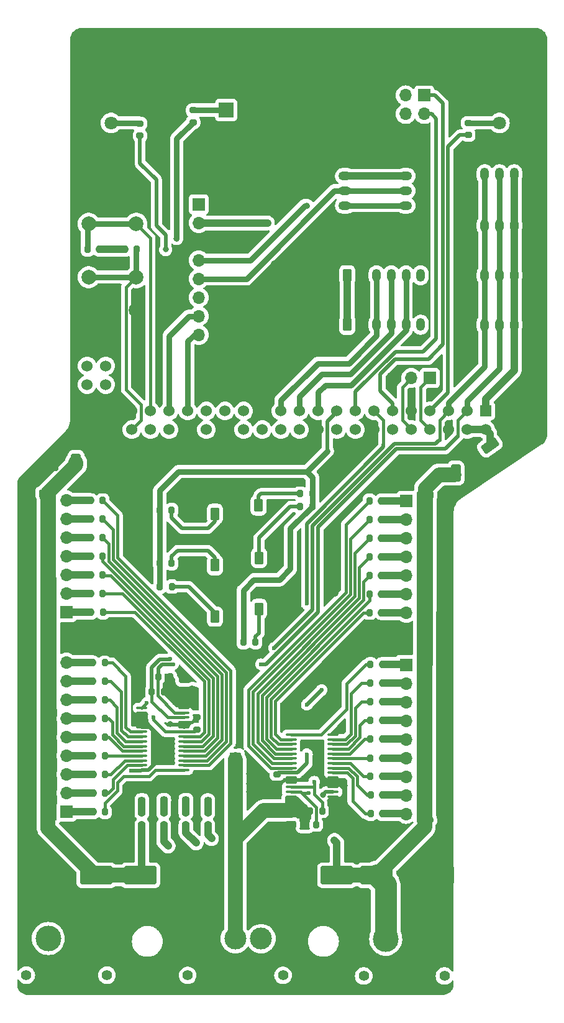
<source format=gbr>
%TF.GenerationSoftware,KiCad,Pcbnew,8.0.1*%
%TF.CreationDate,2024-08-17T14:41:16+02:00*%
%TF.ProjectId,robal_rpi_ioBoard,726f6261-6c5f-4727-9069-5f696f426f61,rev?*%
%TF.SameCoordinates,Original*%
%TF.FileFunction,Copper,L1,Top*%
%TF.FilePolarity,Positive*%
%FSLAX46Y46*%
G04 Gerber Fmt 4.6, Leading zero omitted, Abs format (unit mm)*
G04 Created by KiCad (PCBNEW 8.0.1) date 2024-08-17 14:41:16*
%MOMM*%
%LPD*%
G01*
G04 APERTURE LIST*
G04 Aperture macros list*
%AMRoundRect*
0 Rectangle with rounded corners*
0 $1 Rounding radius*
0 $2 $3 $4 $5 $6 $7 $8 $9 X,Y pos of 4 corners*
0 Add a 4 corners polygon primitive as box body*
4,1,4,$2,$3,$4,$5,$6,$7,$8,$9,$2,$3,0*
0 Add four circle primitives for the rounded corners*
1,1,$1+$1,$2,$3*
1,1,$1+$1,$4,$5*
1,1,$1+$1,$6,$7*
1,1,$1+$1,$8,$9*
0 Add four rect primitives between the rounded corners*
20,1,$1+$1,$2,$3,$4,$5,0*
20,1,$1+$1,$4,$5,$6,$7,0*
20,1,$1+$1,$6,$7,$8,$9,0*
20,1,$1+$1,$8,$9,$2,$3,0*%
G04 Aperture macros list end*
%TA.AperFunction,SMDPad,CuDef*%
%ADD10RoundRect,0.200000X0.200000X0.275000X-0.200000X0.275000X-0.200000X-0.275000X0.200000X-0.275000X0*%
%TD*%
%TA.AperFunction,SMDPad,CuDef*%
%ADD11RoundRect,0.218750X-0.256250X0.218750X-0.256250X-0.218750X0.256250X-0.218750X0.256250X0.218750X0*%
%TD*%
%TA.AperFunction,SMDPad,CuDef*%
%ADD12RoundRect,0.200000X-0.200000X-0.275000X0.200000X-0.275000X0.200000X0.275000X-0.200000X0.275000X0*%
%TD*%
%TA.AperFunction,SMDPad,CuDef*%
%ADD13RoundRect,0.250000X0.412500X0.925000X-0.412500X0.925000X-0.412500X-0.925000X0.412500X-0.925000X0*%
%TD*%
%TA.AperFunction,ComponentPad*%
%ADD14R,1.700000X1.700000*%
%TD*%
%TA.AperFunction,ComponentPad*%
%ADD15O,1.700000X1.700000*%
%TD*%
%TA.AperFunction,SMDPad,CuDef*%
%ADD16RoundRect,0.200000X-0.275000X0.200000X-0.275000X-0.200000X0.275000X-0.200000X0.275000X0.200000X0*%
%TD*%
%TA.AperFunction,ComponentPad*%
%ADD17C,1.400000*%
%TD*%
%TA.AperFunction,ComponentPad*%
%ADD18R,3.500000X3.500000*%
%TD*%
%TA.AperFunction,ComponentPad*%
%ADD19C,3.500000*%
%TD*%
%TA.AperFunction,ComponentPad*%
%ADD20RoundRect,0.250000X-0.350000X-0.625000X0.350000X-0.625000X0.350000X0.625000X-0.350000X0.625000X0*%
%TD*%
%TA.AperFunction,ComponentPad*%
%ADD21O,1.200000X1.750000*%
%TD*%
%TA.AperFunction,ComponentPad*%
%ADD22R,3.000000X3.000000*%
%TD*%
%TA.AperFunction,ComponentPad*%
%ADD23C,3.000000*%
%TD*%
%TA.AperFunction,ComponentPad*%
%ADD24R,1.800000X1.800000*%
%TD*%
%TA.AperFunction,ComponentPad*%
%ADD25C,1.800000*%
%TD*%
%TA.AperFunction,ComponentPad*%
%ADD26RoundRect,0.250000X0.625000X-0.350000X0.625000X0.350000X-0.625000X0.350000X-0.625000X-0.350000X0*%
%TD*%
%TA.AperFunction,ComponentPad*%
%ADD27O,1.750000X1.200000*%
%TD*%
%TA.AperFunction,ComponentPad*%
%ADD28R,1.524000X1.524000*%
%TD*%
%TA.AperFunction,ComponentPad*%
%ADD29C,1.524000*%
%TD*%
%TA.AperFunction,ComponentPad*%
%ADD30C,6.200000*%
%TD*%
%TA.AperFunction,ComponentPad*%
%ADD31RoundRect,0.250000X0.350000X0.625000X-0.350000X0.625000X-0.350000X-0.625000X0.350000X-0.625000X0*%
%TD*%
%TA.AperFunction,SMDPad,CuDef*%
%ADD32RoundRect,0.250000X-0.412500X-0.925000X0.412500X-0.925000X0.412500X0.925000X-0.412500X0.925000X0*%
%TD*%
%TA.AperFunction,SMDPad,CuDef*%
%ADD33RoundRect,0.250000X-0.475000X0.250000X-0.475000X-0.250000X0.475000X-0.250000X0.475000X0.250000X0*%
%TD*%
%TA.AperFunction,SMDPad,CuDef*%
%ADD34RoundRect,0.250000X1.950000X1.000000X-1.950000X1.000000X-1.950000X-1.000000X1.950000X-1.000000X0*%
%TD*%
%TA.AperFunction,ComponentPad*%
%ADD35R,2.000000X2.000000*%
%TD*%
%TA.AperFunction,ComponentPad*%
%ADD36C,2.000000*%
%TD*%
%TA.AperFunction,SMDPad,CuDef*%
%ADD37RoundRect,0.250000X-1.950000X-1.000000X1.950000X-1.000000X1.950000X1.000000X-1.950000X1.000000X0*%
%TD*%
%TA.AperFunction,SMDPad,CuDef*%
%ADD38RoundRect,0.100000X0.637500X0.100000X-0.637500X0.100000X-0.637500X-0.100000X0.637500X-0.100000X0*%
%TD*%
%TA.AperFunction,SMDPad,CuDef*%
%ADD39RoundRect,0.250000X0.475000X-0.250000X0.475000X0.250000X-0.475000X0.250000X-0.475000X-0.250000X0*%
%TD*%
%TA.AperFunction,SMDPad,CuDef*%
%ADD40RoundRect,0.250000X-0.994316X-0.192658X-0.521115X-0.868458X0.994316X0.192658X0.521115X0.868458X0*%
%TD*%
%TA.AperFunction,SMDPad,CuDef*%
%ADD41RoundRect,0.200000X0.275000X-0.200000X0.275000X0.200000X-0.275000X0.200000X-0.275000X-0.200000X0*%
%TD*%
%TA.AperFunction,SMDPad,CuDef*%
%ADD42RoundRect,0.100000X-0.637500X-0.100000X0.637500X-0.100000X0.637500X0.100000X-0.637500X0.100000X0*%
%TD*%
%TA.AperFunction,ViaPad*%
%ADD43C,0.800000*%
%TD*%
%TA.AperFunction,ViaPad*%
%ADD44C,0.600000*%
%TD*%
%TA.AperFunction,Conductor*%
%ADD45C,2.000000*%
%TD*%
%TA.AperFunction,Conductor*%
%ADD46C,0.500000*%
%TD*%
%TA.AperFunction,Conductor*%
%ADD47C,0.400000*%
%TD*%
%TA.AperFunction,Conductor*%
%ADD48C,0.800000*%
%TD*%
%TA.AperFunction,Conductor*%
%ADD49C,1.000000*%
%TD*%
%TA.AperFunction,Conductor*%
%ADD50C,3.000000*%
%TD*%
G04 APERTURE END LIST*
D10*
%TO.P,R50,1*%
%TO.N,+3.3V_RP*%
X48250000Y-73750000D03*
%TO.P,R50,2*%
%TO.N,U_BUTTON2*%
X46600000Y-73750000D03*
%TD*%
D11*
%TO.P,5V1,1,K*%
%TO.N,GND*%
X60000000Y-147175000D03*
%TO.P,5V1,2,A*%
%TO.N,Net-(5V1-A)*%
X60000000Y-148750000D03*
%TD*%
D12*
%TO.P,R24,1*%
%TO.N,+3.3V*%
X76924129Y-150220191D03*
%TO.P,R24,2*%
%TO.N,I2C_SCL*%
X78574129Y-150220191D03*
%TD*%
%TO.P,R51,1*%
%TO.N,TS_2*%
X75600000Y-107000000D03*
%TO.P,R51,2*%
%TO.N,+3.3V_RP*%
X77250000Y-107000000D03*
%TD*%
D10*
%TO.P,R14,1*%
%TO.N,Net-(PCA_1-LED10)*%
X48662155Y-110466823D03*
%TO.P,R14,2*%
%TO.N,Net-(PCA_1_S_CONN2-Pin_6)*%
X47012155Y-110466823D03*
%TD*%
D12*
%TO.P,R38,1*%
%TO.N,Net-(PCA_2-LED10)*%
X85023592Y-120721794D03*
%TO.P,R38,2*%
%TO.N,Net-(PCA_2_S_CONN2-Pin_6)*%
X86673592Y-120721794D03*
%TD*%
D10*
%TO.P,R23,1*%
%TO.N,I2C_SDA*%
X77769714Y-152092283D03*
%TO.P,R23,2*%
%TO.N,+3.3V*%
X76119714Y-152092283D03*
%TD*%
D13*
%TO.P,C5,1*%
%TO.N,+6V_1*%
X45037500Y-102750000D03*
%TO.P,C5,2*%
%TO.N,GND*%
X41962500Y-102750000D03*
%TD*%
D10*
%TO.P,R15,1*%
%TO.N,Net-(PCA_1-LED13)*%
X48662155Y-118086823D03*
%TO.P,R15,2*%
%TO.N,Net-(PCA_1_S_CONN2-Pin_3)*%
X47012155Y-118086823D03*
%TD*%
%TO.P,R13,1*%
%TO.N,Net-(PCA_1-LED7)*%
X48989539Y-147781634D03*
%TO.P,R13,2*%
%TO.N,Net-(PCA_1_S_CONN1-Pin_2)*%
X47339539Y-147781634D03*
%TD*%
%TO.P,R20,1*%
%TO.N,Net-(PCA_1-LED14)*%
X48662155Y-120626823D03*
%TO.P,R20,2*%
%TO.N,Net-(PCA_1_S_CONN2-Pin_2)*%
X47012155Y-120626823D03*
%TD*%
D14*
%TO.P,GY-87,1,VCC_IN*%
%TO.N,unconnected-(GY-87-VCC_IN-Pad1)*%
X61750000Y-67590000D03*
D15*
%TO.P,GY-87,2,3.3V*%
%TO.N,+3.3V_RP*%
X61750000Y-70130000D03*
%TO.P,GY-87,3,GND*%
%TO.N,GND*%
X61750000Y-72670000D03*
%TO.P,GY-87,4,SCL*%
%TO.N,I2C_SCL*%
X61750000Y-75210000D03*
%TO.P,GY-87,5,SDA*%
%TO.N,I2C_SDA*%
X61750000Y-77750000D03*
%TO.P,GY-87,6,FSYNC*%
%TO.N,unconnected-(GY-87-FSYNC-Pad6)*%
X61750000Y-80290000D03*
%TO.P,GY-87,7,INTA*%
%TO.N,INTA_MPU*%
X61750000Y-82830000D03*
%TO.P,GY-87,8,DRDY*%
%TO.N,DRDY*%
X61750000Y-85370000D03*
%TD*%
D14*
%TO.P,J1,1,Pin_1*%
%TO.N,UART_TX*%
X93275000Y-91250000D03*
D15*
%TO.P,J1,2,Pin_2*%
%TO.N,UART_RX*%
X90735000Y-91250000D03*
%TO.P,J1,3,Pin_3*%
%TO.N,GND*%
X88195000Y-91250000D03*
%TD*%
D10*
%TO.P,R3,1*%
%TO.N,+3.3V*%
X57000000Y-134000000D03*
%TO.P,R3,2*%
%TO.N,I2C_SCL*%
X55350000Y-134000000D03*
%TD*%
D16*
%TO.P,R28,1*%
%TO.N,Net-(5V1-A)*%
X60000000Y-150500000D03*
%TO.P,R28,2*%
%TO.N,+5V*%
X60000000Y-152150000D03*
%TD*%
D17*
%TO.P,J2,*%
%TO.N,*%
X49250000Y-172600000D03*
X38250000Y-172600000D03*
D18*
%TO.P,J2,1,Pin_1*%
%TO.N,GND*%
X46250000Y-167600000D03*
D19*
%TO.P,J2,2,Pin_2*%
%TO.N,+6V_1*%
X41250000Y-167600000D03*
%TD*%
D16*
%TO.P,R26,1*%
%TO.N,Net-(3.3V1-A)*%
X56981717Y-150500000D03*
%TO.P,R26,2*%
%TO.N,+3.3V*%
X56981717Y-152150000D03*
%TD*%
D14*
%TO.P,PCA_2_G_CONN1,1,Pin_1*%
%TO.N,GND*%
X95089924Y-150627528D03*
D15*
%TO.P,PCA_2_G_CONN1,2,Pin_2*%
X95089924Y-148087528D03*
%TO.P,PCA_2_G_CONN1,3,Pin_3*%
X95089924Y-145547528D03*
%TO.P,PCA_2_G_CONN1,4,Pin_4*%
X95089924Y-143007528D03*
%TO.P,PCA_2_G_CONN1,5,Pin_5*%
X95089924Y-140467528D03*
%TO.P,PCA_2_G_CONN1,6,Pin_6*%
X95089924Y-137927528D03*
%TO.P,PCA_2_G_CONN1,7,Pin_7*%
X95089924Y-135387528D03*
%TO.P,PCA_2_G_CONN1,8,Pin_8*%
X95089924Y-132847528D03*
%TO.P,PCA_2_G_CONN1,9,Pin_9*%
X95089924Y-130307528D03*
%TD*%
D16*
%TO.P,R21,1*%
%TO.N,Net-(D2-A)*%
X98500000Y-56500000D03*
%TO.P,R21,2*%
%TO.N,U_LED2*%
X98500000Y-58150000D03*
%TD*%
D14*
%TO.P,PCA_1_V_CONN2,1,Pin_1*%
%TO.N,+6V_1*%
X41190000Y-107913250D03*
D15*
%TO.P,PCA_1_V_CONN2,2,Pin_2*%
X41190000Y-110453250D03*
%TO.P,PCA_1_V_CONN2,3,Pin_3*%
X41190000Y-112993250D03*
%TO.P,PCA_1_V_CONN2,4,Pin_4*%
X41190000Y-115533250D03*
%TO.P,PCA_1_V_CONN2,5,Pin_5*%
X41190000Y-118073250D03*
%TO.P,PCA_1_V_CONN2,6,Pin_6*%
X41190000Y-120613250D03*
%TO.P,PCA_1_V_CONN2,7,Pin_7*%
X41190000Y-123153250D03*
%TD*%
D20*
%TO.P,J8,1,Pin_1*%
%TO.N,GND*%
X98750000Y-77250000D03*
D21*
%TO.P,J8,2,Pin_2*%
%TO.N,I2C_SCL*%
X100750000Y-77250000D03*
%TO.P,J8,3,Pin_3*%
%TO.N,I2C_SDA*%
X102750000Y-77250000D03*
%TO.P,J8,4,Pin_4*%
%TO.N,+3.3V_RP*%
X104750000Y-77250000D03*
%TD*%
D17*
%TO.P,J4,*%
%TO.N,*%
X73250000Y-172625000D03*
X60250000Y-172625000D03*
D22*
%TO.P,J4,1,Pin_1*%
%TO.N,GND*%
X63250000Y-167625000D03*
D23*
%TO.P,J4,2,Pin_2*%
%TO.N,+3.3V*%
X66750000Y-167625000D03*
%TO.P,J4,3,Pin_3*%
%TO.N,+5V*%
X70250000Y-167625000D03*
%TD*%
D24*
%TO.P,D7,1,K*%
%TO.N,GND*%
X47250000Y-56500000D03*
D25*
%TO.P,D7,2,A*%
%TO.N,Net-(D7-A)*%
X49790000Y-56500000D03*
%TD*%
D14*
%TO.P,PCA_1_G_CONN1,1,Pin_1*%
%TO.N,GND*%
X38650000Y-130000000D03*
D15*
%TO.P,PCA_1_G_CONN1,2,Pin_2*%
X38650000Y-132540000D03*
%TO.P,PCA_1_G_CONN1,3,Pin_3*%
X38650000Y-135080000D03*
%TO.P,PCA_1_G_CONN1,4,Pin_4*%
X38650000Y-137620000D03*
%TO.P,PCA_1_G_CONN1,5,Pin_5*%
X38650000Y-140160000D03*
%TO.P,PCA_1_G_CONN1,6,Pin_6*%
X38650000Y-142700000D03*
%TO.P,PCA_1_G_CONN1,7,Pin_7*%
X38650000Y-145240000D03*
%TO.P,PCA_1_G_CONN1,8,Pin_8*%
X38650000Y-147780000D03*
%TO.P,PCA_1_G_CONN1,9,Pin_9*%
X38650000Y-150320000D03*
%TD*%
D20*
%TO.P,J7,1,Pin_1*%
%TO.N,GND*%
X98750000Y-84000000D03*
D21*
%TO.P,J7,2,Pin_2*%
%TO.N,I2C_SCL*%
X100750000Y-84000000D03*
%TO.P,J7,3,Pin_3*%
%TO.N,I2C_SDA*%
X102750000Y-84000000D03*
%TO.P,J7,4,Pin_4*%
%TO.N,+3.3V_RP*%
X104750000Y-84000000D03*
%TD*%
D10*
%TO.P,R7,1*%
%TO.N,Net-(PCA_1-LED6)*%
X48989539Y-145241634D03*
%TO.P,R7,2*%
%TO.N,Net-(PCA_1_S_CONN1-Pin_3)*%
X47339539Y-145241634D03*
%TD*%
D14*
%TO.P,PCA_2_V_CONN2,1,Pin_1*%
%TO.N,+6V_2*%
X92623592Y-123240000D03*
D15*
%TO.P,PCA_2_V_CONN2,2,Pin_2*%
X92623592Y-120700000D03*
%TO.P,PCA_2_V_CONN2,3,Pin_3*%
X92623592Y-118160000D03*
%TO.P,PCA_2_V_CONN2,4,Pin_4*%
X92623592Y-115620000D03*
%TO.P,PCA_2_V_CONN2,5,Pin_5*%
X92623592Y-113080000D03*
%TO.P,PCA_2_V_CONN2,6,Pin_6*%
X92623592Y-110540000D03*
%TO.P,PCA_2_V_CONN2,7,Pin_7*%
X92623592Y-108000000D03*
%TD*%
D12*
%TO.P,R39,1*%
%TO.N,Net-(PCA_2-LED13)*%
X85023592Y-113101794D03*
%TO.P,R39,2*%
%TO.N,Net-(PCA_2_S_CONN2-Pin_3)*%
X86673592Y-113101794D03*
%TD*%
%TO.P,R37,1*%
%TO.N,Net-(PCA_2-LED7)*%
X85163592Y-132803900D03*
%TO.P,R37,2*%
%TO.N,Net-(PCA_2_S_CONN1-Pin_2)*%
X86813592Y-132803900D03*
%TD*%
D26*
%TO.P,J11,1,Pin_1*%
%TO.N,GND*%
X89950000Y-69750000D03*
D27*
%TO.P,J11,2,Pin_2*%
%TO.N,I2C_SCL*%
X89950000Y-67750000D03*
%TO.P,J11,3,Pin_3*%
%TO.N,I2C_SDA*%
X89950000Y-65750000D03*
%TO.P,J11,4,Pin_4*%
%TO.N,+3.3V_RP*%
X89950000Y-63750000D03*
%TD*%
D10*
%TO.P,R5,1*%
%TO.N,Net-(PCA_1-LED0)*%
X48947539Y-130049634D03*
%TO.P,R5,2*%
%TO.N,Net-(PCA_1_S_CONN1-Pin_9)*%
X47297539Y-130049634D03*
%TD*%
D28*
%TO.P,U1,1,3V3*%
%TO.N,+3.3V_RP*%
X100892500Y-95732500D03*
D29*
%TO.P,U1,2,5V*%
%TO.N,+5V*%
X100892500Y-98272500D03*
%TO.P,U1,3,GPIO2/SDA1*%
%TO.N,I2C_SDA*%
X98352500Y-95732500D03*
%TO.P,U1,4,5V*%
%TO.N,+5V*%
X98352500Y-98272500D03*
%TO.P,U1,5,GPIO3/SCL1*%
%TO.N,I2C_SCL*%
X95812500Y-95732500D03*
%TO.P,U1,6,GND*%
%TO.N,GND*%
X95812500Y-98272500D03*
%TO.P,U1,7,GPIO4/GPIO_GCKL*%
%TO.N,U_LED2*%
X93272500Y-95732500D03*
%TO.P,U1,8,GPIO14/TXD0*%
%TO.N,UART_TX*%
X93272500Y-98272500D03*
%TO.P,U1,9,GND*%
%TO.N,GND*%
X90732500Y-95732500D03*
%TO.P,U1,10,GPIO15/RXD0*%
%TO.N,UART_RX*%
X90732500Y-98272500D03*
%TO.P,U1,11,GPIO17/GPIO_GEN0*%
%TO.N,D1*%
X88192500Y-95732500D03*
%TO.P,U1,12,GPIO18/GPIO_GEN1*%
%TO.N,PCA_2_OE*%
X88192500Y-98272500D03*
%TO.P,U1,13,GPIO27/GPIO_GEN2*%
%TO.N,PCA_1_OE*%
X85652500Y-95732500D03*
%TO.P,U1,14,GND*%
%TO.N,GND*%
X85652500Y-98272500D03*
%TO.P,U1,15,GPIO22/GPIO_GEN3*%
%TO.N,D0*%
X83112500Y-95732500D03*
%TO.P,U1,16,GPIO23/GPIO_GEN4*%
%TO.N,TS_6*%
X83112500Y-98272500D03*
%TO.P,U1,17,3V3*%
%TO.N,+3.3V_RP*%
X80572500Y-95732500D03*
%TO.P,U1,18,GPIO24/GPIO_GEN5*%
%TO.N,TS_4*%
X80572500Y-98272500D03*
%TO.P,U1,19,GPIO10/SPI_MOSI*%
%TO.N,SPI_MOSI*%
X78032500Y-95732500D03*
%TO.P,U1,20,GND*%
%TO.N,GND*%
X78032500Y-98272500D03*
%TO.P,U1,21,GPIO9/SPI_MISO*%
%TO.N,SPI_MISO*%
X75492500Y-95732500D03*
%TO.P,U1,22,GPIO25/GPIO_GEN6*%
%TO.N,TS_2*%
X75492500Y-98272500D03*
%TO.P,U1,23,GPIO11/SPI_SCLK*%
%TO.N,SPI_SCLK*%
X72952500Y-95732500D03*
%TO.P,U1,24,GPIO8/~{SPI_CE0}*%
%TO.N,SPI_CE0*%
X72952500Y-98272500D03*
%TO.P,U1,25,GND*%
%TO.N,GND*%
X70412500Y-95732500D03*
%TO.P,U1,26,GPIO7/~{SPI_CE1}*%
%TO.N,SPI_CE1*%
X70412500Y-98272500D03*
%TO.P,U1,27,ID_SD*%
%TO.N,Net-(JP1-B)*%
X67872500Y-95732500D03*
%TO.P,U1,28,ID_SC*%
%TO.N,Net-(JP2-B)*%
X67872500Y-98272500D03*
%TO.P,U1,29,GPIO5*%
%TO.N,BUZZ*%
X65332500Y-95732500D03*
%TO.P,U1,30,GND*%
%TO.N,GND*%
X65332500Y-98272500D03*
%TO.P,U1,31,GPIO6*%
%TO.N,U_LED1*%
X62792500Y-95732500D03*
%TO.P,U1,32,GPIO12*%
%TO.N,TS_1*%
X62792500Y-98272500D03*
%TO.P,U1,33,GPIO13*%
%TO.N,DRDY*%
X60252500Y-95732500D03*
%TO.P,U1,34,GND*%
%TO.N,GND*%
X60252500Y-98272500D03*
%TO.P,U1,35,GPIO19*%
%TO.N,INTA_MPU*%
X57712500Y-95732500D03*
%TO.P,U1,36,GPIO16*%
%TO.N,TS_3*%
X57712500Y-98272500D03*
%TO.P,U1,37,GPIO26*%
%TO.N,U_BUTTON2*%
X55172500Y-95732500D03*
%TO.P,U1,38,GPIO20*%
%TO.N,TS_5*%
X55172500Y-98272500D03*
%TO.P,U1,39,GND*%
%TO.N,GND*%
X52632500Y-95732500D03*
%TO.P,U1,40,GPIO21*%
%TO.N,U_BUTTON1*%
X52632500Y-98272500D03*
%TO.P,U1,41,TR01*%
%TO.N,unconnected-(U1-TR01-Pad41)*%
X46532500Y-89609500D03*
%TO.P,U1,42,TR00*%
%TO.N,unconnected-(U1-TR00-Pad42)*%
X46532500Y-92149500D03*
%TO.P,U1,43,TR03*%
%TO.N,unconnected-(U1-TR03-Pad43)*%
X49072500Y-89609500D03*
%TO.P,U1,44,TR02*%
%TO.N,unconnected-(U1-TR02-Pad44)*%
X49072500Y-92149500D03*
D30*
%TO.P,U1,S1,SHIELD*%
%TO.N,GND*%
X105762500Y-97002500D03*
%TO.P,U1,S2,SHIELD*%
X47762500Y-97002500D03*
%TO.P,U1,S3,SHIELD*%
X47762500Y-48002500D03*
%TO.P,U1,S4,SHIELD*%
X105762500Y-48002500D03*
%TD*%
D31*
%TO.P,TS_1,1,Pin_1*%
%TO.N,TS_1*%
X63973244Y-109750787D03*
D21*
%TO.P,TS_1,2,Pin_2*%
%TO.N,GND*%
X61973244Y-109750787D03*
%TD*%
D20*
%TO.P,SPI_CONN1,1,Pin_1*%
%TO.N,+3.3V_RP*%
X82003646Y-77253445D03*
D21*
%TO.P,SPI_CONN1,2,Pin_2*%
%TO.N,GND*%
X84003646Y-77253445D03*
%TO.P,SPI_CONN1,3,Pin_3*%
%TO.N,SPI_SCLK*%
X86003646Y-77253445D03*
%TO.P,SPI_CONN1,4,Pin_4*%
%TO.N,SPI_MISO*%
X88003646Y-77253445D03*
%TO.P,SPI_CONN1,5,Pin_5*%
%TO.N,SPI_MOSI*%
X90003646Y-77253445D03*
%TO.P,SPI_CONN1,6,Pin_6*%
%TO.N,SPI_CE1*%
X92003646Y-77253445D03*
%TD*%
D32*
%TO.P,C10,1*%
%TO.N,+6V_2*%
X96800000Y-104200000D03*
%TO.P,C10,2*%
%TO.N,GND*%
X99875000Y-104200000D03*
%TD*%
D31*
%TO.P,TS_3,1,Pin_1*%
%TO.N,TS_5*%
X63973244Y-123750787D03*
D21*
%TO.P,TS_3,2,Pin_2*%
%TO.N,GND*%
X61973244Y-123750787D03*
%TD*%
D10*
%TO.P,R12,1*%
%TO.N,Net-(PCA_1-LED4)*%
X48989539Y-140209634D03*
%TO.P,R12,2*%
%TO.N,Net-(PCA_1_S_CONN1-Pin_5)*%
X47339539Y-140209634D03*
%TD*%
D33*
%TO.P,C4,1*%
%TO.N,+3.3V*%
X74307123Y-150180037D03*
%TO.P,C4,2*%
%TO.N,GND*%
X74307123Y-152080037D03*
%TD*%
D34*
%TO.P,C3,1*%
%TO.N,+6V_1*%
X47800000Y-159000000D03*
%TO.P,C3,2*%
%TO.N,GND*%
X39400000Y-159000000D03*
%TD*%
D20*
%TO.P,J5,1,Pin_1*%
%TO.N,GND*%
X98750000Y-70500000D03*
D21*
%TO.P,J5,2,Pin_2*%
%TO.N,I2C_SCL*%
X100750000Y-70500000D03*
%TO.P,J5,3,Pin_3*%
%TO.N,I2C_SDA*%
X102750000Y-70500000D03*
%TO.P,J5,4,Pin_4*%
%TO.N,+3.3V_RP*%
X104750000Y-70500000D03*
%TD*%
D16*
%TO.P,R4,1*%
%TO.N,Net-(6V_1-A)*%
X54000000Y-150500000D03*
%TO.P,R4,2*%
%TO.N,+6V_1*%
X54000000Y-152150000D03*
%TD*%
D12*
%TO.P,R32,1*%
%TO.N,Net-(PCA_2-LED9)*%
X85036660Y-123220592D03*
%TO.P,R32,2*%
%TO.N,Net-(PCA_2_S_CONN2-Pin_7)*%
X86686660Y-123220592D03*
%TD*%
D14*
%TO.P,J9,1,Pin_1*%
%TO.N,D1*%
X92500000Y-52750000D03*
D15*
%TO.P,J9,2,Pin_2*%
%TO.N,D0*%
X92500000Y-55290000D03*
%TO.P,J9,3,Pin_3*%
%TO.N,+3.3V_RP*%
X89960000Y-52750000D03*
%TO.P,J9,4,Pin_4*%
X89960000Y-55290000D03*
%TO.P,J9,5,Pin_5*%
%TO.N,GND*%
X87420000Y-52750000D03*
%TO.P,J9,6,Pin_6*%
X87420000Y-55290000D03*
%TD*%
D12*
%TO.P,R42,1*%
%TO.N,Net-(PCA_2-LED8)*%
X85163592Y-130263900D03*
%TO.P,R42,2*%
%TO.N,Net-(PCA_2_S_CONN1-Pin_1)*%
X86813592Y-130263900D03*
%TD*%
D10*
%TO.P,R47,1*%
%TO.N,TS_3*%
X58075000Y-116500000D03*
%TO.P,R47,2*%
%TO.N,+3.3V_RP*%
X56425000Y-116500000D03*
%TD*%
%TO.P,R6,1*%
%TO.N,Net-(PCA_1-LED3)*%
X48947539Y-137669634D03*
%TO.P,R6,2*%
%TO.N,Net-(PCA_1_S_CONN1-Pin_6)*%
X47297539Y-137669634D03*
%TD*%
D13*
%TO.P,C2,1*%
%TO.N,+6V_1*%
X41252588Y-126566306D03*
%TO.P,C2,2*%
%TO.N,GND*%
X38177588Y-126566306D03*
%TD*%
D10*
%TO.P,R48,1*%
%TO.N,TS_5*%
X58101411Y-119675705D03*
%TO.P,R48,2*%
%TO.N,+3.3V_RP*%
X56451411Y-119675705D03*
%TD*%
D24*
%TO.P,D2,1,K*%
%TO.N,GND*%
X105275000Y-56500000D03*
D25*
%TO.P,D2,2,A*%
%TO.N,Net-(D2-A)*%
X102735000Y-56500000D03*
%TD*%
D12*
%TO.P,R36,1*%
%TO.N,Net-(PCA_2-LED4)*%
X85163592Y-140423900D03*
%TO.P,R36,2*%
%TO.N,Net-(PCA_2_S_CONN1-Pin_5)*%
X86813592Y-140423900D03*
%TD*%
D10*
%TO.P,R10,1*%
%TO.N,Net-(PCA_1-LED15)*%
X48704155Y-123166823D03*
%TO.P,R10,2*%
%TO.N,Net-(PCA_1_S_CONN2-Pin_1)*%
X47054155Y-123166823D03*
%TD*%
D11*
%TO.P,6V_1,1,K*%
%TO.N,GND*%
X54000000Y-147212500D03*
%TO.P,6V_1,2,A*%
%TO.N,Net-(6V_1-A)*%
X54000000Y-148787500D03*
%TD*%
D10*
%TO.P,R19,1*%
%TO.N,Net-(PCA_1-LED11)*%
X48662155Y-113006823D03*
%TO.P,R19,2*%
%TO.N,Net-(PCA_1_S_CONN2-Pin_5)*%
X47012155Y-113006823D03*
%TD*%
D20*
%TO.P,TS_5,1,Pin_1*%
%TO.N,TS_4*%
X69973244Y-115750787D03*
D21*
%TO.P,TS_5,2,Pin_2*%
%TO.N,GND*%
X71973244Y-115750787D03*
%TD*%
D35*
%TO.P,BZ1,1,+*%
%TO.N,Net-(BZ1-+)*%
X65500000Y-54750000D03*
D36*
%TO.P,BZ1,2,-*%
%TO.N,GND*%
X73100000Y-54750000D03*
%TD*%
%TO.P,SW1,1,1*%
%TO.N,U_BUTTON1*%
X46750000Y-77500000D03*
X53250000Y-77500000D03*
%TO.P,SW1,2,2*%
%TO.N,GND*%
X46750000Y-82000000D03*
X53250000Y-82000000D03*
%TD*%
D34*
%TO.P,C11,1*%
%TO.N,+6V_2*%
X80600000Y-159000000D03*
%TO.P,C11,2*%
%TO.N,GND*%
X72200000Y-159000000D03*
%TD*%
D10*
%TO.P,R17,1*%
%TO.N,Net-(PCA_1-LED5)*%
X48947539Y-142749634D03*
%TO.P,R17,2*%
%TO.N,Net-(PCA_1_S_CONN1-Pin_4)*%
X47297539Y-142749634D03*
%TD*%
D37*
%TO.P,C6,1*%
%TO.N,+6V_2*%
X86000000Y-159000000D03*
%TO.P,C6,2*%
%TO.N,GND*%
X94400000Y-159000000D03*
%TD*%
D12*
%TO.P,R29,1*%
%TO.N,Net-(PCA_2-LED0)*%
X85185675Y-150605891D03*
%TO.P,R29,2*%
%TO.N,Net-(PCA_2_S_CONN1-Pin_9)*%
X86835675Y-150605891D03*
%TD*%
D38*
%TO.P,PCA_2,1,A0*%
%TO.N,GND*%
X80083530Y-148282528D03*
%TO.P,PCA_2,2,A1*%
%TO.N,+3.3V*%
X80083530Y-147632528D03*
%TO.P,PCA_2,3,A2*%
%TO.N,GND*%
X80083530Y-146982528D03*
%TO.P,PCA_2,4,A3*%
X80083530Y-146332528D03*
%TO.P,PCA_2,5,A4*%
X80083530Y-145682528D03*
%TO.P,PCA_2,6,LED0*%
%TO.N,Net-(PCA_2-LED0)*%
X80083530Y-145032528D03*
%TO.P,PCA_2,7,LED1*%
%TO.N,Net-(PCA_2-LED1)*%
X80083530Y-144382528D03*
%TO.P,PCA_2,8,LED2*%
%TO.N,Net-(PCA_2-LED2)*%
X80083530Y-143732528D03*
%TO.P,PCA_2,9,LED3*%
%TO.N,Net-(PCA_2-LED3)*%
X80083530Y-143082528D03*
%TO.P,PCA_2,10,LED4*%
%TO.N,Net-(PCA_2-LED4)*%
X80083530Y-142432528D03*
%TO.P,PCA_2,11,LED5*%
%TO.N,Net-(PCA_2-LED5)*%
X80083530Y-141782528D03*
%TO.P,PCA_2,12,LED6*%
%TO.N,Net-(PCA_2-LED6)*%
X80083530Y-141132528D03*
%TO.P,PCA_2,13,LED7*%
%TO.N,Net-(PCA_2-LED7)*%
X80083530Y-140482528D03*
%TO.P,PCA_2,14,VSS*%
%TO.N,GND*%
X80083530Y-139832528D03*
%TO.P,PCA_2,15,LED8*%
%TO.N,Net-(PCA_2-LED8)*%
X74358530Y-139832528D03*
%TO.P,PCA_2,16,LED9*%
%TO.N,Net-(PCA_2-LED9)*%
X74358530Y-140482528D03*
%TO.P,PCA_2,17,LED10*%
%TO.N,Net-(PCA_2-LED10)*%
X74358530Y-141132528D03*
%TO.P,PCA_2,18,LED11*%
%TO.N,Net-(PCA_2-LED11)*%
X74358530Y-141782528D03*
%TO.P,PCA_2,19,LED12*%
%TO.N,Net-(PCA_2-LED12)*%
X74358530Y-142432528D03*
%TO.P,PCA_2,20,LED13*%
%TO.N,Net-(PCA_2-LED13)*%
X74358530Y-143082528D03*
%TO.P,PCA_2,21,LED14*%
%TO.N,Net-(PCA_2-LED14)*%
X74358530Y-143732528D03*
%TO.P,PCA_2,22,LED15*%
%TO.N,Net-(PCA_2-LED15)*%
X74358530Y-144382528D03*
%TO.P,PCA_2,23,~{OE}*%
%TO.N,PCA_2_OE*%
X74358530Y-145032528D03*
%TO.P,PCA_2,24,A5*%
%TO.N,GND*%
X74358530Y-145682528D03*
%TO.P,PCA_2,25,EXTCLK*%
X74358530Y-146332528D03*
%TO.P,PCA_2,26,SCL*%
%TO.N,I2C_SCL*%
X74358530Y-146982528D03*
%TO.P,PCA_2,27,SDA*%
%TO.N,I2C_SDA*%
X74358530Y-147632528D03*
%TO.P,PCA_2,28,VDD*%
%TO.N,+3.3V*%
X74358530Y-148282528D03*
%TD*%
D12*
%TO.P,R31,1*%
%TO.N,Net-(PCA_2-LED6)*%
X85163592Y-135343900D03*
%TO.P,R31,2*%
%TO.N,Net-(PCA_2_S_CONN1-Pin_3)*%
X86813592Y-135343900D03*
%TD*%
%TO.P,R52,1*%
%TO.N,TS_4*%
X75600000Y-108750000D03*
%TO.P,R52,2*%
%TO.N,+3.3V_RP*%
X77250000Y-108750000D03*
%TD*%
%TO.P,R33,1*%
%TO.N,Net-(PCA_2-LED12)*%
X85023592Y-115641794D03*
%TO.P,R33,2*%
%TO.N,Net-(PCA_2_S_CONN2-Pin_4)*%
X86673592Y-115641794D03*
%TD*%
D10*
%TO.P,R9,1*%
%TO.N,Net-(PCA_1-LED12)*%
X48662155Y-115546823D03*
%TO.P,R9,2*%
%TO.N,Net-(PCA_1_S_CONN2-Pin_4)*%
X47012155Y-115546823D03*
%TD*%
D11*
%TO.P,3.3V1,1,K*%
%TO.N,GND*%
X57000000Y-147175000D03*
%TO.P,3.3V1,2,A*%
%TO.N,Net-(3.3V1-A)*%
X57000000Y-148750000D03*
%TD*%
D16*
%TO.P,R25,1*%
%TO.N,Net-(D7-A)*%
X53750000Y-56600000D03*
%TO.P,R25,2*%
%TO.N,U_LED1*%
X53750000Y-58250000D03*
%TD*%
D39*
%TO.P,C1,1*%
%TO.N,+3.3V*%
X59803551Y-134197447D03*
%TO.P,C1,2*%
%TO.N,GND*%
X59803551Y-132297447D03*
%TD*%
D14*
%TO.P,PCA_1_S_CONN2,1,Pin_1*%
%TO.N,Net-(PCA_1_S_CONN2-Pin_1)*%
X43734434Y-123160863D03*
D15*
%TO.P,PCA_1_S_CONN2,2,Pin_2*%
%TO.N,Net-(PCA_1_S_CONN2-Pin_2)*%
X43734434Y-120620863D03*
%TO.P,PCA_1_S_CONN2,3,Pin_3*%
%TO.N,Net-(PCA_1_S_CONN2-Pin_3)*%
X43734434Y-118080863D03*
%TO.P,PCA_1_S_CONN2,4,Pin_4*%
%TO.N,Net-(PCA_1_S_CONN2-Pin_4)*%
X43734434Y-115540863D03*
%TO.P,PCA_1_S_CONN2,5,Pin_5*%
%TO.N,Net-(PCA_1_S_CONN2-Pin_5)*%
X43734434Y-113000863D03*
%TO.P,PCA_1_S_CONN2,6,Pin_6*%
%TO.N,Net-(PCA_1_S_CONN2-Pin_6)*%
X43734434Y-110460863D03*
%TO.P,PCA_1_S_CONN2,7,Pin_7*%
%TO.N,Net-(PCA_1_S_CONN2-Pin_7)*%
X43734434Y-107920863D03*
%TD*%
D14*
%TO.P,PCA_1_S_CONN1,1,Pin_1*%
%TO.N,Net-(PCA_1_S_CONN1-Pin_1)*%
X43734434Y-150332667D03*
D15*
%TO.P,PCA_1_S_CONN1,2,Pin_2*%
%TO.N,Net-(PCA_1_S_CONN1-Pin_2)*%
X43734434Y-147792667D03*
%TO.P,PCA_1_S_CONN1,3,Pin_3*%
%TO.N,Net-(PCA_1_S_CONN1-Pin_3)*%
X43734434Y-145252667D03*
%TO.P,PCA_1_S_CONN1,4,Pin_4*%
%TO.N,Net-(PCA_1_S_CONN1-Pin_4)*%
X43734434Y-142712667D03*
%TO.P,PCA_1_S_CONN1,5,Pin_5*%
%TO.N,Net-(PCA_1_S_CONN1-Pin_5)*%
X43734434Y-140172667D03*
%TO.P,PCA_1_S_CONN1,6,Pin_6*%
%TO.N,Net-(PCA_1_S_CONN1-Pin_6)*%
X43734434Y-137632667D03*
%TO.P,PCA_1_S_CONN1,7,Pin_7*%
%TO.N,Net-(PCA_1_S_CONN1-Pin_7)*%
X43734434Y-135092667D03*
%TO.P,PCA_1_S_CONN1,8,Pin_8*%
%TO.N,Net-(PCA_1_S_CONN1-Pin_8)*%
X43734434Y-132552667D03*
%TO.P,PCA_1_S_CONN1,9,Pin_9*%
%TO.N,Net-(PCA_1_S_CONN1-Pin_9)*%
X43734434Y-130012667D03*
%TD*%
D14*
%TO.P,PCA_2_G_CONN2,1,Pin_1*%
%TO.N,GND*%
X95163592Y-123240000D03*
D15*
%TO.P,PCA_2_G_CONN2,2,Pin_2*%
X95163592Y-120700000D03*
%TO.P,PCA_2_G_CONN2,3,Pin_3*%
X95163592Y-118160000D03*
%TO.P,PCA_2_G_CONN2,4,Pin_4*%
X95163592Y-115620000D03*
%TO.P,PCA_2_G_CONN2,5,Pin_5*%
X95163592Y-113080000D03*
%TO.P,PCA_2_G_CONN2,6,Pin_6*%
X95163592Y-110540000D03*
%TO.P,PCA_2_G_CONN2,7,Pin_7*%
X95163592Y-108000000D03*
%TD*%
D14*
%TO.P,PCA_2_S_CONN1,1,Pin_1*%
%TO.N,Net-(PCA_2_S_CONN1-Pin_1)*%
X90000000Y-130310867D03*
D15*
%TO.P,PCA_2_S_CONN1,2,Pin_2*%
%TO.N,Net-(PCA_2_S_CONN1-Pin_2)*%
X90000000Y-132850867D03*
%TO.P,PCA_2_S_CONN1,3,Pin_3*%
%TO.N,Net-(PCA_2_S_CONN1-Pin_3)*%
X90000000Y-135390867D03*
%TO.P,PCA_2_S_CONN1,4,Pin_4*%
%TO.N,Net-(PCA_2_S_CONN1-Pin_4)*%
X90000000Y-137930867D03*
%TO.P,PCA_2_S_CONN1,5,Pin_5*%
%TO.N,Net-(PCA_2_S_CONN1-Pin_5)*%
X90000000Y-140470867D03*
%TO.P,PCA_2_S_CONN1,6,Pin_6*%
%TO.N,Net-(PCA_2_S_CONN1-Pin_6)*%
X90000000Y-143010867D03*
%TO.P,PCA_2_S_CONN1,7,Pin_7*%
%TO.N,Net-(PCA_2_S_CONN1-Pin_7)*%
X90000000Y-145550867D03*
%TO.P,PCA_2_S_CONN1,8,Pin_8*%
%TO.N,Net-(PCA_2_S_CONN1-Pin_8)*%
X90000000Y-148090867D03*
%TO.P,PCA_2_S_CONN1,9,Pin_9*%
%TO.N,Net-(PCA_2_S_CONN1-Pin_9)*%
X90000000Y-150630867D03*
%TD*%
D12*
%TO.P,R30,1*%
%TO.N,Net-(PCA_2-LED3)*%
X85163592Y-143053900D03*
%TO.P,R30,2*%
%TO.N,Net-(PCA_2_S_CONN1-Pin_6)*%
X86813592Y-143053900D03*
%TD*%
D26*
%TO.P,J10,1,Pin_1*%
%TO.N,GND*%
X81700000Y-69750000D03*
D27*
%TO.P,J10,2,Pin_2*%
%TO.N,I2C_SCL*%
X81700000Y-67750000D03*
%TO.P,J10,3,Pin_3*%
%TO.N,I2C_SDA*%
X81700000Y-65750000D03*
%TO.P,J10,4,Pin_4*%
%TO.N,+3.3V_RP*%
X81700000Y-63750000D03*
%TD*%
D16*
%TO.P,R22,1*%
%TO.N,PCA_2_OE*%
X72409503Y-145235815D03*
%TO.P,R22,2*%
%TO.N,GND*%
X72409503Y-146885815D03*
%TD*%
D12*
%TO.P,R49,1*%
%TO.N,+3.3V_RP*%
X51675000Y-73750000D03*
%TO.P,R49,2*%
%TO.N,U_BUTTON1*%
X53325000Y-73750000D03*
%TD*%
D14*
%TO.P,PCA_1_G_CONN2,1,Pin_1*%
%TO.N,GND*%
X38650000Y-107913250D03*
D15*
%TO.P,PCA_1_G_CONN2,2,Pin_2*%
X38650000Y-110453250D03*
%TO.P,PCA_1_G_CONN2,3,Pin_3*%
X38650000Y-112993250D03*
%TO.P,PCA_1_G_CONN2,4,Pin_4*%
X38650000Y-115533250D03*
%TO.P,PCA_1_G_CONN2,5,Pin_5*%
X38650000Y-118073250D03*
%TO.P,PCA_1_G_CONN2,6,Pin_6*%
X38650000Y-120613250D03*
%TO.P,PCA_1_G_CONN2,7,Pin_7*%
X38650000Y-123153250D03*
%TD*%
D40*
%TO.P,C13,1*%
%TO.N,+5V*%
X101436252Y-100481108D03*
%TO.P,C13,2*%
%TO.N,GND*%
X103200000Y-103000000D03*
%TD*%
D20*
%TO.P,J6,1,Pin_1*%
%TO.N,GND*%
X98750000Y-63500000D03*
D21*
%TO.P,J6,2,Pin_2*%
%TO.N,I2C_SCL*%
X100750000Y-63500000D03*
%TO.P,J6,3,Pin_3*%
%TO.N,I2C_SDA*%
X102750000Y-63500000D03*
%TO.P,J6,4,Pin_4*%
%TO.N,+3.3V_RP*%
X104750000Y-63500000D03*
%TD*%
D12*
%TO.P,R34,1*%
%TO.N,Net-(PCA_2-LED15)*%
X85038042Y-107974393D03*
%TO.P,R34,2*%
%TO.N,Net-(PCA_2_S_CONN2-Pin_1)*%
X86688042Y-107974393D03*
%TD*%
D41*
%TO.P,R45,1*%
%TO.N,BUZZ*%
X61000000Y-56400000D03*
%TO.P,R45,2*%
%TO.N,Net-(BZ1-+)*%
X61000000Y-54750000D03*
%TD*%
D36*
%TO.P,SW2,1,1*%
%TO.N,U_BUTTON2*%
X53250000Y-70250000D03*
X46750000Y-70250000D03*
%TO.P,SW2,2,2*%
%TO.N,GND*%
X53250000Y-65750000D03*
X46750000Y-65750000D03*
%TD*%
D12*
%TO.P,R2,1*%
%TO.N,I2C_SDA*%
X56230032Y-132000000D03*
%TO.P,R2,2*%
%TO.N,+3.3V*%
X57880032Y-132000000D03*
%TD*%
D41*
%TO.P,R1,1*%
%TO.N,PCA_1_OE*%
X61500000Y-139150000D03*
%TO.P,R1,2*%
%TO.N,GND*%
X61500000Y-137500000D03*
%TD*%
D37*
%TO.P,C12,1*%
%TO.N,+6V_1*%
X53800000Y-159000000D03*
%TO.P,C12,2*%
%TO.N,GND*%
X62200000Y-159000000D03*
%TD*%
D20*
%TO.P,SPI_CONN0,1,Pin_1*%
%TO.N,+3.3V_RP*%
X82016221Y-83991405D03*
D21*
%TO.P,SPI_CONN0,2,Pin_2*%
%TO.N,GND*%
X84016221Y-83991405D03*
%TO.P,SPI_CONN0,3,Pin_3*%
%TO.N,SPI_SCLK*%
X86016221Y-83991405D03*
%TO.P,SPI_CONN0,4,Pin_4*%
%TO.N,SPI_MISO*%
X88016221Y-83991405D03*
%TO.P,SPI_CONN0,5,Pin_5*%
%TO.N,SPI_MOSI*%
X90016221Y-83991405D03*
%TO.P,SPI_CONN0,6,Pin_6*%
%TO.N,SPI_CE0*%
X92016221Y-83991405D03*
%TD*%
D12*
%TO.P,R41,1*%
%TO.N,Net-(PCA_2-LED5)*%
X85163592Y-137883900D03*
%TO.P,R41,2*%
%TO.N,Net-(PCA_2_S_CONN1-Pin_4)*%
X86813592Y-137883900D03*
%TD*%
%TO.P,R43,1*%
%TO.N,Net-(PCA_2-LED11)*%
X85023592Y-118181794D03*
%TO.P,R43,2*%
%TO.N,Net-(PCA_2_S_CONN2-Pin_5)*%
X86673592Y-118181794D03*
%TD*%
D42*
%TO.P,PCA_1,1,A0*%
%TO.N,+3.3V*%
X54000000Y-136200000D03*
%TO.P,PCA_1,2,A1*%
%TO.N,GND*%
X54000000Y-136850000D03*
%TO.P,PCA_1,3,A2*%
X54000000Y-137500000D03*
%TO.P,PCA_1,4,A3*%
X54000000Y-138150000D03*
%TO.P,PCA_1,5,A4*%
X54000000Y-138800000D03*
%TO.P,PCA_1,6,LED0*%
%TO.N,Net-(PCA_1-LED0)*%
X54000000Y-139450000D03*
%TO.P,PCA_1,7,LED1*%
%TO.N,Net-(PCA_1-LED1)*%
X54000000Y-140100000D03*
%TO.P,PCA_1,8,LED2*%
%TO.N,Net-(PCA_1-LED2)*%
X54000000Y-140750000D03*
%TO.P,PCA_1,9,LED3*%
%TO.N,Net-(PCA_1-LED3)*%
X54000000Y-141400000D03*
%TO.P,PCA_1,10,LED4*%
%TO.N,Net-(PCA_1-LED4)*%
X54000000Y-142050000D03*
%TO.P,PCA_1,11,LED5*%
%TO.N,Net-(PCA_1-LED5)*%
X54000000Y-142700000D03*
%TO.P,PCA_1,12,LED6*%
%TO.N,Net-(PCA_1-LED6)*%
X54000000Y-143350000D03*
%TO.P,PCA_1,13,LED7*%
%TO.N,Net-(PCA_1-LED7)*%
X54000000Y-144000000D03*
%TO.P,PCA_1,14,VSS*%
%TO.N,GND*%
X54000000Y-144650000D03*
%TO.P,PCA_1,15,LED8*%
%TO.N,Net-(PCA_1-LED8)*%
X59725000Y-144650000D03*
%TO.P,PCA_1,16,LED9*%
%TO.N,Net-(PCA_1-LED9)*%
X59725000Y-144000000D03*
%TO.P,PCA_1,17,LED10*%
%TO.N,Net-(PCA_1-LED10)*%
X59725000Y-143350000D03*
%TO.P,PCA_1,18,LED11*%
%TO.N,Net-(PCA_1-LED11)*%
X59725000Y-142700000D03*
%TO.P,PCA_1,19,LED12*%
%TO.N,Net-(PCA_1-LED12)*%
X59725000Y-142050000D03*
%TO.P,PCA_1,20,LED13*%
%TO.N,Net-(PCA_1-LED13)*%
X59725000Y-141400000D03*
%TO.P,PCA_1,21,LED14*%
%TO.N,Net-(PCA_1-LED14)*%
X59725000Y-140750000D03*
%TO.P,PCA_1,22,LED15*%
%TO.N,Net-(PCA_1-LED15)*%
X59725000Y-140100000D03*
%TO.P,PCA_1,23,~{OE}*%
%TO.N,PCA_1_OE*%
X59725000Y-139450000D03*
%TO.P,PCA_1,24,A5*%
%TO.N,GND*%
X59725000Y-138800000D03*
%TO.P,PCA_1,25,EXTCLK*%
X59725000Y-138150000D03*
%TO.P,PCA_1,26,SCL*%
%TO.N,I2C_SCL*%
X59725000Y-137500000D03*
%TO.P,PCA_1,27,SDA*%
%TO.N,I2C_SDA*%
X59725000Y-136850000D03*
%TO.P,PCA_1,28,VDD*%
%TO.N,+3.3V*%
X59725000Y-136200000D03*
%TD*%
D14*
%TO.P,PCA_2_V_CONN1,1,Pin_1*%
%TO.N,+6V_2*%
X92549924Y-150627528D03*
D15*
%TO.P,PCA_2_V_CONN1,2,Pin_2*%
X92549924Y-148087528D03*
%TO.P,PCA_2_V_CONN1,3,Pin_3*%
X92549924Y-145547528D03*
%TO.P,PCA_2_V_CONN1,4,Pin_4*%
X92549924Y-143007528D03*
%TO.P,PCA_2_V_CONN1,5,Pin_5*%
X92549924Y-140467528D03*
%TO.P,PCA_2_V_CONN1,6,Pin_6*%
X92549924Y-137927528D03*
%TO.P,PCA_2_V_CONN1,7,Pin_7*%
X92549924Y-135387528D03*
%TO.P,PCA_2_V_CONN1,8,Pin_8*%
X92549924Y-132847528D03*
%TO.P,PCA_2_V_CONN1,9,Pin_9*%
X92549924Y-130307528D03*
%TD*%
D32*
%TO.P,C7,1*%
%TO.N,+3.3V*%
X66725000Y-146600000D03*
%TO.P,C7,2*%
%TO.N,GND*%
X69800000Y-146600000D03*
%TD*%
D11*
%TO.P,6V_2,1,K*%
%TO.N,GND*%
X63000000Y-147250000D03*
%TO.P,6V_2,2,A*%
%TO.N,Net-(6V_2-A)*%
X63000000Y-148825000D03*
%TD*%
D12*
%TO.P,R40,1*%
%TO.N,Net-(PCA_2-LED2)*%
X85163592Y-145503900D03*
%TO.P,R40,2*%
%TO.N,Net-(PCA_2_S_CONN1-Pin_7)*%
X86813592Y-145503900D03*
%TD*%
%TO.P,R44,1*%
%TO.N,Net-(PCA_2-LED14)*%
X85023592Y-110561794D03*
%TO.P,R44,2*%
%TO.N,Net-(PCA_2_S_CONN2-Pin_2)*%
X86673592Y-110561794D03*
%TD*%
D31*
%TO.P,TS_2,1,Pin_1*%
%TO.N,TS_3*%
X63973244Y-116750787D03*
D21*
%TO.P,TS_2,2,Pin_2*%
%TO.N,GND*%
X61973244Y-116750787D03*
%TD*%
D10*
%TO.P,R46,1*%
%TO.N,TS_1*%
X58075000Y-109250000D03*
%TO.P,R46,2*%
%TO.N,+3.3V_RP*%
X56425000Y-109250000D03*
%TD*%
%TO.P,R53,1*%
%TO.N,TS_6*%
X69500000Y-127250000D03*
%TO.P,R53,2*%
%TO.N,+3.3V_RP*%
X67850000Y-127250000D03*
%TD*%
%TO.P,R16,1*%
%TO.N,Net-(PCA_1-LED2)*%
X48989539Y-135129634D03*
%TO.P,R16,2*%
%TO.N,Net-(PCA_1_S_CONN1-Pin_7)*%
X47339539Y-135129634D03*
%TD*%
%TO.P,R8,1*%
%TO.N,Net-(PCA_1-LED9)*%
X48662155Y-107926823D03*
%TO.P,R8,2*%
%TO.N,Net-(PCA_1_S_CONN2-Pin_7)*%
X47012155Y-107926823D03*
%TD*%
D14*
%TO.P,PCA_1_V_CONN1,1,Pin_1*%
%TO.N,+6V_1*%
X41190000Y-130000000D03*
D15*
%TO.P,PCA_1_V_CONN1,2,Pin_2*%
X41190000Y-132540000D03*
%TO.P,PCA_1_V_CONN1,3,Pin_3*%
X41190000Y-135080000D03*
%TO.P,PCA_1_V_CONN1,4,Pin_4*%
X41190000Y-137620000D03*
%TO.P,PCA_1_V_CONN1,5,Pin_5*%
X41190000Y-140160000D03*
%TO.P,PCA_1_V_CONN1,6,Pin_6*%
X41190000Y-142700000D03*
%TO.P,PCA_1_V_CONN1,7,Pin_7*%
X41190000Y-145240000D03*
%TO.P,PCA_1_V_CONN1,8,Pin_8*%
X41190000Y-147780000D03*
%TO.P,PCA_1_V_CONN1,9,Pin_9*%
X41190000Y-150320000D03*
%TD*%
D10*
%TO.P,R18,1*%
%TO.N,Net-(PCA_1-LED8)*%
X48989539Y-150369634D03*
%TO.P,R18,2*%
%TO.N,Net-(PCA_1_S_CONN1-Pin_1)*%
X47339539Y-150369634D03*
%TD*%
D20*
%TO.P,TS_4,1,Pin_1*%
%TO.N,TS_2*%
X69920192Y-108616430D03*
D21*
%TO.P,TS_4,2,Pin_2*%
%TO.N,GND*%
X71920192Y-108616430D03*
%TD*%
D20*
%TO.P,TS_6,1,Pin_1*%
%TO.N,TS_6*%
X69973244Y-122700787D03*
D21*
%TO.P,TS_6,2,Pin_2*%
%TO.N,GND*%
X71973244Y-122700787D03*
%TD*%
D12*
%TO.P,R35,1*%
%TO.N,Net-(PCA_2-LED1)*%
X85179882Y-148048494D03*
%TO.P,R35,2*%
%TO.N,Net-(PCA_2_S_CONN1-Pin_8)*%
X86829882Y-148048494D03*
%TD*%
D14*
%TO.P,PCA_2_S_CONN2,1,Pin_1*%
%TO.N,Net-(PCA_2_S_CONN2-Pin_1)*%
X90074090Y-107995815D03*
D15*
%TO.P,PCA_2_S_CONN2,2,Pin_2*%
%TO.N,Net-(PCA_2_S_CONN2-Pin_2)*%
X90074090Y-110535815D03*
%TO.P,PCA_2_S_CONN2,3,Pin_3*%
%TO.N,Net-(PCA_2_S_CONN2-Pin_3)*%
X90074090Y-113075815D03*
%TO.P,PCA_2_S_CONN2,4,Pin_4*%
%TO.N,Net-(PCA_2_S_CONN2-Pin_4)*%
X90074090Y-115615815D03*
%TO.P,PCA_2_S_CONN2,5,Pin_5*%
%TO.N,Net-(PCA_2_S_CONN2-Pin_5)*%
X90074090Y-118155815D03*
%TO.P,PCA_2_S_CONN2,6,Pin_6*%
%TO.N,Net-(PCA_2_S_CONN2-Pin_6)*%
X90074090Y-120695815D03*
%TO.P,PCA_2_S_CONN2,7,Pin_7*%
%TO.N,Net-(PCA_2_S_CONN2-Pin_7)*%
X90074090Y-123235815D03*
%TD*%
D10*
%TO.P,R11,1*%
%TO.N,Net-(PCA_1-LED1)*%
X48947539Y-132589634D03*
%TO.P,R11,2*%
%TO.N,Net-(PCA_1_S_CONN1-Pin_8)*%
X47297539Y-132589634D03*
%TD*%
D32*
%TO.P,C9,1*%
%TO.N,+6V_2*%
X92212500Y-126815801D03*
%TO.P,C9,2*%
%TO.N,GND*%
X95287500Y-126815801D03*
%TD*%
D16*
%TO.P,R27,1*%
%TO.N,Net-(6V_2-A)*%
X63000000Y-150500000D03*
%TO.P,R27,2*%
%TO.N,+6V_2*%
X63000000Y-152150000D03*
%TD*%
D17*
%TO.P,J3,*%
%TO.N,*%
X95250000Y-172700000D03*
X84250000Y-172700000D03*
D18*
%TO.P,J3,1,Pin_1*%
%TO.N,GND*%
X92250000Y-167700000D03*
D19*
%TO.P,J3,2,Pin_2*%
%TO.N,+6V_2*%
X87250000Y-167700000D03*
%TD*%
D43*
%TO.N,GND*%
X49475827Y-162056456D03*
X74617286Y-85591684D03*
X58936062Y-49420800D03*
X66000000Y-119750000D03*
X48400000Y-164400000D03*
X50725827Y-162056456D03*
X74570915Y-81826137D03*
X81777463Y-152333388D03*
X69250000Y-100614044D03*
X80174724Y-135765427D03*
X56436062Y-48170800D03*
X90342133Y-125478088D03*
X81742419Y-127885390D03*
X74364609Y-157119663D03*
X79920085Y-161629771D03*
X79640028Y-53229485D03*
X48400000Y-163150000D03*
X65750000Y-112750000D03*
X93132714Y-161836657D03*
X65250000Y-126336890D03*
X46505128Y-84959685D03*
X81170085Y-161629771D03*
X57550000Y-161750000D03*
X49750000Y-153750000D03*
X51504388Y-126049633D03*
X82824644Y-151844626D03*
X47750000Y-62500000D03*
X94382714Y-161836657D03*
X81640821Y-146760484D03*
X49439170Y-164439170D03*
X69232610Y-157282584D03*
X82992419Y-127885390D03*
X64261096Y-62856069D03*
X45350000Y-161800000D03*
X71200000Y-147800000D03*
X74875315Y-135803331D03*
X68600000Y-147600000D03*
X72043971Y-78150285D03*
X72043971Y-76900285D03*
X72250000Y-48000000D03*
X67250000Y-67750000D03*
X71200000Y-146489027D03*
X46505128Y-86209685D03*
X107800000Y-90750000D03*
X86465063Y-73027788D03*
X73293971Y-78150285D03*
X81170085Y-164129771D03*
X51541045Y-124916919D03*
X58800000Y-161750000D03*
X46520514Y-126078933D03*
X58800000Y-158150000D03*
X53044013Y-103340217D03*
X68500000Y-66500000D03*
X82140028Y-53229485D03*
X75614609Y-157119663D03*
X73320915Y-81826137D03*
X82420085Y-161629771D03*
X68500000Y-67750000D03*
X57550000Y-163000000D03*
X95982714Y-156486657D03*
X80380486Y-119368798D03*
X72117286Y-84341684D03*
X65523017Y-101880610D03*
X72250000Y-49250000D03*
X62836514Y-145727900D03*
X106400000Y-92000000D03*
X37586657Y-162017286D03*
X66773017Y-100630610D03*
X51794013Y-102090217D03*
X79640028Y-54479485D03*
X69232610Y-156032584D03*
X56436062Y-49420800D03*
X49020514Y-126078933D03*
X58936062Y-46920800D03*
X66000000Y-67750000D03*
X72070915Y-80576137D03*
X71000000Y-46750000D03*
X47770514Y-127328933D03*
X50291045Y-124916919D03*
X49005128Y-84959685D03*
X93132714Y-163086657D03*
X87842133Y-126728088D03*
X59343111Y-131359575D03*
X50544013Y-104590217D03*
X60186062Y-50670800D03*
X73625315Y-135803331D03*
X73367286Y-84341684D03*
X51975827Y-162056456D03*
X66518896Y-126326029D03*
X69000000Y-105500000D03*
X82420085Y-164129771D03*
X45350000Y-163050000D03*
X60186062Y-49420800D03*
X47770514Y-126078933D03*
X85215063Y-73027788D03*
X53189170Y-163189170D03*
X48436657Y-162017286D03*
X61761096Y-61606069D03*
X71000000Y-49250000D03*
X49750000Y-152500000D03*
X74543971Y-76900285D03*
X79640028Y-55729485D03*
X70500000Y-101864044D03*
X93600000Y-155200000D03*
X69750000Y-49250000D03*
X48500000Y-152500000D03*
X65250000Y-127500000D03*
X64500000Y-145749623D03*
X75614609Y-155869663D03*
X76775834Y-157087079D03*
X75647193Y-158329764D03*
X72043971Y-75650285D03*
X90342133Y-126728088D03*
X61761096Y-60356069D03*
X53189170Y-164439170D03*
X71750000Y-100614044D03*
X83390028Y-55729485D03*
X50250000Y-62500000D03*
X76775834Y-155837079D03*
X66000000Y-105500000D03*
X53044013Y-104590217D03*
X56436062Y-50670800D03*
X87715063Y-74277788D03*
X94382714Y-163086657D03*
X74617286Y-84341684D03*
X58936062Y-50670800D03*
X73625315Y-137053331D03*
X47750000Y-61250000D03*
D44*
X52771722Y-137890255D03*
D43*
X86465063Y-74277788D03*
X46600000Y-163050000D03*
X74543971Y-75650285D03*
X44217286Y-163013343D03*
X73320915Y-80576137D03*
X79920085Y-162879771D03*
X73320915Y-79326137D03*
X58800000Y-163000000D03*
X89092133Y-125478088D03*
X49020514Y-124828933D03*
X83670085Y-162879771D03*
X78025834Y-155837079D03*
X87842133Y-127978088D03*
X80380486Y-120618798D03*
X90342133Y-127978088D03*
X82420085Y-162879771D03*
X72070915Y-79326137D03*
X74570915Y-79326137D03*
X95982714Y-155236657D03*
X82140028Y-55729485D03*
X85215063Y-74277788D03*
X69750000Y-46750000D03*
X89092133Y-126728088D03*
X72250000Y-46750000D03*
X81016225Y-149131998D03*
X80492419Y-130385390D03*
X87715063Y-73027788D03*
X37550000Y-163150000D03*
X80492419Y-129135390D03*
X68023017Y-101880610D03*
X74364609Y-155869663D03*
X37550000Y-164400000D03*
X64750000Y-119750000D03*
X80890028Y-54479485D03*
X69750000Y-50500000D03*
X57686062Y-50670800D03*
X47755128Y-84959685D03*
X73367286Y-83091684D03*
X74543971Y-78150285D03*
X81742419Y-129135390D03*
X47770514Y-124828933D03*
X83670085Y-164129771D03*
X47250000Y-153750000D03*
X72117286Y-85591684D03*
X56436062Y-46920800D03*
X50689170Y-164439170D03*
X46600000Y-161800000D03*
X49020514Y-127328933D03*
X76065356Y-145793257D03*
X46520514Y-124828933D03*
X49439170Y-163189170D03*
X58836657Y-157017286D03*
X82140028Y-54479485D03*
X56636520Y-142032584D03*
X50254388Y-126049633D03*
X70482610Y-157282584D03*
X71000000Y-50500000D03*
X73500000Y-48000000D03*
X38800000Y-163150000D03*
X38836657Y-162017286D03*
X73293971Y-75650285D03*
X52250000Y-146750000D03*
X70500000Y-100614044D03*
X80380486Y-118118798D03*
X106400000Y-90750000D03*
X68583202Y-146520186D03*
X57686062Y-46920800D03*
X81777463Y-149833388D03*
X74875315Y-137053331D03*
X51794013Y-103340217D03*
X63011096Y-61606069D03*
X64500000Y-147500000D03*
X58800000Y-159400000D03*
X49005128Y-86209685D03*
X94732714Y-156486657D03*
X80380486Y-116736800D03*
X58936062Y-48170800D03*
X57550000Y-159400000D03*
X93600000Y-156450000D03*
X94732714Y-155236657D03*
X57586657Y-160617286D03*
X80527463Y-151083388D03*
X61586514Y-145727900D03*
X80890028Y-55729485D03*
X80380486Y-114236800D03*
X56636520Y-140782584D03*
X73367286Y-85591684D03*
X92000000Y-163050000D03*
X68023017Y-100630610D03*
X57550000Y-158150000D03*
X70482610Y-156032584D03*
X51939170Y-163189170D03*
X38800000Y-164400000D03*
X50544013Y-102090217D03*
X69400000Y-144200000D03*
X66000000Y-66500000D03*
X60186062Y-48170800D03*
X67250000Y-66500000D03*
X80380486Y-112986800D03*
X46520514Y-127328933D03*
X71372190Y-152297180D03*
X92000000Y-161800000D03*
X51794013Y-104590217D03*
X73625315Y-138303331D03*
X66518896Y-127576029D03*
X71750000Y-101864044D03*
X57885539Y-138395037D03*
X107800000Y-92000000D03*
X67750000Y-105500000D03*
X80174724Y-134515427D03*
X74875315Y-138303331D03*
X48500000Y-153750000D03*
X81742419Y-130385390D03*
X49000000Y-61250000D03*
X64750000Y-105500000D03*
X73500000Y-49250000D03*
X72070915Y-81826137D03*
X64261096Y-61606069D03*
X72117286Y-83091684D03*
X50254388Y-127299633D03*
X71000000Y-48000000D03*
X49000000Y-62500000D03*
X61761096Y-62856069D03*
X53225827Y-162056456D03*
X51504388Y-127299633D03*
X57586657Y-157017286D03*
X74570915Y-80576137D03*
X51939170Y-164439170D03*
X89092133Y-127978088D03*
X73500000Y-46750000D03*
X63011096Y-60356069D03*
X69750000Y-48000000D03*
X72250000Y-50500000D03*
D44*
X52500000Y-144750000D03*
D43*
X57686062Y-49420800D03*
X47755128Y-86209685D03*
X65523017Y-100630610D03*
X50250000Y-61250000D03*
X47250000Y-152500000D03*
X68600000Y-145200000D03*
X66773017Y-101880610D03*
X81170085Y-162879771D03*
X69250000Y-101864044D03*
X50689170Y-163189170D03*
X50544013Y-103340217D03*
X44217286Y-161763343D03*
X58836657Y-160617286D03*
X63672274Y-126336890D03*
X82992419Y-129135390D03*
X80380486Y-115486800D03*
X74617286Y-83091684D03*
X80890028Y-53229485D03*
X64500000Y-112750000D03*
X53044013Y-102090217D03*
X72622190Y-152297180D03*
X73500000Y-50500000D03*
X63011096Y-62856069D03*
X60186062Y-46920800D03*
X57886520Y-143282584D03*
X57886520Y-142032584D03*
X56636520Y-143282584D03*
X87842133Y-125478088D03*
X57686062Y-48170800D03*
X83390028Y-53229485D03*
X83670085Y-161629771D03*
X57886520Y-140782584D03*
X79920085Y-164129771D03*
X64261096Y-60356069D03*
X73293971Y-76900285D03*
X83390028Y-54479485D03*
D44*
%TO.N,+3.3V*%
X57600000Y-155000000D03*
X61431746Y-134781976D03*
X54669939Y-135515885D03*
X66250000Y-142500000D03*
X60250000Y-135250000D03*
X66750000Y-143250000D03*
X67250000Y-143750000D03*
D43*
X78666727Y-148035356D03*
D44*
X61460998Y-135640019D03*
X66250000Y-143750000D03*
X58500000Y-135500000D03*
X59384145Y-135220748D03*
X67250000Y-142500000D03*
D43*
X76000000Y-149750000D03*
D44*
%TO.N,+6V_2*%
X63500000Y-154000000D03*
X80250000Y-154250000D03*
%TO.N,+5V*%
X61400000Y-154600000D03*
D43*
%TO.N,+3.3V_RP*%
X50089793Y-73750000D03*
X71130000Y-70130000D03*
D44*
%TO.N,PCA_1_OE*%
X55587864Y-137423760D03*
X76500000Y-122000000D03*
D43*
%TO.N,I2C_SCL*%
X76500000Y-67750000D03*
D44*
X72030331Y-128030331D03*
X77500000Y-146250000D03*
X57892228Y-129500000D03*
%TO.N,I2C_SDA*%
X72310662Y-128810662D03*
X70250000Y-130250000D03*
X58250000Y-130250000D03*
X76750000Y-147750000D03*
%TO.N,PCA_2_OE*%
X76500000Y-135750000D03*
X76500000Y-142500000D03*
X78500000Y-133750000D03*
D43*
%TO.N,U_LED1*%
X57250000Y-73750000D03*
%TO.N,BUZZ*%
X58750000Y-72250000D03*
%TD*%
D45*
%TO.N,GND*%
X38650000Y-123153250D02*
X38650000Y-107913250D01*
D46*
X54930762Y-144650000D02*
X55750000Y-143830762D01*
D47*
X60850000Y-138150000D02*
X61500000Y-137500000D01*
D45*
X38650000Y-130000000D02*
X38650000Y-132540000D01*
X38650000Y-147780000D02*
X38650000Y-145240000D01*
D46*
X55050000Y-138800000D02*
X54000000Y-138800000D01*
X52500000Y-144750000D02*
X53900000Y-144750000D01*
D45*
X95089924Y-130307528D02*
X95089924Y-150627528D01*
X95163592Y-108000000D02*
X95163592Y-123240000D01*
D46*
X53900000Y-144750000D02*
X54000000Y-144650000D01*
D45*
X38650000Y-140160000D02*
X38650000Y-137620000D01*
D46*
X59803551Y-132297447D02*
X59803551Y-131820015D01*
X55750000Y-139500000D02*
X55050000Y-138800000D01*
X54000000Y-144650000D02*
X54930762Y-144650000D01*
D45*
X95089924Y-130307528D02*
X95089924Y-123313668D01*
X38650000Y-130000000D02*
X38650000Y-123153250D01*
D47*
X59725000Y-138150000D02*
X60850000Y-138150000D01*
D45*
X38650000Y-135080000D02*
X38650000Y-132540000D01*
X38650000Y-142700000D02*
X38650000Y-140160000D01*
X38650000Y-150320000D02*
X38650000Y-147780000D01*
X38617677Y-150352323D02*
X38650000Y-150320000D01*
X38650000Y-150320000D02*
X38650000Y-152675028D01*
X95089924Y-123313668D02*
X95163592Y-123240000D01*
D46*
X59803551Y-131820015D02*
X59343111Y-131359575D01*
X55750000Y-143830762D02*
X55750000Y-139500000D01*
D45*
X38650000Y-137620000D02*
X38650000Y-135080000D01*
X38650000Y-145240000D02*
X38650000Y-142700000D01*
D47*
X59725000Y-138800000D02*
X59725000Y-138150000D01*
D48*
%TO.N,Net-(BZ1-+)*%
X61000000Y-54750000D02*
X65500000Y-54750000D01*
D49*
%TO.N,+3.3V*%
X56981717Y-152150000D02*
X56981717Y-154364040D01*
D46*
X80083530Y-147632528D02*
X79069555Y-147632528D01*
D49*
X56981717Y-154364040D02*
X56981717Y-154381717D01*
D45*
X66750000Y-154000000D02*
X67750000Y-153000000D01*
D46*
X79069555Y-147632528D02*
X78666727Y-148035356D01*
D47*
X54000000Y-136200000D02*
X54000000Y-136185824D01*
D49*
X56981717Y-154381717D02*
X57600000Y-155000000D01*
D45*
X70569963Y-150180037D02*
X74307123Y-150180037D01*
D47*
X54000000Y-136185824D02*
X54669939Y-135515885D01*
D45*
X66750000Y-161500000D02*
X66750000Y-154000000D01*
X66750000Y-143250000D02*
X66750000Y-154000000D01*
X67750000Y-153000000D02*
X70569963Y-150180037D01*
X66750000Y-161500000D02*
X66750000Y-167625000D01*
%TO.N,+6V_1*%
X41190000Y-152590000D02*
X47600000Y-159000000D01*
D49*
X54000000Y-152150000D02*
X54000000Y-158800000D01*
D45*
X47600000Y-159000000D02*
X53800000Y-159000000D01*
X41190000Y-107913250D02*
X41190000Y-106917538D01*
D49*
X54000000Y-158800000D02*
X53800000Y-159000000D01*
D45*
X41190000Y-150320000D02*
X41190000Y-152590000D01*
X45037500Y-103070038D02*
X45037500Y-102750000D01*
X41190000Y-106917538D02*
X45037500Y-103070038D01*
X41190000Y-130000000D02*
X41190000Y-107913250D01*
D50*
%TO.N,+6V_2*%
X87250000Y-160250000D02*
X86000000Y-159000000D01*
D45*
X92623592Y-123240000D02*
X92623592Y-108000000D01*
X86000000Y-159000000D02*
X92539924Y-152460076D01*
X92623592Y-123240000D02*
X92623592Y-130233860D01*
X92623592Y-108000000D02*
X92623592Y-106301408D01*
X92539924Y-152460076D02*
X92539924Y-151515877D01*
D49*
X80600000Y-154600000D02*
X80600000Y-159000000D01*
X80250000Y-154250000D02*
X80600000Y-154600000D01*
X63000000Y-152150000D02*
X63000000Y-153500000D01*
D45*
X94525000Y-104400000D02*
X96525000Y-104400000D01*
X92549924Y-150627528D02*
X92549924Y-130307528D01*
X92623592Y-130233860D02*
X92549924Y-130307528D01*
X92675000Y-123291408D02*
X92623592Y-123240000D01*
D49*
X63000000Y-153500000D02*
X63500000Y-154000000D01*
D45*
X92623592Y-106301408D02*
X94525000Y-104400000D01*
X80600000Y-159000000D02*
X86000000Y-159000000D01*
X92549924Y-150627528D02*
X92549924Y-151515877D01*
D50*
X87250000Y-167700000D02*
X87250000Y-160250000D01*
D49*
%TO.N,+5V*%
X101436252Y-100481108D02*
X101436252Y-98816252D01*
X101436252Y-98816252D02*
X100892500Y-98272500D01*
X100892500Y-98272500D02*
X98352500Y-98272500D01*
X61400000Y-154600000D02*
X60000000Y-153200000D01*
X60000000Y-153200000D02*
X60000000Y-152150000D01*
D48*
%TO.N,Net-(D2-A)*%
X98500000Y-56500000D02*
X102735000Y-56500000D01*
D46*
%TO.N,D1*%
X88192500Y-95732500D02*
X88192500Y-94692500D01*
X86500000Y-90739950D02*
X88539950Y-88700000D01*
X95050000Y-86700000D02*
X95050000Y-53840000D01*
X88192500Y-94692500D02*
X86500000Y-93000000D01*
X86500000Y-93000000D02*
X86500000Y-90739950D01*
X93960000Y-52750000D02*
X92500000Y-52750000D01*
X95050000Y-53840000D02*
X93960000Y-52750000D01*
X93050000Y-88700000D02*
X95050000Y-86700000D01*
X88539950Y-88700000D02*
X93050000Y-88700000D01*
%TO.N,D0*%
X93500000Y-55290000D02*
X92500000Y-55290000D01*
X94123884Y-55913884D02*
X93500000Y-55290000D01*
X83112500Y-93137500D02*
X88566635Y-87683365D01*
X92316635Y-87683365D02*
X94123884Y-85876116D01*
X94123884Y-85876116D02*
X94123884Y-55913884D01*
X88566635Y-87683365D02*
X92316635Y-87683365D01*
X83112500Y-95732500D02*
X83112500Y-93137500D01*
D48*
%TO.N,+3.3V_RP*%
X56451411Y-118000000D02*
X56451411Y-116526411D01*
D46*
X80572500Y-95927500D02*
X79300328Y-97199672D01*
D49*
X48250000Y-73750000D02*
X49250000Y-73750000D01*
X49250000Y-73750000D02*
X51675000Y-73750000D01*
D48*
X69250000Y-118750000D02*
X72750000Y-118750000D01*
X82016221Y-77266020D02*
X82003646Y-77253445D01*
D46*
X80572500Y-95732500D02*
X80572500Y-95927500D01*
D49*
X100892500Y-95732500D02*
X100892500Y-94107500D01*
X71130000Y-70130000D02*
X67870000Y-70130000D01*
D48*
X56451411Y-119675705D02*
X56451411Y-118000000D01*
D49*
X104750000Y-90250000D02*
X104750000Y-84000000D01*
D48*
X76500000Y-104000000D02*
X59000000Y-104000000D01*
D46*
X79300328Y-97199672D02*
X79300328Y-101199672D01*
D49*
X81700000Y-63750000D02*
X89950000Y-63750000D01*
D48*
X59000000Y-104000000D02*
X56425000Y-106575000D01*
X67850000Y-127250000D02*
X67850000Y-120150000D01*
X79300328Y-101199672D02*
X76500000Y-104000000D01*
X72750000Y-118750000D02*
X74250000Y-117250000D01*
X56451411Y-116526411D02*
X56425000Y-116500000D01*
X56425000Y-106575000D02*
X56425000Y-109250000D01*
X77250000Y-108750000D02*
X77250000Y-107000000D01*
X56425000Y-116500000D02*
X56425000Y-109250000D01*
D49*
X82016221Y-83991405D02*
X82016221Y-77266020D01*
X104750000Y-63500000D02*
X104750000Y-84000000D01*
D48*
X82000000Y-83975184D02*
X82016221Y-83991405D01*
X74250000Y-117250000D02*
X74250000Y-111750000D01*
D49*
X100892500Y-94107500D02*
X104750000Y-90250000D01*
D48*
X77250000Y-104750000D02*
X76500000Y-104000000D01*
D49*
X67870000Y-70130000D02*
X61750000Y-70130000D01*
D48*
X67850000Y-120150000D02*
X69250000Y-118750000D01*
D49*
X50089793Y-73750000D02*
X49250000Y-73750000D01*
D48*
X77250000Y-107000000D02*
X77250000Y-104750000D01*
X74250000Y-111750000D02*
X77250000Y-108750000D01*
D46*
%TO.N,PCA_1_OE*%
X86946388Y-100653612D02*
X86946388Y-100303612D01*
D47*
X55587864Y-137837864D02*
X57200000Y-139450000D01*
X57200000Y-139450000D02*
X59725000Y-139450000D01*
X61200000Y-139450000D02*
X61500000Y-139150000D01*
X59725000Y-139450000D02*
X61200000Y-139450000D01*
X86946388Y-100303612D02*
X86946388Y-97026388D01*
D46*
X76500000Y-111100000D02*
X86946388Y-100653612D01*
D47*
X86946388Y-97026388D02*
X85652500Y-95732500D01*
D46*
X76500000Y-122000000D02*
X76500000Y-111100000D01*
D47*
X55587864Y-137423760D02*
X55587864Y-137837864D01*
%TO.N,Net-(PCA_1-LED9)*%
X66100000Y-140991168D02*
X66100000Y-131100000D01*
X66100000Y-131100000D02*
X50700000Y-115700000D01*
X50700000Y-115700000D02*
X50700000Y-109964668D01*
X59725000Y-144000000D02*
X63091168Y-144000000D01*
X50700000Y-109964668D02*
X48662155Y-107926823D01*
X63091168Y-144000000D02*
X66100000Y-140991168D01*
%TO.N,Net-(PCA_1-LED2)*%
X48989539Y-135129634D02*
X49629634Y-135129634D01*
X50600000Y-136100000D02*
X50600000Y-139600000D01*
X51750000Y-140750000D02*
X54000000Y-140750000D01*
X49629634Y-135129634D02*
X50600000Y-136100000D01*
X50600000Y-139600000D02*
X51750000Y-140750000D01*
%TO.N,Net-(PCA_1-LED10)*%
X65500000Y-140742640D02*
X65500000Y-131348528D01*
X62892640Y-143350000D02*
X65500000Y-140742640D01*
X50100000Y-115948528D02*
X50100000Y-111904668D01*
X65500000Y-131348528D02*
X50100000Y-115948528D01*
X59725000Y-143350000D02*
X62892640Y-143350000D01*
X50100000Y-111904668D02*
X48662155Y-110466823D01*
%TO.N,Net-(PCA_1-LED8)*%
X48989539Y-150369634D02*
X48989539Y-149110704D01*
X55850000Y-144650000D02*
X59725000Y-144650000D01*
X51500000Y-145500000D02*
X55000000Y-145500000D01*
X55000000Y-145500000D02*
X55850000Y-144650000D01*
X50685028Y-146314972D02*
X51500000Y-145500000D01*
X50685028Y-147415215D02*
X50685028Y-146314972D01*
X48989539Y-149110704D02*
X50685028Y-147415215D01*
%TO.N,Net-(PCA_1-LED14)*%
X63100000Y-139748528D02*
X63100000Y-132342640D01*
X51384183Y-120626823D02*
X48662155Y-120626823D01*
X63100000Y-132342640D02*
X51384183Y-120626823D01*
X59725000Y-140750000D02*
X62098528Y-140750000D01*
X62098528Y-140750000D02*
X63100000Y-139748528D01*
%TO.N,I2C_SCL*%
X94574916Y-96970084D02*
X95812500Y-95732500D01*
D46*
X88400000Y-100200000D02*
X94050000Y-100200000D01*
X77250000Y-111350000D02*
X88400000Y-100200000D01*
D47*
X78574129Y-149074129D02*
X77500000Y-148000000D01*
D46*
X57842228Y-129550000D02*
X57892228Y-129500000D01*
D47*
X94484500Y-99765500D02*
X94574916Y-99675084D01*
X77482528Y-146982528D02*
X77500000Y-146965056D01*
X55350000Y-135350000D02*
X55350000Y-134000000D01*
D46*
X77250000Y-122810662D02*
X77250000Y-111350000D01*
D47*
X77482528Y-146982528D02*
X74358530Y-146982528D01*
D48*
X95812500Y-94654870D02*
X100750000Y-89717370D01*
D47*
X57500000Y-137500000D02*
X55350000Y-135350000D01*
D48*
X76500000Y-67750000D02*
X76250000Y-67750000D01*
D46*
X56460050Y-129550000D02*
X57842228Y-129550000D01*
D48*
X68790000Y-75210000D02*
X61750000Y-75210000D01*
X95812500Y-95732500D02*
X95812500Y-94654870D01*
D47*
X94574916Y-99675084D02*
X94574916Y-96970084D01*
D46*
X55350000Y-134000000D02*
X55350000Y-130660050D01*
D47*
X77500000Y-148000000D02*
X77500000Y-146965056D01*
D46*
X72030331Y-128030331D02*
X77250000Y-122810662D01*
D48*
X100750000Y-89717370D02*
X100750000Y-84000000D01*
D46*
X94050000Y-100200000D02*
X94484500Y-99765500D01*
D47*
X78574129Y-150220191D02*
X78574129Y-149074129D01*
D48*
X100750000Y-69500000D02*
X100750000Y-70500000D01*
X76250000Y-67750000D02*
X68790000Y-75210000D01*
D47*
X59725000Y-137500000D02*
X57500000Y-137500000D01*
D48*
X81700000Y-67750000D02*
X89950000Y-67750000D01*
D46*
X55350000Y-130660050D02*
X56460050Y-129550000D01*
D47*
X77500000Y-146965056D02*
X77500000Y-146250000D01*
D48*
X100750000Y-84000000D02*
X100750000Y-63500000D01*
D47*
%TO.N,Net-(PCA_1-LED3)*%
X49527235Y-137669634D02*
X50000000Y-138142399D01*
X50000000Y-138142399D02*
X50000000Y-139848528D01*
X50000000Y-139848528D02*
X51551472Y-141400000D01*
X48947539Y-137669634D02*
X49527235Y-137669634D01*
X51551472Y-141400000D02*
X54000000Y-141400000D01*
%TO.N,Net-(PCA_1-LED6)*%
X49758366Y-145241634D02*
X51650000Y-143350000D01*
X51650000Y-143350000D02*
X54000000Y-143350000D01*
X48989539Y-145241634D02*
X49758366Y-145241634D01*
%TO.N,Net-(PCA_1-LED11)*%
X49500000Y-113844668D02*
X48662155Y-113006823D01*
X62694112Y-142700000D02*
X64900000Y-140494112D01*
X64900000Y-131597056D02*
X49500000Y-116197056D01*
X59725000Y-142700000D02*
X62694112Y-142700000D01*
X64900000Y-140494112D02*
X64900000Y-131597056D01*
X49500000Y-116197056D02*
X49500000Y-113844668D01*
%TO.N,Net-(PCA_1-LED0)*%
X48947539Y-130049634D02*
X49977044Y-130049634D01*
X51800000Y-138800000D02*
X52450000Y-139450000D01*
X49977044Y-130049634D02*
X51800000Y-131872590D01*
X51800000Y-131872590D02*
X51800000Y-138800000D01*
X52450000Y-139450000D02*
X54000000Y-139450000D01*
%TO.N,Net-(PCA_1-LED13)*%
X48733085Y-118157753D02*
X48662155Y-118086823D01*
X63700000Y-139997056D02*
X63700000Y-132094112D01*
X62297056Y-141400000D02*
X63700000Y-139997056D01*
X49763641Y-118157753D02*
X48733085Y-118157753D01*
X63700000Y-132094112D02*
X49763641Y-118157753D01*
X59725000Y-141400000D02*
X62297056Y-141400000D01*
%TO.N,Net-(PCA_1-LED15)*%
X62500000Y-132591168D02*
X62500000Y-139500000D01*
X53075655Y-123166823D02*
X62500000Y-132591168D01*
X48704155Y-123166823D02*
X53075655Y-123166823D01*
X62500000Y-139500000D02*
X61900000Y-140100000D01*
X61900000Y-140100000D02*
X59725000Y-140100000D01*
%TO.N,Net-(PCA_1-LED7)*%
X50085028Y-147129482D02*
X50085028Y-145914972D01*
X48989539Y-147781634D02*
X49432876Y-147781634D01*
X52000000Y-144000000D02*
X54000000Y-144000000D01*
X49432876Y-147781634D02*
X50085028Y-147129482D01*
X50085028Y-145914972D02*
X52000000Y-144000000D01*
%TO.N,Net-(PCA_1-LED4)*%
X49512578Y-140209634D02*
X51352944Y-142050000D01*
X48989539Y-140209634D02*
X49512578Y-140209634D01*
X51352944Y-142050000D02*
X54000000Y-142050000D01*
%TO.N,Net-(PCA_1-LED5)*%
X48997173Y-142700000D02*
X48947539Y-142749634D01*
X54000000Y-142700000D02*
X48997173Y-142700000D01*
%TO.N,Net-(PCA_1-LED12)*%
X64300000Y-140245584D02*
X64300000Y-131845584D01*
X64300000Y-131845584D02*
X48662155Y-116207739D01*
X48662155Y-116207739D02*
X48662155Y-115546823D01*
X59725000Y-142050000D02*
X62495584Y-142050000D01*
X62495584Y-142050000D02*
X64300000Y-140245584D01*
%TO.N,Net-(PCA_1-LED1)*%
X51200000Y-139200000D02*
X52100000Y-140100000D01*
X52100000Y-140100000D02*
X54000000Y-140100000D01*
X48947539Y-132589634D02*
X49768587Y-132589634D01*
X49768587Y-132589634D02*
X51200000Y-134021047D01*
X51200000Y-134021047D02*
X51200000Y-139200000D01*
D48*
%TO.N,I2C_SDA*%
X102750000Y-90000000D02*
X98352500Y-94397500D01*
D47*
X97085000Y-99165000D02*
X97085000Y-97000000D01*
D48*
X102750000Y-84000000D02*
X102750000Y-90000000D01*
D47*
X59725000Y-136850000D02*
X58470930Y-136850000D01*
D46*
X88678546Y-100911404D02*
X95338596Y-100911404D01*
D48*
X102750000Y-84000000D02*
X102750000Y-63500000D01*
D47*
X58470930Y-136850000D02*
X56150000Y-134529070D01*
D46*
X78000000Y-123121323D02*
X78000000Y-111589950D01*
X78000000Y-111589950D02*
X88678546Y-100911404D01*
X56750000Y-130250000D02*
X58250000Y-130250000D01*
D48*
X80250000Y-65750000D02*
X68250000Y-77750000D01*
D46*
X56230032Y-130769968D02*
X56500000Y-130500000D01*
D47*
X75685644Y-147632528D02*
X75803116Y-147750000D01*
X77769714Y-152092283D02*
X77769714Y-149716598D01*
D46*
X56500000Y-130500000D02*
X56750000Y-130250000D01*
X95338596Y-100911404D02*
X97085000Y-99165000D01*
D47*
X97085000Y-97000000D02*
X98352500Y-95732500D01*
X75500000Y-147632528D02*
X74358530Y-147632528D01*
D46*
X56230032Y-132000000D02*
X56230032Y-130769968D01*
X70871324Y-130250000D02*
X70250000Y-130250000D01*
X72310662Y-128810662D02*
X78000000Y-123121323D01*
D47*
X75685644Y-147632528D02*
X75500000Y-147632528D01*
D48*
X81700000Y-65750000D02*
X80250000Y-65750000D01*
X81700000Y-65750000D02*
X89950000Y-65750000D01*
X68250000Y-77750000D02*
X61750000Y-77750000D01*
D47*
X56150000Y-134529070D02*
X56150000Y-132080032D01*
D48*
X98352500Y-94397500D02*
X98352500Y-95732500D01*
D47*
X77769714Y-149716598D02*
X75685644Y-147632528D01*
X56150000Y-132080032D02*
X56230032Y-132000000D01*
D46*
X72310662Y-128810662D02*
X70871324Y-130250000D01*
D47*
X75803116Y-147750000D02*
X76750000Y-147750000D01*
D49*
%TO.N,Net-(PCA_1_S_CONN1-Pin_9)*%
X47260572Y-130012667D02*
X47297539Y-130049634D01*
X43734434Y-130012667D02*
X47260572Y-130012667D01*
%TO.N,Net-(PCA_1_S_CONN1-Pin_1)*%
X47339539Y-150369634D02*
X43771401Y-150369634D01*
X43771401Y-150369634D02*
X43734434Y-150332667D01*
%TO.N,Net-(PCA_1_S_CONN1-Pin_8)*%
X47297539Y-132589634D02*
X43771401Y-132589634D01*
X43771401Y-132589634D02*
X43734434Y-132552667D01*
%TO.N,Net-(PCA_1_S_CONN1-Pin_4)*%
X43771401Y-142749634D02*
X43734434Y-142712667D01*
X47297539Y-142749634D02*
X43771401Y-142749634D01*
%TO.N,Net-(PCA_1_S_CONN1-Pin_2)*%
X47339539Y-147781634D02*
X43745467Y-147781634D01*
X43745467Y-147781634D02*
X43734434Y-147792667D01*
%TO.N,Net-(PCA_1_S_CONN1-Pin_3)*%
X47339539Y-145241634D02*
X43745467Y-145241634D01*
X43745467Y-145241634D02*
X43734434Y-145252667D01*
%TO.N,Net-(PCA_1_S_CONN1-Pin_6)*%
X47297539Y-137669634D02*
X43771401Y-137669634D01*
X43771401Y-137669634D02*
X43734434Y-137632667D01*
%TO.N,Net-(PCA_1_S_CONN1-Pin_5)*%
X47339539Y-140209634D02*
X43771401Y-140209634D01*
X43771401Y-140209634D02*
X43734434Y-140172667D01*
%TO.N,Net-(PCA_1_S_CONN1-Pin_7)*%
X47339539Y-135129634D02*
X43771401Y-135129634D01*
X43771401Y-135129634D02*
X43734434Y-135092667D01*
%TO.N,Net-(PCA_1_S_CONN2-Pin_6)*%
X43619715Y-110466823D02*
X43613755Y-110460863D01*
X47012155Y-110466823D02*
X43619715Y-110466823D01*
%TO.N,Net-(PCA_1_S_CONN2-Pin_3)*%
X47012155Y-118086823D02*
X43619715Y-118086823D01*
X43619715Y-118086823D02*
X43613755Y-118080863D01*
%TO.N,Net-(PCA_1_S_CONN2-Pin_5)*%
X47012155Y-113006823D02*
X43619715Y-113006823D01*
X43619715Y-113006823D02*
X43613755Y-113000863D01*
%TO.N,Net-(PCA_1_S_CONN2-Pin_7)*%
X47012155Y-107926823D02*
X43619715Y-107926823D01*
X43619715Y-107926823D02*
X43613755Y-107920863D01*
%TO.N,Net-(PCA_1_S_CONN2-Pin_1)*%
X47054155Y-123166823D02*
X43619715Y-123166823D01*
X43619715Y-123166823D02*
X43613755Y-123160863D01*
%TO.N,Net-(PCA_1_S_CONN2-Pin_4)*%
X43619715Y-115546823D02*
X43613755Y-115540863D01*
X47012155Y-115546823D02*
X43619715Y-115546823D01*
%TO.N,Net-(PCA_1_S_CONN2-Pin_2)*%
X43619715Y-120626823D02*
X43613755Y-120620863D01*
X47012155Y-120626823D02*
X43619715Y-120626823D01*
D47*
%TO.N,Net-(PCA_2-LED11)*%
X72361777Y-141782528D02*
X70963592Y-140384343D01*
X74358530Y-141782528D02*
X72361777Y-141782528D01*
X84223592Y-118981794D02*
X85023592Y-118181794D01*
X70963592Y-140384343D02*
X70963592Y-134738759D01*
X84223592Y-121478759D02*
X84223592Y-118981794D01*
X70963592Y-134738759D02*
X84223592Y-121478759D01*
%TO.N,Net-(PCA_2-LED14)*%
X82423592Y-113161794D02*
X85023592Y-110561794D01*
X69163592Y-133993175D02*
X82423592Y-120733175D01*
X82423592Y-120733175D02*
X82423592Y-113161794D01*
X71766193Y-143732528D02*
X69163592Y-141129927D01*
X74358530Y-143732528D02*
X71766193Y-143732528D01*
X69163592Y-141129927D02*
X69163592Y-133993175D01*
%TO.N,Net-(PCA_2-LED6)*%
X81948974Y-141132528D02*
X83121030Y-139960472D01*
X80083530Y-141132528D02*
X81948974Y-141132528D01*
X83121030Y-136157528D02*
X83934658Y-135343900D01*
X83934658Y-135343900D02*
X85163592Y-135343900D01*
X83121030Y-139960472D02*
X83121030Y-136157528D01*
%TO.N,Net-(PCA_2-LED9)*%
X74358530Y-140482528D02*
X72910305Y-140482528D01*
X72163592Y-139735815D02*
X72163592Y-135235815D01*
X72910305Y-140482528D02*
X72163592Y-139735815D01*
X72163592Y-135235815D02*
X84178815Y-123220592D01*
X84178815Y-123220592D02*
X85036660Y-123220592D01*
D46*
%TO.N,PCA_2_OE*%
X76500000Y-135750000D02*
X78500000Y-133750000D01*
X74358530Y-145032528D02*
X75226618Y-145032528D01*
X76500000Y-143759146D02*
X76500000Y-142500000D01*
X75226618Y-145032528D02*
X76500000Y-143759146D01*
X72612790Y-145032528D02*
X74358530Y-145032528D01*
X72409503Y-145235815D02*
X72612790Y-145032528D01*
D47*
%TO.N,Net-(PCA_2-LED2)*%
X82396030Y-143732528D02*
X84167402Y-145503900D01*
X84167402Y-145503900D02*
X85163592Y-145503900D01*
X80083530Y-143732528D02*
X82396030Y-143732528D01*
%TO.N,Net-(PCA_2-LED10)*%
X71563592Y-140135815D02*
X71563592Y-134987287D01*
X85023592Y-121527287D02*
X85023592Y-120721794D01*
X71563592Y-134987287D02*
X85023592Y-121527287D01*
X72560305Y-141132528D02*
X71563592Y-140135815D01*
X74358530Y-141132528D02*
X72560305Y-141132528D01*
%TO.N,Net-(PCA_2-LED7)*%
X82521030Y-134257528D02*
X83974658Y-132803900D01*
X83974658Y-132803900D02*
X85163592Y-132803900D01*
X82521030Y-139711944D02*
X82521030Y-134257528D01*
X81750446Y-140482528D02*
X82521030Y-139711944D01*
X80083530Y-140482528D02*
X81750446Y-140482528D01*
%TO.N,Net-(PCA_2-LED12)*%
X72163249Y-142432528D02*
X70363592Y-140632871D01*
X74358530Y-142432528D02*
X72163249Y-142432528D01*
X70363592Y-134490231D02*
X83623592Y-121230231D01*
X70363592Y-140632871D02*
X70363592Y-134490231D01*
X83623592Y-117041794D02*
X85023592Y-115641794D01*
X83623592Y-121230231D02*
X83623592Y-117041794D01*
%TO.N,Net-(PCA_2-LED3)*%
X85134964Y-143082528D02*
X85163592Y-143053900D01*
X80083530Y-143082528D02*
X85134964Y-143082528D01*
%TO.N,Net-(PCA_2-LED5)*%
X82147502Y-141782528D02*
X83721030Y-140209000D01*
X84394658Y-137883900D02*
X85163592Y-137883900D01*
X80083530Y-141782528D02*
X82147502Y-141782528D01*
X83721030Y-138557528D02*
X84394658Y-137883900D01*
X83721030Y-140209000D02*
X83721030Y-138557528D01*
%TO.N,Net-(PCA_2-LED1)*%
X82197502Y-144382528D02*
X83321030Y-145506056D01*
X83321030Y-146649176D02*
X84720348Y-148048494D01*
X84720348Y-148048494D02*
X85179882Y-148048494D01*
X80083530Y-144382528D02*
X82197502Y-144382528D01*
X83321030Y-145506056D02*
X83321030Y-146649176D01*
%TO.N,Net-(PCA_2-LED13)*%
X71964721Y-143082528D02*
X69763592Y-140881399D01*
X69763592Y-140881399D02*
X69763592Y-134241703D01*
X74358530Y-143082528D02*
X71964721Y-143082528D01*
X69763592Y-134241703D02*
X83023592Y-120981703D01*
X83023592Y-120981703D02*
X83023592Y-115101794D01*
X83023592Y-115101794D02*
X85023592Y-113101794D01*
%TO.N,Net-(PCA_2-LED8)*%
X84514658Y-130263900D02*
X81921030Y-132857528D01*
X81921030Y-136357528D02*
X78446030Y-139832528D01*
X78446030Y-139832528D02*
X74358530Y-139832528D01*
X81921030Y-132857528D02*
X81921030Y-136357528D01*
X85163592Y-130263900D02*
X84514658Y-130263900D01*
%TO.N,Net-(PCA_2-LED0)*%
X81998974Y-145032528D02*
X82721030Y-145754584D01*
X84440180Y-150605891D02*
X85185675Y-150605891D01*
X82721030Y-145754584D02*
X82721030Y-148886741D01*
X80083530Y-145032528D02*
X81998974Y-145032528D01*
X82721030Y-148886741D02*
X84440180Y-150605891D01*
%TO.N,Net-(PCA_2-LED15)*%
X71567665Y-144382528D02*
X68563592Y-141378455D01*
X68563592Y-141378455D02*
X68563592Y-133744647D01*
X68563592Y-133744647D02*
X81823592Y-120484647D01*
X81823592Y-111188843D02*
X85038042Y-107974393D01*
X81823592Y-120484647D02*
X81823592Y-111188843D01*
X74358530Y-144382528D02*
X71567665Y-144382528D01*
%TO.N,Net-(PCA_2-LED4)*%
X84354658Y-140423900D02*
X85163592Y-140423900D01*
X82346030Y-142432528D02*
X84354658Y-140423900D01*
X80083530Y-142432528D02*
X82346030Y-142432528D01*
D49*
%TO.N,Net-(PCA_2_S_CONN1-Pin_8)*%
X86829882Y-148048494D02*
X89867703Y-148048494D01*
X89867703Y-148048494D02*
X89910076Y-148090867D01*
%TO.N,Net-(PCA_2_S_CONN1-Pin_4)*%
X89863109Y-137883900D02*
X89910076Y-137930867D01*
X86813592Y-137883900D02*
X89863109Y-137883900D01*
%TO.N,Net-(PCA_2_S_CONN1-Pin_2)*%
X89863109Y-132803900D02*
X89910076Y-132850867D01*
X86813592Y-132803900D02*
X89863109Y-132803900D01*
%TO.N,Net-(PCA_2_S_CONN1-Pin_5)*%
X86813592Y-140423900D02*
X89863109Y-140423900D01*
X89863109Y-140423900D02*
X89910076Y-140470867D01*
%TO.N,Net-(PCA_2_S_CONN1-Pin_3)*%
X89863109Y-135343900D02*
X89910076Y-135390867D01*
X86813592Y-135343900D02*
X89863109Y-135343900D01*
%TO.N,Net-(PCA_2_S_CONN1-Pin_1)*%
X86813592Y-130263900D02*
X89863109Y-130263900D01*
X89863109Y-130263900D02*
X89910076Y-130310867D01*
%TO.N,Net-(PCA_2_S_CONN1-Pin_9)*%
X89885100Y-150605891D02*
X89910076Y-150630867D01*
X86835675Y-150605891D02*
X89885100Y-150605891D01*
%TO.N,Net-(PCA_2_S_CONN1-Pin_6)*%
X89867043Y-143053900D02*
X89910076Y-143010867D01*
X86813592Y-143053900D02*
X89867043Y-143053900D01*
%TO.N,Net-(PCA_2_S_CONN1-Pin_7)*%
X86813592Y-145503900D02*
X89863109Y-145503900D01*
X89863109Y-145503900D02*
X89910076Y-145550867D01*
%TO.N,Net-(PCA_2_S_CONN2-Pin_4)*%
X90048111Y-115641794D02*
X90074090Y-115615815D01*
X86673592Y-115641794D02*
X90048111Y-115641794D01*
%TO.N,Net-(PCA_2_S_CONN2-Pin_6)*%
X86673592Y-120721794D02*
X90048111Y-120721794D01*
X90048111Y-120721794D02*
X90074090Y-120695815D01*
%TO.N,Net-(PCA_2_S_CONN2-Pin_3)*%
X90048111Y-113101794D02*
X90074090Y-113075815D01*
X86673592Y-113101794D02*
X90048111Y-113101794D01*
%TO.N,Net-(PCA_2_S_CONN2-Pin_7)*%
X90058867Y-123220592D02*
X90074090Y-123235815D01*
X86686660Y-123220592D02*
X90058867Y-123220592D01*
%TO.N,Net-(PCA_2_S_CONN2-Pin_1)*%
X90052668Y-107974393D02*
X90074090Y-107995815D01*
X86688042Y-107974393D02*
X90052668Y-107974393D01*
%TO.N,Net-(PCA_2_S_CONN2-Pin_5)*%
X90048111Y-118181794D02*
X90074090Y-118155815D01*
X86673592Y-118181794D02*
X90048111Y-118181794D01*
%TO.N,Net-(PCA_2_S_CONN2-Pin_2)*%
X86673592Y-110561794D02*
X90048111Y-110561794D01*
X90048111Y-110561794D02*
X90074090Y-110535815D01*
D46*
%TO.N,U_LED2*%
X95750000Y-59750000D02*
X97350000Y-58150000D01*
X97350000Y-58150000D02*
X98500000Y-58150000D01*
X93272500Y-95732500D02*
X95750000Y-93255000D01*
X95750000Y-93255000D02*
X95750000Y-59750000D01*
%TO.N,U_LED1*%
X57250000Y-71750000D02*
X56000000Y-70500000D01*
X56000000Y-64250000D02*
X53750000Y-62000000D01*
X56000000Y-70500000D02*
X56000000Y-64250000D01*
X57250000Y-73750000D02*
X57250000Y-71750000D01*
X53750000Y-62000000D02*
X53750000Y-58250000D01*
D48*
%TO.N,BUZZ*%
X58750000Y-58650000D02*
X61000000Y-56400000D01*
X58750000Y-72250000D02*
X58750000Y-58650000D01*
D46*
%TO.N,TS_1*%
X63973244Y-109750787D02*
X63973244Y-110776756D01*
X63000000Y-111750000D02*
X59500000Y-111750000D01*
X59500000Y-111750000D02*
X58075000Y-110325000D01*
D48*
X62854006Y-98334006D02*
X62792500Y-98272500D01*
D46*
X63973244Y-110776756D02*
X63000000Y-111750000D01*
X58075000Y-110325000D02*
X58075000Y-109250000D01*
%TO.N,TS_3*%
X58075000Y-116500000D02*
X58075000Y-115530492D01*
X58855492Y-114750000D02*
X63000000Y-114750000D01*
X63000000Y-114750000D02*
X63973244Y-115723244D01*
X58075000Y-115530492D02*
X58855492Y-114750000D01*
X63973244Y-115723244D02*
X63973244Y-116750787D01*
%TO.N,TS_5*%
X63973244Y-123223244D02*
X60425705Y-119675705D01*
X60425705Y-119675705D02*
X58101411Y-119675705D01*
X63973244Y-123750787D02*
X63973244Y-123223244D01*
D48*
%TO.N,U_BUTTON1*%
X53250000Y-73825000D02*
X53325000Y-73750000D01*
D47*
X51850000Y-92850000D02*
X51850000Y-78900000D01*
X53887142Y-94887142D02*
X51850000Y-92850000D01*
X53887142Y-97017858D02*
X53887142Y-94887142D01*
X51850000Y-78900000D02*
X53250000Y-77500000D01*
D48*
X46750000Y-77500000D02*
X53250000Y-77500000D01*
D47*
X52632500Y-98272500D02*
X53887142Y-97017858D01*
D48*
X53250000Y-77500000D02*
X53250000Y-73825000D01*
%TO.N,U_BUTTON2*%
X46750000Y-70250000D02*
X53250000Y-70250000D01*
D47*
X53250000Y-70250000D02*
X55172500Y-72172500D01*
X55172500Y-72172500D02*
X55172500Y-95732500D01*
D48*
X46600000Y-70400000D02*
X46750000Y-70250000D01*
X46600000Y-73750000D02*
X46600000Y-70400000D01*
D46*
%TO.N,TS_2*%
X69920192Y-108616430D02*
X69920192Y-107329808D01*
X69920192Y-107329808D02*
X70250000Y-107000000D01*
X70250000Y-107000000D02*
X75600000Y-107000000D01*
%TO.N,TS_4*%
X74250000Y-108750000D02*
X69973244Y-113026756D01*
X69973244Y-113026756D02*
X69973244Y-115750787D01*
X75600000Y-108750000D02*
X74250000Y-108750000D01*
%TO.N,TS_6*%
X69500000Y-126470652D02*
X69973244Y-125997408D01*
X69973244Y-125997408D02*
X69973244Y-122700787D01*
X69500000Y-127250000D02*
X69500000Y-126470652D01*
D48*
%TO.N,SPI_MISO*%
X88003646Y-83978830D02*
X88016221Y-83991405D01*
X82422366Y-90750000D02*
X78500000Y-90750000D01*
X88016221Y-85156145D02*
X82422366Y-90750000D01*
X78500000Y-90750000D02*
X75492500Y-93757500D01*
X75492500Y-93757500D02*
X75492500Y-95732500D01*
X88000000Y-83975184D02*
X88016221Y-83991405D01*
X88016221Y-83991405D02*
X88016221Y-85156145D01*
X88003646Y-77253445D02*
X88003646Y-83978830D01*
%TO.N,SPI_SCLK*%
X82250000Y-89250000D02*
X78000000Y-89250000D01*
X78000000Y-89250000D02*
X72952500Y-94297500D01*
X86016221Y-83991405D02*
X86016221Y-77266020D01*
X72952500Y-94297500D02*
X72952500Y-95732500D01*
X86016221Y-77266020D02*
X86003646Y-77253445D01*
X86016221Y-83991405D02*
X86016221Y-85483779D01*
X86016221Y-85483779D02*
X82250000Y-89250000D01*
%TO.N,SPI_MOSI*%
X90016221Y-84733779D02*
X82500000Y-92250000D01*
X82500000Y-92250000D02*
X79000000Y-92250000D01*
X90016221Y-77266020D02*
X90003646Y-77253445D01*
X90016221Y-83991405D02*
X90016221Y-77266020D01*
X79000000Y-92250000D02*
X78032500Y-93217500D01*
X90016221Y-83991405D02*
X90016221Y-84733779D01*
X78032500Y-93217500D02*
X78032500Y-95732500D01*
D47*
%TO.N,UART_RX*%
X90732500Y-98272500D02*
X89491307Y-97031307D01*
X89491307Y-97031307D02*
X89491307Y-92493693D01*
X89491307Y-92493693D02*
X90735000Y-91250000D01*
%TO.N,UART_TX*%
X93272500Y-98272500D02*
X92018580Y-97018580D01*
X92018580Y-97018580D02*
X92018580Y-92506420D01*
X92018580Y-92506420D02*
X93275000Y-91250000D01*
D48*
%TO.N,Net-(D7-A)*%
X53650000Y-56500000D02*
X53750000Y-56600000D01*
X49790000Y-56500000D02*
X53650000Y-56500000D01*
%TO.N,DRDY*%
X61130000Y-85370000D02*
X61750000Y-85370000D01*
X60252500Y-86247500D02*
X61130000Y-85370000D01*
X60252500Y-95732500D02*
X60252500Y-86247500D01*
%TO.N,INTA_MPU*%
X61750000Y-82830000D02*
X60420000Y-82830000D01*
X57712500Y-85537500D02*
X57712500Y-95732500D01*
X60420000Y-82830000D02*
X57712500Y-85537500D01*
D49*
%TO.N,Net-(3.3V1-A)*%
X56981717Y-150500000D02*
X56981717Y-148768283D01*
X56981717Y-148768283D02*
X57000000Y-148750000D01*
%TO.N,Net-(5V1-A)*%
X60000000Y-150500000D02*
X60000000Y-148750000D01*
%TO.N,Net-(6V_1-A)*%
X54000000Y-150500000D02*
X54000000Y-148787500D01*
%TO.N,Net-(6V_2-A)*%
X63000000Y-150500000D02*
X63000000Y-148825000D01*
%TD*%
%TA.AperFunction,Conductor*%
%TO.N,+3.3V*%
G36*
X73681669Y-148333028D02*
G01*
X74279534Y-148333027D01*
X74279548Y-148333028D01*
X74289537Y-148333028D01*
X75344125Y-148333028D01*
X75411164Y-148352713D01*
X75431806Y-148369347D01*
X76366399Y-149303940D01*
X76381892Y-149322838D01*
X77048388Y-150322582D01*
X77069196Y-150389281D01*
X77069214Y-150391365D01*
X77069214Y-151275763D01*
X77049529Y-151342802D01*
X77032895Y-151363444D01*
X77014245Y-151382093D01*
X77014244Y-151382094D01*
X76926236Y-151527676D01*
X76875627Y-151690090D01*
X76870496Y-151746558D01*
X76869214Y-151760667D01*
X76869214Y-152423899D01*
X76875628Y-152494479D01*
X76886883Y-152530598D01*
X76905116Y-152589111D01*
X76906266Y-152658971D01*
X76869465Y-152718363D01*
X76806396Y-152748431D01*
X76786730Y-152750000D01*
X75624000Y-152750000D01*
X75556961Y-152730315D01*
X75511206Y-152677511D01*
X75500000Y-152626000D01*
X75500000Y-152569602D01*
X75506293Y-152530601D01*
X75522122Y-152482834D01*
X75532623Y-152380046D01*
X75532622Y-151780029D01*
X75530644Y-151760669D01*
X75522122Y-151677240D01*
X75522121Y-151677236D01*
X75506294Y-151629473D01*
X75500000Y-151590469D01*
X75500000Y-151250000D01*
X75306495Y-151250000D01*
X75241399Y-151231539D01*
X75101463Y-151145226D01*
X75101458Y-151145224D01*
X75101457Y-151145223D01*
X74934920Y-151090038D01*
X74934918Y-151090037D01*
X74832133Y-151079537D01*
X73782121Y-151079537D01*
X73782103Y-151079538D01*
X73679326Y-151090037D01*
X73679319Y-151090039D01*
X73663003Y-151095446D01*
X73593174Y-151097847D01*
X73533133Y-151062115D01*
X73501941Y-150999594D01*
X73500000Y-150977740D01*
X73500000Y-148450505D01*
X73519685Y-148383466D01*
X73572489Y-148337711D01*
X73640184Y-148327566D01*
X73681669Y-148333028D01*
G37*
%TD.AperFunction*%
%TD*%
%TA.AperFunction,Conductor*%
%TO.N,+3.3V*%
G36*
X58000676Y-131519685D02*
G01*
X58036811Y-131555217D01*
X58557225Y-132335838D01*
X58578033Y-132402537D01*
X58578051Y-132404620D01*
X58578051Y-132597447D01*
X58578052Y-132597466D01*
X58588551Y-132700243D01*
X58588552Y-132700246D01*
X58631705Y-132830472D01*
X58643737Y-132866781D01*
X58735839Y-133016103D01*
X58859895Y-133140159D01*
X59009217Y-133232261D01*
X59175754Y-133287446D01*
X59278542Y-133297947D01*
X60328559Y-133297946D01*
X60328567Y-133297945D01*
X60328570Y-133297945D01*
X60384853Y-133292195D01*
X60431348Y-133287446D01*
X60597885Y-133232261D01*
X60747207Y-133140159D01*
X60747208Y-133140157D01*
X60753354Y-133136367D01*
X60754228Y-133137784D01*
X60810812Y-133114949D01*
X60862149Y-133120716D01*
X61714714Y-133404904D01*
X61772087Y-133444777D01*
X61798795Y-133509341D01*
X61799500Y-133522540D01*
X61799500Y-136376000D01*
X61779815Y-136443039D01*
X61727011Y-136488794D01*
X61675500Y-136500000D01*
X60988732Y-136500000D01*
X60921693Y-136480315D01*
X60890356Y-136451486D01*
X60883874Y-136443039D01*
X60790782Y-136321718D01*
X60665341Y-136225464D01*
X60519262Y-136164956D01*
X60519260Y-136164955D01*
X60401870Y-136149501D01*
X60401867Y-136149500D01*
X60401861Y-136149500D01*
X60401854Y-136149500D01*
X58812449Y-136149500D01*
X58745410Y-136129815D01*
X58724768Y-136113181D01*
X56886819Y-134275232D01*
X56853334Y-134213909D01*
X56850500Y-134187551D01*
X56850500Y-132896552D01*
X56870185Y-132829513D01*
X56886819Y-132808871D01*
X56985500Y-132710189D01*
X56985501Y-132710188D01*
X56985504Y-132710185D01*
X57073510Y-132564606D01*
X57124118Y-132402196D01*
X57130532Y-132331616D01*
X57130532Y-131668384D01*
X57127518Y-131635221D01*
X57141054Y-131566677D01*
X57189500Y-131516331D01*
X57251009Y-131500000D01*
X57933637Y-131500000D01*
X58000676Y-131519685D01*
G37*
%TD.AperFunction*%
%TD*%
%TA.AperFunction,Conductor*%
%TO.N,GND*%
G36*
X47922489Y-123866661D02*
G01*
X47966836Y-123895162D01*
X48068966Y-123997292D01*
X48068968Y-123997293D01*
X48068970Y-123997295D01*
X48214549Y-124085301D01*
X48376959Y-124135909D01*
X48447539Y-124142323D01*
X48447542Y-124142323D01*
X48960768Y-124142323D01*
X48960771Y-124142323D01*
X49031351Y-124135909D01*
X49193761Y-124085301D01*
X49339340Y-123997295D01*
X49376098Y-123960537D01*
X49432994Y-123903642D01*
X49494317Y-123870157D01*
X49520675Y-123867323D01*
X52734136Y-123867323D01*
X52801175Y-123887008D01*
X52821817Y-123903642D01*
X57505994Y-128587819D01*
X57539479Y-128649142D01*
X57534495Y-128718834D01*
X57492623Y-128774767D01*
X57427159Y-128799184D01*
X57418313Y-128799500D01*
X56386130Y-128799500D01*
X56241142Y-128828340D01*
X56241132Y-128828343D01*
X56104559Y-128884913D01*
X56070503Y-128907669D01*
X55981629Y-128967051D01*
X55981628Y-128967052D01*
X54767048Y-130181633D01*
X54744778Y-130214964D01*
X54722655Y-130248075D01*
X54684914Y-130304557D01*
X54684913Y-130304559D01*
X54628343Y-130441132D01*
X54628340Y-130441142D01*
X54599500Y-130586129D01*
X54599500Y-133247023D01*
X54581617Y-133311173D01*
X54506522Y-133435393D01*
X54455913Y-133597807D01*
X54454573Y-133612559D01*
X54449500Y-133668384D01*
X54449500Y-134331616D01*
X54450562Y-134343302D01*
X54455913Y-134402192D01*
X54455913Y-134402194D01*
X54455914Y-134402196D01*
X54506522Y-134564606D01*
X54506524Y-134564610D01*
X54506523Y-134564610D01*
X54507512Y-134566245D01*
X54507869Y-134567601D01*
X54509600Y-134571445D01*
X54508960Y-134571732D01*
X54525345Y-134633801D01*
X54503823Y-134700273D01*
X54449781Y-134744558D01*
X54442346Y-134747431D01*
X54320417Y-134790095D01*
X54167676Y-134886069D01*
X54040123Y-135013622D01*
X53944151Y-135166360D01*
X53944150Y-135166361D01*
X53907931Y-135269869D01*
X53878571Y-135316594D01*
X53731984Y-135463181D01*
X53670661Y-135496666D01*
X53644303Y-135499500D01*
X53323136Y-135499500D01*
X53205746Y-135514953D01*
X53205737Y-135514956D01*
X53059660Y-135575463D01*
X52934218Y-135671718D01*
X52837963Y-135797160D01*
X52777456Y-135943237D01*
X52777455Y-135943239D01*
X52762000Y-136060638D01*
X52762000Y-136339363D01*
X52777453Y-136456753D01*
X52777456Y-136456762D01*
X52834373Y-136594173D01*
X52837964Y-136602841D01*
X52934218Y-136728282D01*
X53059659Y-136824536D01*
X53205738Y-136885044D01*
X53323139Y-136900500D01*
X53921004Y-136900499D01*
X53921018Y-136900500D01*
X53931007Y-136900500D01*
X54083427Y-136900500D01*
X54083435Y-136900499D01*
X54676861Y-136900499D01*
X54692770Y-136898404D01*
X54736505Y-136892647D01*
X54805539Y-136903413D01*
X54857795Y-136949793D01*
X54876680Y-137017062D01*
X54864413Y-137069379D01*
X54862079Y-137074226D01*
X54802495Y-137244505D01*
X54802494Y-137244510D01*
X54782299Y-137423756D01*
X54782299Y-137423763D01*
X54802494Y-137603009D01*
X54802495Y-137603014D01*
X54862076Y-137773285D01*
X54868356Y-137783279D01*
X54887364Y-137849253D01*
X54887364Y-137906858D01*
X54887364Y-137906860D01*
X54887363Y-137906860D01*
X54914282Y-138042186D01*
X54914285Y-138042196D01*
X54967086Y-138169671D01*
X55043751Y-138284409D01*
X56753454Y-139994112D01*
X56868192Y-140070777D01*
X56995667Y-140123578D01*
X56995672Y-140123580D01*
X56995676Y-140123580D01*
X56995677Y-140123581D01*
X57131003Y-140150500D01*
X57131006Y-140150500D01*
X57131007Y-140150500D01*
X58366557Y-140150500D01*
X58433596Y-140170185D01*
X58479351Y-140222989D01*
X58489496Y-140258316D01*
X58502454Y-140356754D01*
X58502457Y-140356765D01*
X58511066Y-140377550D01*
X58518533Y-140447019D01*
X58511066Y-140472450D01*
X58502457Y-140493234D01*
X58502455Y-140493239D01*
X58487000Y-140610638D01*
X58487000Y-140889363D01*
X58502453Y-141006753D01*
X58502457Y-141006765D01*
X58511066Y-141027550D01*
X58518533Y-141097019D01*
X58511066Y-141122450D01*
X58502457Y-141143234D01*
X58502455Y-141143239D01*
X58487000Y-141260638D01*
X58487000Y-141539363D01*
X58502453Y-141656753D01*
X58502457Y-141656765D01*
X58511066Y-141677550D01*
X58518533Y-141747019D01*
X58511066Y-141772450D01*
X58502457Y-141793234D01*
X58502455Y-141793239D01*
X58487000Y-141910638D01*
X58487000Y-142189363D01*
X58502453Y-142306753D01*
X58502457Y-142306765D01*
X58511066Y-142327550D01*
X58518533Y-142397019D01*
X58511066Y-142422450D01*
X58502457Y-142443234D01*
X58502455Y-142443239D01*
X58487000Y-142560638D01*
X58487000Y-142839363D01*
X58502453Y-142956753D01*
X58502457Y-142956765D01*
X58511066Y-142977550D01*
X58518533Y-143047019D01*
X58511066Y-143072450D01*
X58502457Y-143093234D01*
X58502455Y-143093239D01*
X58487000Y-143210638D01*
X58487000Y-143489363D01*
X58502453Y-143606753D01*
X58502457Y-143606765D01*
X58511066Y-143627550D01*
X58518533Y-143697019D01*
X58511066Y-143722450D01*
X58502457Y-143743234D01*
X58502456Y-143743238D01*
X58489495Y-143841686D01*
X58461228Y-143905582D01*
X58402904Y-143944053D01*
X58366556Y-143949500D01*
X55781005Y-143949500D01*
X55645677Y-143976418D01*
X55645667Y-143976421D01*
X55518192Y-144029223D01*
X55430889Y-144087556D01*
X55364211Y-144108433D01*
X55296831Y-144089948D01*
X55250142Y-144037968D01*
X55237999Y-143984453D01*
X55237999Y-143860638D01*
X55230373Y-143802713D01*
X55222544Y-143743238D01*
X55222542Y-143743234D01*
X55213935Y-143722455D01*
X55206465Y-143652986D01*
X55213935Y-143627545D01*
X55220299Y-143612181D01*
X55222544Y-143606762D01*
X55238000Y-143489361D01*
X55237999Y-143210640D01*
X55222544Y-143093238D01*
X55222542Y-143093234D01*
X55213935Y-143072455D01*
X55206465Y-143002986D01*
X55213935Y-142977545D01*
X55222544Y-142956762D01*
X55238000Y-142839361D01*
X55237999Y-142560640D01*
X55222544Y-142443238D01*
X55222542Y-142443234D01*
X55213935Y-142422455D01*
X55206465Y-142352986D01*
X55213935Y-142327545D01*
X55214757Y-142325561D01*
X55222544Y-142306762D01*
X55238000Y-142189361D01*
X55237999Y-141910640D01*
X55222544Y-141793238D01*
X55222542Y-141793234D01*
X55216891Y-141779592D01*
X55213934Y-141772454D01*
X55206465Y-141702986D01*
X55213935Y-141677545D01*
X55215334Y-141674168D01*
X55222544Y-141656762D01*
X55238000Y-141539361D01*
X55237999Y-141260640D01*
X55237173Y-141254369D01*
X55234302Y-141232559D01*
X55222544Y-141143238D01*
X55222542Y-141143234D01*
X55216278Y-141128111D01*
X55213934Y-141122454D01*
X55206465Y-141052986D01*
X55213935Y-141027545D01*
X55222544Y-141006762D01*
X55238000Y-140889361D01*
X55237999Y-140610640D01*
X55222544Y-140493238D01*
X55222542Y-140493234D01*
X55213935Y-140472455D01*
X55206465Y-140402986D01*
X55213935Y-140377545D01*
X55222544Y-140356762D01*
X55238000Y-140239361D01*
X55237999Y-139960640D01*
X55222544Y-139843238D01*
X55213934Y-139822454D01*
X55206465Y-139752986D01*
X55213935Y-139727545D01*
X55215378Y-139724062D01*
X55222544Y-139706762D01*
X55238000Y-139589361D01*
X55237999Y-139310640D01*
X55237999Y-139310636D01*
X55222546Y-139193246D01*
X55222544Y-139193241D01*
X55222544Y-139193238D01*
X55162036Y-139047159D01*
X55065782Y-138921718D01*
X54940341Y-138825464D01*
X54921867Y-138817812D01*
X54794262Y-138764956D01*
X54794260Y-138764955D01*
X54676870Y-138749501D01*
X54676867Y-138749500D01*
X54676861Y-138749500D01*
X54676854Y-138749500D01*
X52791519Y-138749500D01*
X52724480Y-138729815D01*
X52703838Y-138713181D01*
X52536819Y-138546162D01*
X52503334Y-138484839D01*
X52500500Y-138458481D01*
X52500500Y-131803594D01*
X52473581Y-131668267D01*
X52473580Y-131668266D01*
X52473580Y-131668262D01*
X52420775Y-131540779D01*
X52407204Y-131520468D01*
X52402998Y-131514173D01*
X52344114Y-131426046D01*
X50423589Y-129505521D01*
X50308851Y-129428856D01*
X50181376Y-129376055D01*
X50181366Y-129376052D01*
X50046040Y-129349134D01*
X50046038Y-129349134D01*
X50046037Y-129349134D01*
X49764059Y-129349134D01*
X49697020Y-129329449D01*
X49676378Y-129312815D01*
X49582727Y-129219164D01*
X49437145Y-129131156D01*
X49274735Y-129080548D01*
X49274733Y-129080547D01*
X49274731Y-129080547D01*
X49225317Y-129076057D01*
X49204155Y-129074134D01*
X48690923Y-129074134D01*
X48671684Y-129075882D01*
X48620346Y-129080547D01*
X48457932Y-129131156D01*
X48312350Y-129219164D01*
X48312349Y-129219165D01*
X48210220Y-129321295D01*
X48148897Y-129354780D01*
X48079205Y-129349796D01*
X48034858Y-129321295D01*
X47932727Y-129219164D01*
X47787145Y-129131156D01*
X47629829Y-129082135D01*
X47619280Y-129078315D01*
X47588269Y-129065470D01*
X47588267Y-129065469D01*
X47552412Y-129050617D01*
X47552400Y-129050614D01*
X47419531Y-129024185D01*
X47379252Y-129016173D01*
X47359114Y-129012167D01*
X47359113Y-129012167D01*
X44695192Y-129012167D01*
X44628153Y-128992482D01*
X44607511Y-128975848D01*
X44605836Y-128974173D01*
X44605829Y-128974168D01*
X44595666Y-128967052D01*
X44504771Y-128903406D01*
X44412268Y-128838634D01*
X44412264Y-128838632D01*
X44328345Y-128799500D01*
X44198097Y-128738764D01*
X44198093Y-128738763D01*
X44198089Y-128738761D01*
X43969847Y-128677605D01*
X43969837Y-128677603D01*
X43734435Y-128657008D01*
X43734433Y-128657008D01*
X43499030Y-128677603D01*
X43499020Y-128677605D01*
X43270778Y-128738761D01*
X43270769Y-128738765D01*
X43055395Y-128839196D01*
X42986317Y-128849688D01*
X42922533Y-128821168D01*
X42884294Y-128762692D01*
X42878992Y-128727508D01*
X42858110Y-124968497D01*
X42856263Y-124636051D01*
X42875575Y-124568903D01*
X42928124Y-124522856D01*
X42980261Y-124511362D01*
X44632305Y-124511362D01*
X44632306Y-124511362D01*
X44691917Y-124504954D01*
X44826765Y-124454659D01*
X44941980Y-124368409D01*
X45028230Y-124253194D01*
X45030170Y-124247993D01*
X45072040Y-124192058D01*
X45137503Y-124167639D01*
X45146353Y-124167323D01*
X47152698Y-124167323D01*
X47228706Y-124152203D01*
X47266398Y-124144705D01*
X47290589Y-124142323D01*
X47310768Y-124142323D01*
X47310771Y-124142323D01*
X47381351Y-124135909D01*
X47543761Y-124085301D01*
X47689340Y-123997295D01*
X47737704Y-123948931D01*
X47791474Y-123895162D01*
X47852797Y-123861677D01*
X47922489Y-123866661D01*
G37*
%TD.AperFunction*%
%TA.AperFunction,Conductor*%
G36*
X76142677Y-104920185D02*
G01*
X76163319Y-104936819D01*
X76313181Y-105086681D01*
X76346666Y-105148004D01*
X76349500Y-105174362D01*
X76349500Y-106018776D01*
X76329815Y-106085815D01*
X76277011Y-106131570D01*
X76207853Y-106141514D01*
X76161350Y-106124893D01*
X76089606Y-106081522D01*
X75992894Y-106051386D01*
X75927196Y-106030914D01*
X75927194Y-106030913D01*
X75927192Y-106030913D01*
X75877778Y-106026423D01*
X75856616Y-106024500D01*
X75343384Y-106024500D01*
X75324145Y-106026248D01*
X75272807Y-106030913D01*
X75110393Y-106081522D01*
X74964811Y-106169530D01*
X74964811Y-106169531D01*
X74921163Y-106213180D01*
X74859840Y-106246666D01*
X74833481Y-106249500D01*
X70176080Y-106249500D01*
X70031092Y-106278340D01*
X70031082Y-106278343D01*
X69894510Y-106334913D01*
X69894506Y-106334915D01*
X69894505Y-106334916D01*
X69880262Y-106344433D01*
X69880261Y-106344434D01*
X69771579Y-106417051D01*
X69337241Y-106851389D01*
X69302433Y-106903483D01*
X69302434Y-106903484D01*
X69255106Y-106974316D01*
X69198535Y-107110890D01*
X69198532Y-107110900D01*
X69169692Y-107255887D01*
X69169692Y-107287472D01*
X69150007Y-107354511D01*
X69110790Y-107393010D01*
X69101536Y-107398717D01*
X68977481Y-107522772D01*
X68885379Y-107672093D01*
X68885377Y-107672098D01*
X68859397Y-107750500D01*
X68830193Y-107838633D01*
X68830193Y-107838634D01*
X68830192Y-107838634D01*
X68819692Y-107941413D01*
X68819692Y-109291431D01*
X68819693Y-109291448D01*
X68830192Y-109394226D01*
X68830193Y-109394229D01*
X68885377Y-109560761D01*
X68885379Y-109560766D01*
X68899655Y-109583911D01*
X68977480Y-109710086D01*
X69101536Y-109834142D01*
X69250858Y-109926244D01*
X69417395Y-109981429D01*
X69520183Y-109991930D01*
X70320200Y-109991929D01*
X70320208Y-109991928D01*
X70320211Y-109991928D01*
X70376494Y-109986178D01*
X70422989Y-109981429D01*
X70589526Y-109926244D01*
X70738848Y-109834142D01*
X70862904Y-109710086D01*
X70955006Y-109560764D01*
X71010191Y-109394227D01*
X71020692Y-109291439D01*
X71020691Y-107941422D01*
X71015142Y-107887101D01*
X71027912Y-107818409D01*
X71075792Y-107767525D01*
X71138500Y-107750500D01*
X74833481Y-107750500D01*
X74900520Y-107770185D01*
X74921250Y-107786907D01*
X74921749Y-107787407D01*
X74955173Y-107848763D01*
X74950118Y-107918450D01*
X74921749Y-107962593D01*
X74921250Y-107963093D01*
X74859960Y-107996640D01*
X74833481Y-107999500D01*
X74176080Y-107999500D01*
X74031092Y-108028340D01*
X74031082Y-108028343D01*
X73894511Y-108084912D01*
X73894498Y-108084919D01*
X73771584Y-108167048D01*
X73771580Y-108167051D01*
X69390296Y-112548334D01*
X69390293Y-112548337D01*
X69352682Y-112604626D01*
X69352683Y-112604627D01*
X69308158Y-112671264D01*
X69251587Y-112807838D01*
X69251584Y-112807848D01*
X69222744Y-112952835D01*
X69222744Y-114421829D01*
X69203059Y-114488868D01*
X69163842Y-114527367D01*
X69154588Y-114533074D01*
X69030533Y-114657129D01*
X68938431Y-114806450D01*
X68938429Y-114806455D01*
X68924999Y-114846985D01*
X68883245Y-114972990D01*
X68883245Y-114972991D01*
X68883244Y-114972991D01*
X68872744Y-115075770D01*
X68872744Y-116425788D01*
X68872745Y-116425805D01*
X68883244Y-116528583D01*
X68883245Y-116528586D01*
X68927448Y-116661979D01*
X68938430Y-116695121D01*
X69030532Y-116844443D01*
X69154588Y-116968499D01*
X69303910Y-117060601D01*
X69470447Y-117115786D01*
X69573235Y-117126287D01*
X70373252Y-117126286D01*
X70373260Y-117126285D01*
X70373263Y-117126285D01*
X70432948Y-117120188D01*
X70476041Y-117115786D01*
X70642578Y-117060601D01*
X70791900Y-116968499D01*
X70915956Y-116844443D01*
X71008058Y-116695121D01*
X71063243Y-116528584D01*
X71073744Y-116425796D01*
X71073743Y-115075779D01*
X71070764Y-115046621D01*
X71063243Y-114972990D01*
X71063242Y-114972987D01*
X71052959Y-114941956D01*
X71008058Y-114806453D01*
X70915956Y-114657131D01*
X70791900Y-114533075D01*
X70791899Y-114533074D01*
X70782646Y-114527367D01*
X70735922Y-114475419D01*
X70723744Y-114421829D01*
X70723744Y-113388985D01*
X70743429Y-113321946D01*
X70760063Y-113301304D01*
X74524548Y-109536819D01*
X74585871Y-109503334D01*
X74612229Y-109500500D01*
X74833481Y-109500500D01*
X74900520Y-109520185D01*
X74921163Y-109536820D01*
X74967740Y-109583398D01*
X75001224Y-109644721D01*
X74996239Y-109714413D01*
X74967739Y-109758759D01*
X73550540Y-111175958D01*
X73550534Y-111175965D01*
X73514171Y-111230388D01*
X73514171Y-111230389D01*
X73497610Y-111255174D01*
X73451987Y-111323452D01*
X73432277Y-111371038D01*
X73384105Y-111487333D01*
X73377345Y-111521317D01*
X73350121Y-111658187D01*
X73350120Y-111658194D01*
X73349500Y-111661310D01*
X73349500Y-116825638D01*
X73329815Y-116892677D01*
X73313181Y-116913319D01*
X72413319Y-117813181D01*
X72351996Y-117846666D01*
X72325638Y-117849500D01*
X69161303Y-117849500D01*
X68987341Y-117884103D01*
X68987333Y-117884105D01*
X68921658Y-117911309D01*
X68823454Y-117951985D01*
X68769134Y-117988282D01*
X68769133Y-117988282D01*
X68675968Y-118050532D01*
X68675960Y-118050538D01*
X67150536Y-119575963D01*
X67146257Y-119582368D01*
X67125957Y-119612750D01*
X67088972Y-119668101D01*
X67051987Y-119723452D01*
X67051983Y-119723459D01*
X67026847Y-119784146D01*
X67026847Y-119784147D01*
X66984105Y-119887333D01*
X66984103Y-119887341D01*
X66950152Y-120058022D01*
X66950153Y-120058023D01*
X66949500Y-120061308D01*
X66949500Y-127581613D01*
X66955913Y-127652192D01*
X66955913Y-127652194D01*
X66955914Y-127652196D01*
X66964830Y-127680809D01*
X67006522Y-127814606D01*
X67094530Y-127960188D01*
X67214811Y-128080469D01*
X67214813Y-128080470D01*
X67214815Y-128080472D01*
X67360394Y-128168478D01*
X67522804Y-128219086D01*
X67593384Y-128225500D01*
X67593387Y-128225500D01*
X68106613Y-128225500D01*
X68106616Y-128225500D01*
X68177196Y-128219086D01*
X68339606Y-128168478D01*
X68485185Y-128080472D01*
X68535330Y-128030327D01*
X68587319Y-127978339D01*
X68648642Y-127944854D01*
X68718334Y-127949838D01*
X68762681Y-127978339D01*
X68864811Y-128080469D01*
X68864813Y-128080470D01*
X68864815Y-128080472D01*
X69010394Y-128168478D01*
X69172804Y-128219086D01*
X69243384Y-128225500D01*
X69243387Y-128225500D01*
X69756613Y-128225500D01*
X69756616Y-128225500D01*
X69827196Y-128219086D01*
X69989606Y-128168478D01*
X70135185Y-128080472D01*
X70255472Y-127960185D01*
X70343478Y-127814606D01*
X70394086Y-127652196D01*
X70400500Y-127581616D01*
X70400500Y-126918384D01*
X70394086Y-126847804D01*
X70366524Y-126759356D01*
X70365373Y-126689500D01*
X70397228Y-126634789D01*
X70556195Y-126475824D01*
X70638328Y-126352903D01*
X70694902Y-126216321D01*
X70723744Y-126071326D01*
X70723744Y-124029744D01*
X70743429Y-123962705D01*
X70782651Y-123924203D01*
X70791900Y-123918499D01*
X70915956Y-123794443D01*
X71008058Y-123645121D01*
X71063243Y-123478584D01*
X71073744Y-123375796D01*
X71073743Y-122025779D01*
X71063243Y-121922990D01*
X71008058Y-121756453D01*
X70915956Y-121607131D01*
X70791900Y-121483075D01*
X70642578Y-121390973D01*
X70476041Y-121335788D01*
X70476039Y-121335787D01*
X70373254Y-121325287D01*
X69573242Y-121325287D01*
X69573224Y-121325288D01*
X69470447Y-121335787D01*
X69470444Y-121335788D01*
X69303912Y-121390972D01*
X69303907Y-121390974D01*
X69154586Y-121483076D01*
X69030533Y-121607129D01*
X68980039Y-121688994D01*
X68928091Y-121735718D01*
X68859128Y-121746941D01*
X68795046Y-121719097D01*
X68756190Y-121661028D01*
X68750500Y-121623897D01*
X68750500Y-120574362D01*
X68770185Y-120507323D01*
X68786819Y-120486681D01*
X69586681Y-119686819D01*
X69648004Y-119653334D01*
X69674362Y-119650500D01*
X72838693Y-119650500D01*
X72838694Y-119650499D01*
X73012666Y-119615895D01*
X73109064Y-119575965D01*
X73176547Y-119548013D01*
X73264959Y-119488936D01*
X73324036Y-119449464D01*
X74949463Y-117824036D01*
X74949464Y-117824035D01*
X75048013Y-117676547D01*
X75115894Y-117512666D01*
X75120075Y-117491650D01*
X75141714Y-117382862D01*
X75141714Y-117382860D01*
X75150500Y-117338693D01*
X75150500Y-112174361D01*
X75170185Y-112107322D01*
X75186819Y-112086680D01*
X75537819Y-111735680D01*
X75599142Y-111702195D01*
X75668834Y-111707179D01*
X75724767Y-111749051D01*
X75749184Y-111814515D01*
X75749500Y-111823361D01*
X75749500Y-121700028D01*
X75742542Y-121740982D01*
X75714631Y-121820747D01*
X75694435Y-121999996D01*
X75694435Y-122000003D01*
X75714630Y-122179249D01*
X75714631Y-122179254D01*
X75774211Y-122349523D01*
X75847403Y-122466007D01*
X75870184Y-122502262D01*
X75997738Y-122629816D01*
X76094374Y-122690536D01*
X76140664Y-122742869D01*
X76151313Y-122811923D01*
X76122938Y-122875771D01*
X76116082Y-122883210D01*
X71722268Y-127277024D01*
X71686207Y-127299693D01*
X71687087Y-127301519D01*
X71680809Y-127304542D01*
X71528068Y-127400515D01*
X71400515Y-127528068D01*
X71304542Y-127680807D01*
X71244962Y-127851076D01*
X71244961Y-127851081D01*
X71224766Y-128030327D01*
X71224766Y-128030334D01*
X71244961Y-128209580D01*
X71244962Y-128209585D01*
X71304542Y-128379854D01*
X71396852Y-128526763D01*
X71415852Y-128593999D01*
X71395484Y-128660835D01*
X71379539Y-128680416D01*
X70607371Y-129452584D01*
X70546048Y-129486069D01*
X70478737Y-129481945D01*
X70429260Y-129464633D01*
X70429249Y-129464630D01*
X70250004Y-129444435D01*
X70249996Y-129444435D01*
X70070750Y-129464630D01*
X70070745Y-129464631D01*
X69900476Y-129524211D01*
X69747737Y-129620184D01*
X69620184Y-129747737D01*
X69524211Y-129900476D01*
X69464631Y-130070745D01*
X69464630Y-130070750D01*
X69444435Y-130249996D01*
X69444435Y-130250003D01*
X69464630Y-130429249D01*
X69464631Y-130429254D01*
X69524211Y-130599523D01*
X69615299Y-130744488D01*
X69620184Y-130752262D01*
X69747738Y-130879816D01*
X69772973Y-130895672D01*
X69900478Y-130975789D01*
X70041126Y-131025004D01*
X70097903Y-131065726D01*
X70123650Y-131130679D01*
X70110194Y-131199240D01*
X70087853Y-131229727D01*
X68019479Y-133298101D01*
X67942814Y-133412839D01*
X67890013Y-133540314D01*
X67890010Y-133540326D01*
X67871304Y-133634370D01*
X67871304Y-133634372D01*
X67863092Y-133675654D01*
X67863092Y-141309461D01*
X67863092Y-141447449D01*
X67863092Y-141447451D01*
X67863091Y-141447451D01*
X67890010Y-141582777D01*
X67890013Y-141582787D01*
X67942022Y-141708347D01*
X67942817Y-141710266D01*
X67949096Y-141719663D01*
X67969973Y-141786341D01*
X67951488Y-141853721D01*
X67899508Y-141900410D01*
X67830538Y-141911586D01*
X67766475Y-141883700D01*
X67758312Y-141876234D01*
X67752262Y-141870184D01*
X67599523Y-141774211D01*
X67429254Y-141714631D01*
X67429249Y-141714630D01*
X67250004Y-141694435D01*
X67249996Y-141694435D01*
X67070746Y-141714631D01*
X67070745Y-141714631D01*
X66968491Y-141750410D01*
X66908144Y-141755842D01*
X66868095Y-141749500D01*
X66868092Y-141749500D01*
X66631908Y-141749500D01*
X66631687Y-141749500D01*
X66564648Y-141729815D01*
X66518893Y-141677011D01*
X66508949Y-141607853D01*
X66537974Y-141544297D01*
X66543997Y-141537827D01*
X66644114Y-141437711D01*
X66720775Y-141322979D01*
X66726375Y-141309461D01*
X66749194Y-141254369D01*
X66773580Y-141195496D01*
X66793169Y-141097019D01*
X66800500Y-141060164D01*
X66800500Y-131031006D01*
X66800499Y-131031005D01*
X66797311Y-131014977D01*
X66773580Y-130895672D01*
X66773578Y-130895667D01*
X66720777Y-130768192D01*
X66644112Y-130653454D01*
X66644111Y-130653453D01*
X56814502Y-120823845D01*
X56781017Y-120762522D01*
X56786001Y-120692830D01*
X56827873Y-120636897D01*
X56865290Y-120617779D01*
X56941017Y-120594183D01*
X57086596Y-120506177D01*
X57130249Y-120462524D01*
X57188730Y-120404044D01*
X57250053Y-120370559D01*
X57319745Y-120375543D01*
X57364092Y-120404044D01*
X57466222Y-120506174D01*
X57466224Y-120506175D01*
X57466226Y-120506177D01*
X57611805Y-120594183D01*
X57774215Y-120644791D01*
X57844795Y-120651205D01*
X57844798Y-120651205D01*
X58358024Y-120651205D01*
X58358027Y-120651205D01*
X58428607Y-120644791D01*
X58591017Y-120594183D01*
X58736596Y-120506177D01*
X58780248Y-120462525D01*
X58841571Y-120429039D01*
X58867930Y-120426205D01*
X60063475Y-120426205D01*
X60130514Y-120445890D01*
X60151156Y-120462524D01*
X62836425Y-123147793D01*
X62869910Y-123209116D01*
X62872744Y-123235474D01*
X62872744Y-124425788D01*
X62872745Y-124425805D01*
X62883244Y-124528583D01*
X62883245Y-124528586D01*
X62918856Y-124636051D01*
X62938430Y-124695121D01*
X63030532Y-124844443D01*
X63154588Y-124968499D01*
X63303910Y-125060601D01*
X63470447Y-125115786D01*
X63573235Y-125126287D01*
X64373252Y-125126286D01*
X64373260Y-125126285D01*
X64373263Y-125126285D01*
X64429546Y-125120535D01*
X64476041Y-125115786D01*
X64642578Y-125060601D01*
X64791900Y-124968499D01*
X64915956Y-124844443D01*
X65008058Y-124695121D01*
X65063243Y-124528584D01*
X65073744Y-124425796D01*
X65073743Y-123075779D01*
X65063243Y-122972990D01*
X65008058Y-122806453D01*
X64915956Y-122657131D01*
X64791900Y-122533075D01*
X64692831Y-122471969D01*
X64642580Y-122440974D01*
X64642575Y-122440972D01*
X64635067Y-122438484D01*
X64476041Y-122385788D01*
X64476039Y-122385787D01*
X64373260Y-122375287D01*
X64373253Y-122375287D01*
X64238017Y-122375287D01*
X64170978Y-122355602D01*
X64150336Y-122338968D01*
X60904126Y-119092757D01*
X60904125Y-119092756D01*
X60897487Y-119088321D01*
X60818136Y-119035301D01*
X60781200Y-119010621D01*
X60781198Y-119010620D01*
X60781195Y-119010618D01*
X60644622Y-118954048D01*
X60644612Y-118954045D01*
X60499625Y-118925205D01*
X60499623Y-118925205D01*
X58867930Y-118925205D01*
X58800891Y-118905520D01*
X58780248Y-118888885D01*
X58736599Y-118845236D01*
X58736599Y-118845235D01*
X58639706Y-118786661D01*
X58591017Y-118757227D01*
X58428607Y-118706619D01*
X58428605Y-118706618D01*
X58428603Y-118706618D01*
X58379189Y-118702128D01*
X58358027Y-118700205D01*
X57844795Y-118700205D01*
X57825556Y-118701953D01*
X57774218Y-118706618D01*
X57611804Y-118757227D01*
X57540061Y-118800598D01*
X57472506Y-118818434D01*
X57406032Y-118796916D01*
X57361745Y-118742876D01*
X57351911Y-118694481D01*
X57351911Y-117497189D01*
X57371596Y-117430150D01*
X57424400Y-117384395D01*
X57493558Y-117374451D01*
X57540059Y-117391071D01*
X57585394Y-117418478D01*
X57747804Y-117469086D01*
X57818384Y-117475500D01*
X57818387Y-117475500D01*
X58331613Y-117475500D01*
X58331616Y-117475500D01*
X58402196Y-117469086D01*
X58564606Y-117418478D01*
X58710185Y-117330472D01*
X58830472Y-117210185D01*
X58918478Y-117064606D01*
X58969086Y-116902196D01*
X58975500Y-116831616D01*
X58975500Y-116168384D01*
X58969086Y-116097804D01*
X58918478Y-115935394D01*
X58914111Y-115928170D01*
X58898276Y-115901975D01*
X58880440Y-115834421D01*
X58901958Y-115767947D01*
X58916701Y-115750156D01*
X59130041Y-115536816D01*
X59191363Y-115503334D01*
X59217721Y-115500500D01*
X62637770Y-115500500D01*
X62704809Y-115520185D01*
X62725451Y-115536819D01*
X62898447Y-115709815D01*
X62931932Y-115771138D01*
X62928472Y-115836499D01*
X62883245Y-115972987D01*
X62883244Y-115972991D01*
X62872744Y-116075770D01*
X62872744Y-117425788D01*
X62872745Y-117425805D01*
X62883244Y-117528583D01*
X62883245Y-117528586D01*
X62932273Y-117676540D01*
X62938430Y-117695121D01*
X63030532Y-117844443D01*
X63154588Y-117968499D01*
X63303910Y-118060601D01*
X63470447Y-118115786D01*
X63573235Y-118126287D01*
X64373252Y-118126286D01*
X64373260Y-118126285D01*
X64373263Y-118126285D01*
X64429546Y-118120535D01*
X64476041Y-118115786D01*
X64642578Y-118060601D01*
X64791900Y-117968499D01*
X64915956Y-117844443D01*
X65008058Y-117695121D01*
X65063243Y-117528584D01*
X65073744Y-117425796D01*
X65073743Y-116075779D01*
X65063243Y-115972990D01*
X65008058Y-115806453D01*
X64915956Y-115657131D01*
X64791900Y-115533075D01*
X64791896Y-115533072D01*
X64711729Y-115483624D01*
X64665004Y-115431676D01*
X64662265Y-115425538D01*
X64638331Y-115367754D01*
X64638327Y-115367748D01*
X64632135Y-115358481D01*
X64600797Y-115311580D01*
X64556196Y-115244828D01*
X64027719Y-114716351D01*
X63478421Y-114167052D01*
X63478414Y-114167046D01*
X63381503Y-114102293D01*
X63381502Y-114102293D01*
X63355495Y-114084916D01*
X63355488Y-114084912D01*
X63218917Y-114028343D01*
X63218907Y-114028340D01*
X63073920Y-113999500D01*
X63073918Y-113999500D01*
X58929409Y-113999500D01*
X58781574Y-113999500D01*
X58781572Y-113999500D01*
X58636584Y-114028340D01*
X58636574Y-114028343D01*
X58500003Y-114084912D01*
X58499990Y-114084919D01*
X58377076Y-114167048D01*
X58377072Y-114167051D01*
X57537181Y-115006942D01*
X57475858Y-115040427D01*
X57406166Y-115035443D01*
X57350233Y-114993571D01*
X57325816Y-114928107D01*
X57325500Y-114919261D01*
X57325500Y-110936230D01*
X57345185Y-110869191D01*
X57397989Y-110823436D01*
X57467147Y-110813492D01*
X57530703Y-110842517D01*
X57537181Y-110848549D01*
X59021580Y-112332948D01*
X59021584Y-112332951D01*
X59144498Y-112415080D01*
X59144511Y-112415087D01*
X59281082Y-112471656D01*
X59281087Y-112471658D01*
X59281091Y-112471658D01*
X59281092Y-112471659D01*
X59426079Y-112500500D01*
X59426082Y-112500500D01*
X63073920Y-112500500D01*
X63171462Y-112481096D01*
X63218913Y-112471658D01*
X63355495Y-112415084D01*
X63424402Y-112369042D01*
X63478416Y-112332952D01*
X64556196Y-111255172D01*
X64609120Y-111175965D01*
X64610489Y-111173916D01*
X64621814Y-111156966D01*
X64638328Y-111132251D01*
X64661390Y-111076571D01*
X64705228Y-111022171D01*
X64710825Y-111018505D01*
X64791900Y-110968499D01*
X64915956Y-110844443D01*
X65008058Y-110695121D01*
X65063243Y-110528584D01*
X65073744Y-110425796D01*
X65073743Y-109075779D01*
X65071677Y-109055558D01*
X65063243Y-108972990D01*
X65063242Y-108972987D01*
X65036694Y-108892871D01*
X65008058Y-108806453D01*
X64915956Y-108657131D01*
X64791900Y-108533075D01*
X64642578Y-108440973D01*
X64476041Y-108385788D01*
X64476039Y-108385787D01*
X64373254Y-108375287D01*
X63573242Y-108375287D01*
X63573224Y-108375288D01*
X63470447Y-108385787D01*
X63470444Y-108385788D01*
X63303912Y-108440972D01*
X63303907Y-108440974D01*
X63154586Y-108533076D01*
X63030533Y-108657129D01*
X62938431Y-108806450D01*
X62938429Y-108806455D01*
X62921233Y-108858351D01*
X62883245Y-108972990D01*
X62883245Y-108972991D01*
X62883244Y-108972991D01*
X62872744Y-109075770D01*
X62872744Y-110425788D01*
X62872745Y-110425805D01*
X62883244Y-110528583D01*
X62883245Y-110528586D01*
X62928081Y-110663890D01*
X62930483Y-110733718D01*
X62898056Y-110790575D01*
X62725451Y-110963181D01*
X62664128Y-110996666D01*
X62637770Y-110999500D01*
X59862229Y-110999500D01*
X59795190Y-110979815D01*
X59774548Y-110963181D01*
X58876967Y-110065599D01*
X58843482Y-110004276D01*
X58848466Y-109934584D01*
X58858528Y-109913773D01*
X58918478Y-109814606D01*
X58969086Y-109652196D01*
X58975500Y-109581616D01*
X58975500Y-108918384D01*
X58969086Y-108847804D01*
X58918478Y-108685394D01*
X58830472Y-108539815D01*
X58830470Y-108539813D01*
X58830469Y-108539811D01*
X58710188Y-108419530D01*
X58693161Y-108409237D01*
X58564606Y-108331522D01*
X58402196Y-108280914D01*
X58402194Y-108280913D01*
X58402192Y-108280913D01*
X58352778Y-108276423D01*
X58331616Y-108274500D01*
X57818384Y-108274500D01*
X57799145Y-108276248D01*
X57747807Y-108280913D01*
X57585393Y-108331522D01*
X57513650Y-108374893D01*
X57446095Y-108392729D01*
X57379621Y-108371211D01*
X57335334Y-108317171D01*
X57325500Y-108268776D01*
X57325500Y-106999362D01*
X57345185Y-106932323D01*
X57361819Y-106911681D01*
X59336681Y-104936819D01*
X59398004Y-104903334D01*
X59424362Y-104900500D01*
X76075638Y-104900500D01*
X76142677Y-104920185D01*
G37*
%TD.AperFunction*%
%TA.AperFunction,Conductor*%
G36*
X81739864Y-137631864D02*
G01*
X81795797Y-137673736D01*
X81820214Y-137739200D01*
X81820530Y-137748046D01*
X81820530Y-139370425D01*
X81800845Y-139437464D01*
X81784211Y-139458106D01*
X81496608Y-139745709D01*
X81435285Y-139779194D01*
X81408927Y-139782028D01*
X79786548Y-139782028D01*
X79719509Y-139762343D01*
X79673754Y-139709539D01*
X79663810Y-139640381D01*
X79692835Y-139576825D01*
X79698867Y-139570347D01*
X80638211Y-138631003D01*
X81608851Y-137660363D01*
X81670172Y-137626880D01*
X81739864Y-137631864D01*
G37*
%TD.AperFunction*%
%TA.AperFunction,Conductor*%
G36*
X85904994Y-123920430D02*
G01*
X85949341Y-123948931D01*
X86051471Y-124051061D01*
X86051473Y-124051062D01*
X86051475Y-124051064D01*
X86197054Y-124139070D01*
X86359464Y-124189678D01*
X86430044Y-124196092D01*
X86450226Y-124196092D01*
X86474416Y-124198474D01*
X86502666Y-124204094D01*
X86588116Y-124221092D01*
X86588119Y-124221092D01*
X89098109Y-124221092D01*
X89165148Y-124240777D01*
X89185790Y-124257411D01*
X89202689Y-124274310D01*
X89299474Y-124342080D01*
X89396255Y-124409847D01*
X89396257Y-124409848D01*
X89396260Y-124409850D01*
X89610427Y-124509718D01*
X89610433Y-124509719D01*
X89610434Y-124509720D01*
X89659459Y-124522856D01*
X89838682Y-124570878D01*
X90027008Y-124587354D01*
X90074089Y-124591474D01*
X90074090Y-124591474D01*
X90074091Y-124591474D01*
X90113324Y-124588041D01*
X90309498Y-124570878D01*
X90537753Y-124509718D01*
X90751920Y-124409850D01*
X90799376Y-124376621D01*
X90865582Y-124354293D01*
X90933349Y-124371303D01*
X90981163Y-124422250D01*
X90994500Y-124478195D01*
X90994500Y-128836367D01*
X90974815Y-128903406D01*
X90922011Y-128949161D01*
X90870500Y-128960367D01*
X89102129Y-128960367D01*
X89102123Y-128960368D01*
X89042516Y-128966775D01*
X88907671Y-129017069D01*
X88907664Y-129017073D01*
X88792455Y-129103319D01*
X88792452Y-129103322D01*
X88709815Y-129213711D01*
X88653881Y-129255582D01*
X88610549Y-129263400D01*
X86715049Y-129263400D01*
X86639040Y-129278519D01*
X86601348Y-129286017D01*
X86577158Y-129288400D01*
X86556976Y-129288400D01*
X86537737Y-129290148D01*
X86486399Y-129294813D01*
X86323985Y-129345422D01*
X86178403Y-129433430D01*
X86178402Y-129433431D01*
X86076273Y-129535561D01*
X86014950Y-129569046D01*
X85945258Y-129564062D01*
X85900911Y-129535561D01*
X85798780Y-129433430D01*
X85653198Y-129345422D01*
X85490788Y-129294814D01*
X85490786Y-129294813D01*
X85490784Y-129294813D01*
X85441370Y-129290323D01*
X85420208Y-129288400D01*
X84906976Y-129288400D01*
X84887737Y-129290148D01*
X84836399Y-129294813D01*
X84673985Y-129345422D01*
X84528403Y-129433430D01*
X84528402Y-129433431D01*
X84413306Y-129548528D01*
X84351983Y-129582013D01*
X84349819Y-129582464D01*
X84310332Y-129590319D01*
X84310327Y-129590320D01*
X84182850Y-129643122D01*
X84068112Y-129719787D01*
X81376917Y-132410982D01*
X81300252Y-132525720D01*
X81247451Y-132653195D01*
X81247448Y-132653207D01*
X81220647Y-132787948D01*
X81220622Y-132788075D01*
X81220530Y-132788535D01*
X81220530Y-136016009D01*
X81200845Y-136083048D01*
X81184211Y-136103690D01*
X78192192Y-139095709D01*
X78130869Y-139129194D01*
X78104511Y-139132028D01*
X73681666Y-139132028D01*
X73564276Y-139147481D01*
X73564267Y-139147484D01*
X73418190Y-139207991D01*
X73292748Y-139304246D01*
X73196494Y-139429687D01*
X73165475Y-139504572D01*
X73121633Y-139558975D01*
X73055338Y-139581039D01*
X72987639Y-139563759D01*
X72963233Y-139544799D01*
X72900411Y-139481977D01*
X72866926Y-139420654D01*
X72864092Y-139394296D01*
X72864092Y-135750003D01*
X75694435Y-135750003D01*
X75714630Y-135929249D01*
X75714631Y-135929254D01*
X75774211Y-136099523D01*
X75821242Y-136174372D01*
X75870184Y-136252262D01*
X75997738Y-136379816D01*
X76150478Y-136475789D01*
X76216946Y-136499047D01*
X76320745Y-136535368D01*
X76320750Y-136535369D01*
X76499996Y-136555565D01*
X76500000Y-136555565D01*
X76500004Y-136555565D01*
X76679249Y-136535369D01*
X76679252Y-136535368D01*
X76679255Y-136535368D01*
X76849522Y-136475789D01*
X77002262Y-136379816D01*
X77129816Y-136252262D01*
X77225789Y-136099522D01*
X77225792Y-136099510D01*
X77228810Y-136093248D01*
X77230650Y-136094134D01*
X77253305Y-136058061D01*
X78808059Y-134503306D01*
X78844132Y-134480657D01*
X78843244Y-134478813D01*
X78849515Y-134475792D01*
X78849516Y-134475790D01*
X78849522Y-134475789D01*
X79002262Y-134379816D01*
X79129816Y-134252262D01*
X79225789Y-134099522D01*
X79285368Y-133929255D01*
X79286565Y-133918632D01*
X79305565Y-133750003D01*
X79305565Y-133749996D01*
X79285369Y-133570750D01*
X79285368Y-133570745D01*
X79263451Y-133508110D01*
X79225789Y-133400478D01*
X79129816Y-133247738D01*
X79002262Y-133120184D01*
X78849523Y-133024211D01*
X78679254Y-132964631D01*
X78679249Y-132964630D01*
X78500004Y-132944435D01*
X78499996Y-132944435D01*
X78320750Y-132964630D01*
X78320745Y-132964631D01*
X78150476Y-133024211D01*
X77997737Y-133120184D01*
X77870184Y-133247737D01*
X77838537Y-133298104D01*
X77775095Y-133399072D01*
X77774208Y-133400483D01*
X77771186Y-133406758D01*
X77769361Y-133405878D01*
X77746692Y-133441939D01*
X76191937Y-134996693D01*
X76155873Y-135019370D01*
X76156750Y-135021191D01*
X76150475Y-135024212D01*
X75997737Y-135120184D01*
X75870184Y-135247737D01*
X75774211Y-135400476D01*
X75714631Y-135570745D01*
X75714630Y-135570750D01*
X75694435Y-135749996D01*
X75694435Y-135750003D01*
X72864092Y-135750003D01*
X72864092Y-135577333D01*
X72883777Y-135510294D01*
X72900411Y-135489652D01*
X78489587Y-129900476D01*
X84293845Y-124096217D01*
X84355166Y-124062734D01*
X84424858Y-124067718D01*
X84445671Y-124077781D01*
X84547054Y-124139070D01*
X84709464Y-124189678D01*
X84780044Y-124196092D01*
X84780047Y-124196092D01*
X85293273Y-124196092D01*
X85293276Y-124196092D01*
X85363856Y-124189678D01*
X85526266Y-124139070D01*
X85671845Y-124051064D01*
X85703083Y-124019826D01*
X85773979Y-123948931D01*
X85835302Y-123915446D01*
X85904994Y-123920430D01*
G37*
%TD.AperFunction*%
%TA.AperFunction,Conductor*%
G36*
X61742539Y-137025185D02*
G01*
X61788294Y-137077989D01*
X61799500Y-137129500D01*
X61799500Y-138125500D01*
X61779815Y-138192539D01*
X61727011Y-138238294D01*
X61675500Y-138249500D01*
X61168384Y-138249500D01*
X61149145Y-138251248D01*
X61097807Y-138255913D01*
X60935393Y-138306522D01*
X60789811Y-138394530D01*
X60669530Y-138514811D01*
X60581522Y-138660394D01*
X60580902Y-138662385D01*
X60580050Y-138663663D01*
X60578443Y-138667235D01*
X60577849Y-138666967D01*
X60542167Y-138720535D01*
X60478143Y-138748511D01*
X60462515Y-138749500D01*
X57541519Y-138749500D01*
X57474480Y-138729815D01*
X57453838Y-138713181D01*
X57085325Y-138344668D01*
X57051840Y-138283345D01*
X57056824Y-138213653D01*
X57098696Y-138157720D01*
X57164160Y-138133303D01*
X57220458Y-138142425D01*
X57295671Y-138173580D01*
X57295672Y-138173580D01*
X57295677Y-138173582D01*
X57322545Y-138178925D01*
X57322551Y-138178926D01*
X57322591Y-138178934D01*
X57412937Y-138196905D01*
X57431006Y-138200500D01*
X57431007Y-138200500D01*
X59808427Y-138200500D01*
X59808435Y-138200499D01*
X60401863Y-138200499D01*
X60519253Y-138185046D01*
X60519257Y-138185044D01*
X60519262Y-138185044D01*
X60665341Y-138124536D01*
X60790782Y-138028282D01*
X60887036Y-137902841D01*
X60947544Y-137756762D01*
X60963000Y-137639361D01*
X60962999Y-137360640D01*
X60947544Y-137243238D01*
X60938934Y-137222454D01*
X60931465Y-137152986D01*
X60938935Y-137127545D01*
X60947544Y-137106762D01*
X60947544Y-137106758D01*
X60949647Y-137098914D01*
X60952692Y-137099729D01*
X60974940Y-137049427D01*
X61033261Y-137010950D01*
X61069620Y-137005500D01*
X61675500Y-137005500D01*
X61742539Y-137025185D01*
G37*
%TD.AperFunction*%
%TA.AperFunction,Conductor*%
G36*
X59249040Y-130330865D02*
G01*
X61456572Y-132538397D01*
X61490057Y-132599720D01*
X61485073Y-132669412D01*
X61443201Y-132725345D01*
X61377737Y-132749762D01*
X61329679Y-132743715D01*
X61022006Y-132641158D01*
X61021996Y-132641155D01*
X60918584Y-132618376D01*
X60918573Y-132618374D01*
X60867253Y-132612610D01*
X60867250Y-132612609D01*
X60867243Y-132612609D01*
X60761367Y-132611873D01*
X60761366Y-132611873D01*
X60761364Y-132611873D01*
X60621637Y-132646182D01*
X60621627Y-132646185D01*
X60540712Y-132678839D01*
X60538160Y-132681947D01*
X60517808Y-132693166D01*
X60487974Y-132706129D01*
X60395135Y-132763393D01*
X60369043Y-132775560D01*
X60337788Y-132785917D01*
X60311400Y-132791568D01*
X60310982Y-132791610D01*
X60309108Y-132791802D01*
X60296496Y-132792445D01*
X59310616Y-132792445D01*
X59298060Y-132791808D01*
X59296462Y-132791645D01*
X59295758Y-132791573D01*
X59269313Y-132785917D01*
X59238058Y-132775560D01*
X59211966Y-132763393D01*
X59187890Y-132748543D01*
X59165305Y-132730685D01*
X59145311Y-132710691D01*
X59127452Y-132688104D01*
X59112602Y-132664027D01*
X59100437Y-132637940D01*
X59090080Y-132606687D01*
X59084424Y-132580253D01*
X59084190Y-132577957D01*
X59083551Y-132565384D01*
X59083551Y-132404644D01*
X59083551Y-132404617D01*
X59083532Y-132400252D01*
X59083514Y-132398169D01*
X59083462Y-132394044D01*
X59060596Y-132251993D01*
X59039788Y-132185294D01*
X59039787Y-132185292D01*
X59039785Y-132185287D01*
X59039735Y-132185162D01*
X59039304Y-132184280D01*
X59038753Y-132183125D01*
X58977826Y-132055437D01*
X58884903Y-131916052D01*
X58801358Y-131790734D01*
X58780550Y-131724034D01*
X58780532Y-131721951D01*
X58780532Y-131668386D01*
X58774118Y-131597807D01*
X58774118Y-131597804D01*
X58723510Y-131435394D01*
X58635504Y-131289815D01*
X58635502Y-131289813D01*
X58635501Y-131289811D01*
X58533095Y-131187405D01*
X58499610Y-131126082D01*
X58504594Y-131056390D01*
X58546466Y-131000457D01*
X58579824Y-130982682D01*
X58599519Y-130975790D01*
X58599518Y-130975790D01*
X58599522Y-130975789D01*
X58752262Y-130879816D01*
X58879816Y-130752262D01*
X58975789Y-130599522D01*
X59035368Y-130429255D01*
X59038138Y-130404663D01*
X59065204Y-130340250D01*
X59122798Y-130300694D01*
X59192635Y-130298555D01*
X59249040Y-130330865D01*
G37*
%TD.AperFunction*%
%TA.AperFunction,Conductor*%
G36*
X84450365Y-96185935D02*
G01*
X84494882Y-96237311D01*
X84554964Y-96366158D01*
X84554968Y-96366166D01*
X84681670Y-96547115D01*
X84681675Y-96547121D01*
X84837878Y-96703324D01*
X84837884Y-96703329D01*
X85018833Y-96830031D01*
X85018835Y-96830032D01*
X85018838Y-96830034D01*
X85219050Y-96923394D01*
X85432432Y-96980570D01*
X85589623Y-96994322D01*
X85652498Y-96999823D01*
X85652500Y-96999823D01*
X85652501Y-96999823D01*
X85665867Y-96998653D01*
X85849309Y-96982604D01*
X85917805Y-96996370D01*
X85947794Y-97018451D01*
X86209569Y-97280226D01*
X86243054Y-97341549D01*
X86245888Y-97367907D01*
X86245888Y-100008954D01*
X86236450Y-100056405D01*
X86224729Y-100084702D01*
X86224728Y-100084705D01*
X86195888Y-100229691D01*
X86195888Y-100291382D01*
X86176203Y-100358421D01*
X86159569Y-100379063D01*
X78362181Y-108176451D01*
X78300858Y-108209936D01*
X78231166Y-108204952D01*
X78175233Y-108163080D01*
X78150816Y-108097616D01*
X78150500Y-108088770D01*
X78150500Y-104661307D01*
X78145988Y-104638629D01*
X78139222Y-104604611D01*
X78115895Y-104487334D01*
X78060409Y-104353381D01*
X78048013Y-104323453D01*
X77975249Y-104214555D01*
X77949464Y-104175964D01*
X77861181Y-104087681D01*
X77827696Y-104026358D01*
X77832680Y-103956666D01*
X77861181Y-103912319D01*
X79999790Y-101773710D01*
X79999792Y-101773708D01*
X80098341Y-101626218D01*
X80166223Y-101462338D01*
X80200828Y-101288364D01*
X80200828Y-101110980D01*
X80166223Y-100937006D01*
X80098341Y-100773125D01*
X80071724Y-100733290D01*
X80050848Y-100666613D01*
X80050828Y-100664401D01*
X80050828Y-99601354D01*
X80070513Y-99534315D01*
X80123317Y-99488560D01*
X80192475Y-99478616D01*
X80206896Y-99481573D01*
X80352432Y-99520570D01*
X80509542Y-99534315D01*
X80572498Y-99539823D01*
X80572500Y-99539823D01*
X80572502Y-99539823D01*
X80635458Y-99534315D01*
X80792568Y-99520570D01*
X81005950Y-99463394D01*
X81206162Y-99370034D01*
X81387120Y-99243326D01*
X81543326Y-99087120D01*
X81670034Y-98906162D01*
X81730118Y-98777311D01*
X81776290Y-98724871D01*
X81843483Y-98705719D01*
X81910365Y-98725935D01*
X81954882Y-98777311D01*
X82014964Y-98906158D01*
X82014968Y-98906166D01*
X82141670Y-99087115D01*
X82141675Y-99087121D01*
X82297878Y-99243324D01*
X82297884Y-99243329D01*
X82478833Y-99370031D01*
X82478835Y-99370032D01*
X82478838Y-99370034D01*
X82679050Y-99463394D01*
X82892432Y-99520570D01*
X83049542Y-99534315D01*
X83112498Y-99539823D01*
X83112500Y-99539823D01*
X83112502Y-99539823D01*
X83175458Y-99534315D01*
X83332568Y-99520570D01*
X83545950Y-99463394D01*
X83746162Y-99370034D01*
X83927120Y-99243326D01*
X84083326Y-99087120D01*
X84210034Y-98906162D01*
X84303394Y-98705950D01*
X84360570Y-98492568D01*
X84379823Y-98272500D01*
X84360570Y-98052432D01*
X84303394Y-97839050D01*
X84210034Y-97638839D01*
X84083326Y-97457880D01*
X83927120Y-97301674D01*
X83927116Y-97301671D01*
X83927115Y-97301670D01*
X83746166Y-97174968D01*
X83746158Y-97174964D01*
X83617311Y-97114882D01*
X83564871Y-97068710D01*
X83545719Y-97001517D01*
X83565935Y-96934635D01*
X83617311Y-96890118D01*
X83623302Y-96887324D01*
X83746162Y-96830034D01*
X83927120Y-96703326D01*
X84083326Y-96547120D01*
X84210034Y-96366162D01*
X84270118Y-96237311D01*
X84316290Y-96184871D01*
X84383483Y-96165719D01*
X84450365Y-96185935D01*
G37*
%TD.AperFunction*%
%TA.AperFunction,Conductor*%
G36*
X96298256Y-96929757D02*
G01*
X96356118Y-96968919D01*
X96383623Y-97033147D01*
X96384500Y-97047869D01*
X96384500Y-98752770D01*
X96364815Y-98819809D01*
X96348181Y-98840451D01*
X95487097Y-99701535D01*
X95425774Y-99735020D01*
X95356082Y-99730036D01*
X95300149Y-99688164D01*
X95275732Y-99622700D01*
X95275416Y-99613854D01*
X95275416Y-97311602D01*
X95295101Y-97244563D01*
X95311731Y-97223925D01*
X95517206Y-97018449D01*
X95578527Y-96984966D01*
X95615686Y-96982604D01*
X95797031Y-96998469D01*
X95812499Y-96999823D01*
X95812500Y-96999823D01*
X95812502Y-96999823D01*
X95867651Y-96994998D01*
X96032568Y-96980570D01*
X96228409Y-96928094D01*
X96298256Y-96929757D01*
G37*
%TD.AperFunction*%
%TA.AperFunction,Conductor*%
G36*
X91231837Y-92535393D02*
G01*
X91289699Y-92574556D01*
X91317203Y-92638784D01*
X91318080Y-92653505D01*
X91318080Y-96960768D01*
X91298395Y-97027807D01*
X91245591Y-97073562D01*
X91176433Y-97083506D01*
X91161987Y-97080543D01*
X90952573Y-97024431D01*
X90952569Y-97024430D01*
X90952568Y-97024430D01*
X90952567Y-97024429D01*
X90952562Y-97024429D01*
X90732502Y-97005177D01*
X90732498Y-97005177D01*
X90535693Y-97022395D01*
X90467193Y-97008628D01*
X90437205Y-96986548D01*
X90228126Y-96777469D01*
X90194641Y-96716146D01*
X90191807Y-96689788D01*
X90191807Y-92835211D01*
X90211492Y-92768172D01*
X90228117Y-92747539D01*
X90363007Y-92612648D01*
X90424326Y-92579166D01*
X90482778Y-92580557D01*
X90499592Y-92585063D01*
X90687918Y-92601539D01*
X90734999Y-92605659D01*
X90735000Y-92605659D01*
X90735001Y-92605659D01*
X90778296Y-92601871D01*
X90970408Y-92585063D01*
X91161987Y-92533730D01*
X91231837Y-92535393D01*
G37*
%TD.AperFunction*%
%TA.AperFunction,Conductor*%
G36*
X94918834Y-87995047D02*
G01*
X94974767Y-88036919D01*
X94999184Y-88102383D01*
X94999500Y-88111229D01*
X94999500Y-92892769D01*
X94979815Y-92959808D01*
X94963181Y-92980450D01*
X93502772Y-94440858D01*
X93441449Y-94474343D01*
X93404285Y-94476705D01*
X93272503Y-94465177D01*
X93272498Y-94465177D01*
X93052437Y-94484429D01*
X93052426Y-94484431D01*
X92875173Y-94531926D01*
X92805323Y-94530263D01*
X92747461Y-94491100D01*
X92719957Y-94426872D01*
X92719080Y-94412151D01*
X92719080Y-92847938D01*
X92738765Y-92780899D01*
X92755395Y-92760261D01*
X92878838Y-92636817D01*
X92940161Y-92603333D01*
X92966519Y-92600499D01*
X94172871Y-92600499D01*
X94172872Y-92600499D01*
X94232483Y-92594091D01*
X94367331Y-92543796D01*
X94482546Y-92457546D01*
X94568796Y-92342331D01*
X94619091Y-92207483D01*
X94625500Y-92147873D01*
X94625499Y-90352128D01*
X94619091Y-90292517D01*
X94617810Y-90289083D01*
X94568797Y-90157671D01*
X94568793Y-90157664D01*
X94482547Y-90042455D01*
X94482544Y-90042452D01*
X94367335Y-89956206D01*
X94367328Y-89956202D01*
X94232482Y-89905908D01*
X94232483Y-89905908D01*
X94172883Y-89899501D01*
X94172881Y-89899500D01*
X94172873Y-89899500D01*
X94172864Y-89899500D01*
X92377129Y-89899500D01*
X92377123Y-89899501D01*
X92317516Y-89905908D01*
X92182671Y-89956202D01*
X92182664Y-89956206D01*
X92067455Y-90042452D01*
X92067452Y-90042455D01*
X91981206Y-90157664D01*
X91981203Y-90157669D01*
X91932189Y-90289083D01*
X91890317Y-90345016D01*
X91824853Y-90369433D01*
X91756580Y-90354581D01*
X91728326Y-90333430D01*
X91606402Y-90211506D01*
X91606395Y-90211501D01*
X91412834Y-90075967D01*
X91412830Y-90075965D01*
X91342029Y-90042950D01*
X91198663Y-89976097D01*
X91198659Y-89976096D01*
X91198655Y-89976094D01*
X90970413Y-89914938D01*
X90970403Y-89914936D01*
X90735001Y-89894341D01*
X90734999Y-89894341D01*
X90499596Y-89914936D01*
X90499586Y-89914938D01*
X90271344Y-89976094D01*
X90271335Y-89976098D01*
X90057171Y-90075964D01*
X90057169Y-90075965D01*
X89863597Y-90211505D01*
X89696505Y-90378597D01*
X89560965Y-90572169D01*
X89560964Y-90572171D01*
X89461098Y-90786335D01*
X89461094Y-90786344D01*
X89399938Y-91014586D01*
X89399936Y-91014596D01*
X89379341Y-91249999D01*
X89379341Y-91250000D01*
X89399937Y-91485409D01*
X89399937Y-91485410D01*
X89404442Y-91502225D01*
X89402776Y-91572075D01*
X89372347Y-91621994D01*
X88947194Y-92047147D01*
X88870529Y-92161885D01*
X88817728Y-92289360D01*
X88817725Y-92289372D01*
X88795033Y-92403454D01*
X88795033Y-92403459D01*
X88790807Y-92424700D01*
X88790807Y-93930077D01*
X88771122Y-93997116D01*
X88718318Y-94042871D01*
X88649160Y-94052815D01*
X88585604Y-94023790D01*
X88579126Y-94017758D01*
X87286819Y-92725451D01*
X87253334Y-92664128D01*
X87250500Y-92637770D01*
X87250500Y-91102180D01*
X87270185Y-91035141D01*
X87286819Y-91014499D01*
X88814499Y-89486819D01*
X88875822Y-89453334D01*
X88902180Y-89450500D01*
X93123920Y-89450500D01*
X93221462Y-89431096D01*
X93268913Y-89421658D01*
X93405495Y-89365084D01*
X93479956Y-89315331D01*
X93528416Y-89282952D01*
X94787819Y-88023547D01*
X94849142Y-87990063D01*
X94918834Y-87995047D01*
G37*
%TD.AperFunction*%
%TA.AperFunction,Conductor*%
G36*
X54405371Y-78594031D02*
G01*
X54455696Y-78642500D01*
X54472000Y-78703961D01*
X54472000Y-94181980D01*
X54452315Y-94249019D01*
X54399511Y-94294774D01*
X54330353Y-94304718D01*
X54266797Y-94275693D01*
X54260319Y-94269661D01*
X52586819Y-92596161D01*
X52553334Y-92534838D01*
X52550500Y-92508480D01*
X52550500Y-79241518D01*
X52570185Y-79174479D01*
X52586810Y-79153846D01*
X52751732Y-78988923D01*
X52813052Y-78955441D01*
X52875220Y-78959070D01*
X52875412Y-78958312D01*
X52879360Y-78959311D01*
X52879686Y-78959330D01*
X52880386Y-78959571D01*
X53125665Y-79000500D01*
X53374335Y-79000500D01*
X53619614Y-78959571D01*
X53854810Y-78878828D01*
X54073509Y-78760474D01*
X54269744Y-78607738D01*
X54269747Y-78607734D01*
X54271837Y-78606108D01*
X54336832Y-78580465D01*
X54405371Y-78594031D01*
G37*
%TD.AperFunction*%
%TA.AperFunction,Conductor*%
G36*
X107754419Y-43587330D02*
G01*
X107954559Y-43601644D01*
X107972064Y-43604161D01*
X108163795Y-43645870D01*
X108180754Y-43650849D01*
X108364612Y-43719425D01*
X108380687Y-43726766D01*
X108552905Y-43820806D01*
X108567784Y-43830368D01*
X108724861Y-43947955D01*
X108738231Y-43959541D01*
X108876968Y-44098278D01*
X108888554Y-44111649D01*
X109006134Y-44268718D01*
X109015700Y-44283602D01*
X109109734Y-44455816D01*
X109117083Y-44471909D01*
X109185650Y-44655747D01*
X109190634Y-44672722D01*
X109232339Y-44864441D01*
X109234857Y-44881954D01*
X109249184Y-45082301D01*
X109249500Y-45091146D01*
X109249500Y-45162389D01*
X109249501Y-45162402D01*
X109249501Y-99011784D01*
X109249195Y-99020484D01*
X109235354Y-99217267D01*
X109232920Y-99234491D01*
X109192586Y-99423150D01*
X109187765Y-99439863D01*
X109121432Y-99621013D01*
X109114319Y-99636889D01*
X109023287Y-99806975D01*
X109014024Y-99821697D01*
X108900086Y-99977373D01*
X108888853Y-99990655D01*
X108754255Y-100128852D01*
X108741274Y-100140432D01*
X108584777Y-100261436D01*
X108577710Y-100266514D01*
X108521857Y-100303749D01*
X108521847Y-100303756D01*
X97641928Y-107557035D01*
X97612976Y-107576337D01*
X97612975Y-107576338D01*
X97608907Y-107579050D01*
X97551803Y-107617118D01*
X97551221Y-107617563D01*
X97499321Y-107652195D01*
X97499305Y-107652207D01*
X97289782Y-107827683D01*
X97289776Y-107827688D01*
X97100606Y-108024975D01*
X97100603Y-108024978D01*
X96934073Y-108241687D01*
X96934067Y-108241696D01*
X96792144Y-108475268D01*
X96676514Y-108722933D01*
X96588571Y-108981704D01*
X96588569Y-108981711D01*
X96529351Y-109248525D01*
X96529349Y-109248533D01*
X96499561Y-109520211D01*
X96499532Y-109582993D01*
X96499501Y-109583495D01*
X96499501Y-109656881D01*
X96499500Y-109732758D01*
X96499501Y-109732771D01*
X96499501Y-171992555D01*
X96479816Y-172059594D01*
X96427012Y-172105349D01*
X96357854Y-172115293D01*
X96294298Y-172086268D01*
X96276547Y-172067282D01*
X96140979Y-171887761D01*
X95976562Y-171737876D01*
X95976560Y-171737874D01*
X95787404Y-171620754D01*
X95787398Y-171620752D01*
X95579940Y-171540382D01*
X95361243Y-171499500D01*
X95138757Y-171499500D01*
X94920060Y-171540382D01*
X94788864Y-171591207D01*
X94712601Y-171620752D01*
X94712595Y-171620754D01*
X94523439Y-171737874D01*
X94523437Y-171737876D01*
X94359020Y-171887761D01*
X94224943Y-172065308D01*
X94224938Y-172065316D01*
X94125775Y-172264461D01*
X94125769Y-172264476D01*
X94064885Y-172478462D01*
X94064884Y-172478464D01*
X94044357Y-172699999D01*
X94044357Y-172700000D01*
X94064884Y-172921535D01*
X94064885Y-172921537D01*
X94125769Y-173135523D01*
X94125775Y-173135538D01*
X94224938Y-173334683D01*
X94224943Y-173334691D01*
X94359020Y-173512238D01*
X94523437Y-173662123D01*
X94523439Y-173662125D01*
X94712595Y-173779245D01*
X94712596Y-173779245D01*
X94712599Y-173779247D01*
X94920060Y-173859618D01*
X95138757Y-173900500D01*
X95138759Y-173900500D01*
X95361241Y-173900500D01*
X95361243Y-173900500D01*
X95579940Y-173859618D01*
X95787401Y-173779247D01*
X95976562Y-173662124D01*
X96140981Y-173512236D01*
X96275058Y-173334689D01*
X96275058Y-173334688D01*
X96276547Y-173332717D01*
X96332656Y-173291081D01*
X96402368Y-173286390D01*
X96463550Y-173320132D01*
X96496777Y-173381595D01*
X96499501Y-173407444D01*
X96499501Y-173795573D01*
X96499185Y-173804420D01*
X96484870Y-174004557D01*
X96482352Y-174022068D01*
X96440645Y-174213791D01*
X96435661Y-174230766D01*
X96367093Y-174414606D01*
X96359743Y-174430700D01*
X96265711Y-174602905D01*
X96256146Y-174617788D01*
X96138559Y-174774866D01*
X96126973Y-174788237D01*
X95988237Y-174926973D01*
X95974866Y-174938559D01*
X95817788Y-175056146D01*
X95802905Y-175065711D01*
X95630700Y-175159743D01*
X95614606Y-175167093D01*
X95430766Y-175235661D01*
X95413791Y-175240645D01*
X95222068Y-175282352D01*
X95204557Y-175284870D01*
X95021751Y-175297945D01*
X95004432Y-175299184D01*
X94995587Y-175299500D01*
X38504428Y-175299500D01*
X38495582Y-175299184D01*
X38473622Y-175297613D01*
X38295442Y-175284869D01*
X38277931Y-175282351D01*
X38086212Y-175240646D01*
X38069236Y-175235662D01*
X37885390Y-175167090D01*
X37869298Y-175159740D01*
X37697095Y-175065711D01*
X37682210Y-175056146D01*
X37525132Y-174938558D01*
X37511762Y-174926972D01*
X37373027Y-174788237D01*
X37361441Y-174774867D01*
X37361440Y-174774866D01*
X37243849Y-174617784D01*
X37234288Y-174602904D01*
X37140259Y-174430701D01*
X37132909Y-174414609D01*
X37072091Y-174251551D01*
X37064334Y-174230755D01*
X37059355Y-174213797D01*
X37017647Y-174022063D01*
X37015130Y-174004556D01*
X37000817Y-173804431D01*
X37000501Y-173795585D01*
X37000501Y-173307447D01*
X37020186Y-173240408D01*
X37072990Y-173194653D01*
X37142148Y-173184709D01*
X37205704Y-173213734D01*
X37223455Y-173232720D01*
X37359020Y-173412238D01*
X37523437Y-173562123D01*
X37523439Y-173562125D01*
X37712595Y-173679245D01*
X37712596Y-173679245D01*
X37712599Y-173679247D01*
X37920060Y-173759618D01*
X38138757Y-173800500D01*
X38138759Y-173800500D01*
X38361241Y-173800500D01*
X38361243Y-173800500D01*
X38579940Y-173759618D01*
X38787401Y-173679247D01*
X38976562Y-173562124D01*
X39140981Y-173412236D01*
X39275058Y-173234689D01*
X39374229Y-173035528D01*
X39435115Y-172821536D01*
X39455643Y-172600000D01*
X48044357Y-172600000D01*
X48064884Y-172821535D01*
X48064885Y-172821537D01*
X48125769Y-173035523D01*
X48125775Y-173035538D01*
X48224938Y-173234683D01*
X48224943Y-173234691D01*
X48359020Y-173412238D01*
X48523437Y-173562123D01*
X48523439Y-173562125D01*
X48712595Y-173679245D01*
X48712596Y-173679245D01*
X48712599Y-173679247D01*
X48920060Y-173759618D01*
X49138757Y-173800500D01*
X49138759Y-173800500D01*
X49361241Y-173800500D01*
X49361243Y-173800500D01*
X49579940Y-173759618D01*
X49787401Y-173679247D01*
X49976562Y-173562124D01*
X50140981Y-173412236D01*
X50275058Y-173234689D01*
X50374229Y-173035528D01*
X50435115Y-172821536D01*
X50453326Y-172625000D01*
X59044357Y-172625000D01*
X59064884Y-172846535D01*
X59064885Y-172846537D01*
X59125769Y-173060523D01*
X59125775Y-173060538D01*
X59224938Y-173259683D01*
X59224943Y-173259691D01*
X59359020Y-173437238D01*
X59523437Y-173587123D01*
X59523439Y-173587125D01*
X59712595Y-173704245D01*
X59712596Y-173704245D01*
X59712599Y-173704247D01*
X59920060Y-173784618D01*
X60138757Y-173825500D01*
X60138759Y-173825500D01*
X60361241Y-173825500D01*
X60361243Y-173825500D01*
X60579940Y-173784618D01*
X60787401Y-173704247D01*
X60976562Y-173587124D01*
X61140981Y-173437236D01*
X61275058Y-173259689D01*
X61374229Y-173060528D01*
X61435115Y-172846536D01*
X61455643Y-172625000D01*
X72044357Y-172625000D01*
X72064884Y-172846535D01*
X72064885Y-172846537D01*
X72125769Y-173060523D01*
X72125775Y-173060538D01*
X72224938Y-173259683D01*
X72224943Y-173259691D01*
X72359020Y-173437238D01*
X72523437Y-173587123D01*
X72523439Y-173587125D01*
X72712595Y-173704245D01*
X72712596Y-173704245D01*
X72712599Y-173704247D01*
X72920060Y-173784618D01*
X73138757Y-173825500D01*
X73138759Y-173825500D01*
X73361241Y-173825500D01*
X73361243Y-173825500D01*
X73579940Y-173784618D01*
X73787401Y-173704247D01*
X73976562Y-173587124D01*
X74140981Y-173437236D01*
X74275058Y-173259689D01*
X74374229Y-173060528D01*
X74435115Y-172846536D01*
X74448693Y-172700000D01*
X83044357Y-172700000D01*
X83064884Y-172921535D01*
X83064885Y-172921537D01*
X83125769Y-173135523D01*
X83125775Y-173135538D01*
X83224938Y-173334683D01*
X83224943Y-173334691D01*
X83359020Y-173512238D01*
X83523437Y-173662123D01*
X83523439Y-173662125D01*
X83712595Y-173779245D01*
X83712596Y-173779245D01*
X83712599Y-173779247D01*
X83920060Y-173859618D01*
X84138757Y-173900500D01*
X84138759Y-173900500D01*
X84361241Y-173900500D01*
X84361243Y-173900500D01*
X84579940Y-173859618D01*
X84787401Y-173779247D01*
X84976562Y-173662124D01*
X85140981Y-173512236D01*
X85275058Y-173334689D01*
X85374229Y-173135528D01*
X85435115Y-172921536D01*
X85455643Y-172700000D01*
X85435115Y-172478464D01*
X85374229Y-172264472D01*
X85374224Y-172264461D01*
X85275061Y-172065316D01*
X85275056Y-172065308D01*
X85140979Y-171887761D01*
X84976562Y-171737876D01*
X84976560Y-171737874D01*
X84787404Y-171620754D01*
X84787398Y-171620752D01*
X84579940Y-171540382D01*
X84361243Y-171499500D01*
X84138757Y-171499500D01*
X83920060Y-171540382D01*
X83788864Y-171591207D01*
X83712601Y-171620752D01*
X83712595Y-171620754D01*
X83523439Y-171737874D01*
X83523437Y-171737876D01*
X83359020Y-171887761D01*
X83224943Y-172065308D01*
X83224938Y-172065316D01*
X83125775Y-172264461D01*
X83125769Y-172264476D01*
X83064885Y-172478462D01*
X83064884Y-172478464D01*
X83044357Y-172699999D01*
X83044357Y-172700000D01*
X74448693Y-172700000D01*
X74455643Y-172625000D01*
X74453326Y-172600000D01*
X74435115Y-172403464D01*
X74435114Y-172403462D01*
X74428001Y-172378464D01*
X74374229Y-172189472D01*
X74374224Y-172189461D01*
X74275061Y-171990316D01*
X74275056Y-171990308D01*
X74140979Y-171812761D01*
X73976562Y-171662876D01*
X73976560Y-171662874D01*
X73787404Y-171545754D01*
X73787398Y-171545752D01*
X73579940Y-171465382D01*
X73361243Y-171424500D01*
X73138757Y-171424500D01*
X72920060Y-171465382D01*
X72788864Y-171516207D01*
X72712601Y-171545752D01*
X72712595Y-171545754D01*
X72523439Y-171662874D01*
X72523437Y-171662876D01*
X72359020Y-171812761D01*
X72224943Y-171990308D01*
X72224938Y-171990316D01*
X72125775Y-172189461D01*
X72125769Y-172189476D01*
X72064885Y-172403462D01*
X72064884Y-172403464D01*
X72044357Y-172624999D01*
X72044357Y-172625000D01*
X61455643Y-172625000D01*
X61453326Y-172600000D01*
X61435115Y-172403464D01*
X61435114Y-172403462D01*
X61428001Y-172378464D01*
X61374229Y-172189472D01*
X61374224Y-172189461D01*
X61275061Y-171990316D01*
X61275056Y-171990308D01*
X61140979Y-171812761D01*
X60976562Y-171662876D01*
X60976560Y-171662874D01*
X60787404Y-171545754D01*
X60787398Y-171545752D01*
X60579940Y-171465382D01*
X60361243Y-171424500D01*
X60138757Y-171424500D01*
X59920060Y-171465382D01*
X59788864Y-171516207D01*
X59712601Y-171545752D01*
X59712595Y-171545754D01*
X59523439Y-171662874D01*
X59523437Y-171662876D01*
X59359020Y-171812761D01*
X59224943Y-171990308D01*
X59224938Y-171990316D01*
X59125775Y-172189461D01*
X59125769Y-172189476D01*
X59064885Y-172403462D01*
X59064884Y-172403464D01*
X59044357Y-172624999D01*
X59044357Y-172625000D01*
X50453326Y-172625000D01*
X50455643Y-172600000D01*
X50435115Y-172378464D01*
X50374229Y-172164472D01*
X50349741Y-172115293D01*
X50275061Y-171965316D01*
X50275056Y-171965308D01*
X50140979Y-171787761D01*
X49976562Y-171637876D01*
X49976560Y-171637874D01*
X49787404Y-171520754D01*
X49787398Y-171520752D01*
X49579940Y-171440382D01*
X49361243Y-171399500D01*
X49138757Y-171399500D01*
X48920060Y-171440382D01*
X48855528Y-171465382D01*
X48712601Y-171520752D01*
X48712595Y-171520754D01*
X48523439Y-171637874D01*
X48523437Y-171637876D01*
X48359020Y-171787761D01*
X48224943Y-171965308D01*
X48224938Y-171965316D01*
X48125775Y-172164461D01*
X48125769Y-172164476D01*
X48064885Y-172378462D01*
X48064884Y-172378464D01*
X48044357Y-172599999D01*
X48044357Y-172600000D01*
X39455643Y-172600000D01*
X39435115Y-172378464D01*
X39374229Y-172164472D01*
X39349741Y-172115293D01*
X39275061Y-171965316D01*
X39275056Y-171965308D01*
X39140979Y-171787761D01*
X38976562Y-171637876D01*
X38976560Y-171637874D01*
X38787404Y-171520754D01*
X38787398Y-171520752D01*
X38579940Y-171440382D01*
X38361243Y-171399500D01*
X38138757Y-171399500D01*
X37920060Y-171440382D01*
X37855528Y-171465382D01*
X37712601Y-171520752D01*
X37712595Y-171520754D01*
X37523439Y-171637874D01*
X37523437Y-171637876D01*
X37359020Y-171787761D01*
X37223455Y-171967279D01*
X37167346Y-172008915D01*
X37097634Y-172013606D01*
X37036452Y-171979864D01*
X37003225Y-171918401D01*
X37000501Y-171892552D01*
X37000501Y-167600007D01*
X38994671Y-167600007D01*
X39013964Y-167894363D01*
X39013965Y-167894373D01*
X39013966Y-167894380D01*
X39013968Y-167894390D01*
X39071518Y-168183716D01*
X39071521Y-168183730D01*
X39166349Y-168463080D01*
X39296825Y-168727660D01*
X39296829Y-168727667D01*
X39460725Y-168972955D01*
X39655241Y-169194758D01*
X39807973Y-169328700D01*
X39877043Y-169389273D01*
X40122335Y-169553172D01*
X40386923Y-169683652D01*
X40666278Y-169778481D01*
X40955620Y-169836034D01*
X40983888Y-169837886D01*
X41249993Y-169855329D01*
X41250000Y-169855329D01*
X41250007Y-169855329D01*
X41485675Y-169839881D01*
X41544380Y-169836034D01*
X41833722Y-169778481D01*
X42113077Y-169683652D01*
X42377665Y-169553172D01*
X42622957Y-169389273D01*
X42844758Y-169194758D01*
X43039273Y-168972957D01*
X43203172Y-168727665D01*
X43333652Y-168463077D01*
X43428481Y-168183722D01*
X43465025Y-168000000D01*
X52644592Y-168000000D01*
X52664201Y-168286680D01*
X52722666Y-168568034D01*
X52722667Y-168568037D01*
X52818894Y-168838793D01*
X52818893Y-168838793D01*
X52951098Y-169093935D01*
X53116812Y-169328700D01*
X53173384Y-169389273D01*
X53312947Y-169538708D01*
X53535853Y-169720055D01*
X53758300Y-169855329D01*
X53781382Y-169869365D01*
X53934865Y-169936031D01*
X54044942Y-169983844D01*
X54321642Y-170061371D01*
X54571920Y-170095771D01*
X54606321Y-170100500D01*
X54606322Y-170100500D01*
X54893679Y-170100500D01*
X54924370Y-170096281D01*
X55178358Y-170061371D01*
X55455058Y-169983844D01*
X55568015Y-169934779D01*
X55718617Y-169869365D01*
X55718620Y-169869363D01*
X55718625Y-169869361D01*
X55964147Y-169720055D01*
X56187053Y-169538708D01*
X56383189Y-169328698D01*
X56548901Y-169093936D01*
X56681104Y-168838797D01*
X56777334Y-168568032D01*
X56835798Y-168286686D01*
X56855408Y-168000000D01*
X56835798Y-167713314D01*
X56777334Y-167431968D01*
X56681105Y-167161206D01*
X56681106Y-167161206D01*
X56548901Y-166906064D01*
X56383187Y-166671299D01*
X56304554Y-166587105D01*
X56187053Y-166461292D01*
X56003071Y-166311612D01*
X55964146Y-166279944D01*
X55718617Y-166130634D01*
X55455063Y-166016158D01*
X55455061Y-166016157D01*
X55455058Y-166016156D01*
X55325578Y-165979877D01*
X55178364Y-165938630D01*
X55178359Y-165938629D01*
X55178358Y-165938629D01*
X55036018Y-165919064D01*
X54893679Y-165899500D01*
X54893678Y-165899500D01*
X54606322Y-165899500D01*
X54606321Y-165899500D01*
X54321642Y-165938629D01*
X54321635Y-165938630D01*
X54113861Y-165996845D01*
X54044942Y-166016156D01*
X54044939Y-166016156D01*
X54044936Y-166016158D01*
X54044935Y-166016158D01*
X53781382Y-166130634D01*
X53535853Y-166279944D01*
X53312950Y-166461289D01*
X53312947Y-166461291D01*
X53312947Y-166461292D01*
X53302633Y-166472336D01*
X53116812Y-166671299D01*
X52951098Y-166906064D01*
X52818894Y-167161206D01*
X52722667Y-167431962D01*
X52722666Y-167431965D01*
X52664201Y-167713319D01*
X52644592Y-168000000D01*
X43465025Y-168000000D01*
X43486034Y-167894380D01*
X43498775Y-167699992D01*
X43505329Y-167600007D01*
X43505329Y-167599992D01*
X43486035Y-167305636D01*
X43486034Y-167305620D01*
X43428481Y-167016278D01*
X43333652Y-166736923D01*
X43203172Y-166472336D01*
X43039273Y-166227043D01*
X42954724Y-166130634D01*
X42844758Y-166005241D01*
X42622955Y-165810725D01*
X42377667Y-165646829D01*
X42377660Y-165646825D01*
X42113080Y-165516349D01*
X41833730Y-165421521D01*
X41833724Y-165421519D01*
X41833722Y-165421519D01*
X41544380Y-165363966D01*
X41544373Y-165363965D01*
X41544363Y-165363964D01*
X41250007Y-165344671D01*
X41249993Y-165344671D01*
X40955636Y-165363964D01*
X40955624Y-165363965D01*
X40955620Y-165363966D01*
X40955612Y-165363967D01*
X40955609Y-165363968D01*
X40666283Y-165421518D01*
X40666269Y-165421521D01*
X40386919Y-165516349D01*
X40122334Y-165646828D01*
X39877041Y-165810728D01*
X39655241Y-166005241D01*
X39460728Y-166227041D01*
X39296828Y-166472334D01*
X39166349Y-166736919D01*
X39071521Y-167016269D01*
X39071518Y-167016283D01*
X39013968Y-167305609D01*
X39013964Y-167305636D01*
X38994671Y-167599992D01*
X38994671Y-167600007D01*
X37000501Y-167600007D01*
X37000501Y-107004077D01*
X39494500Y-107004077D01*
X39494955Y-107021107D01*
X39494999Y-107024419D01*
X39494999Y-107228853D01*
X39508965Y-107346851D01*
X39522481Y-107403148D01*
X39522483Y-107403155D01*
X39563614Y-107514641D01*
X39567670Y-107522602D01*
X39575115Y-107540575D01*
X39617485Y-107670974D01*
X39622027Y-107689894D01*
X39643473Y-107825292D01*
X39645000Y-107844691D01*
X39645000Y-151376000D01*
X39645001Y-151376009D01*
X39656552Y-151483450D01*
X39656554Y-151483462D01*
X39667758Y-151534966D01*
X39675061Y-151556907D01*
X39683154Y-151581222D01*
X39689500Y-151620380D01*
X39689500Y-152708097D01*
X39726446Y-152941368D01*
X39799433Y-153165996D01*
X39866969Y-153298542D01*
X39906657Y-153376434D01*
X40015386Y-153526086D01*
X40045484Y-153567511D01*
X45063181Y-158585208D01*
X45096666Y-158646531D01*
X45099500Y-158672889D01*
X45099500Y-160050001D01*
X45099501Y-160050018D01*
X45110000Y-160152796D01*
X45110001Y-160152799D01*
X45165185Y-160319331D01*
X45165186Y-160319334D01*
X45257288Y-160468656D01*
X45381344Y-160592712D01*
X45530666Y-160684814D01*
X45697203Y-160739999D01*
X45799991Y-160750500D01*
X49800008Y-160750499D01*
X49902797Y-160739999D01*
X50069334Y-160684814D01*
X50218656Y-160592712D01*
X50274549Y-160536819D01*
X50335872Y-160503334D01*
X50362230Y-160500500D01*
X51237770Y-160500500D01*
X51304809Y-160520185D01*
X51325451Y-160536819D01*
X51381344Y-160592712D01*
X51530666Y-160684814D01*
X51697203Y-160739999D01*
X51799991Y-160750500D01*
X55800008Y-160750499D01*
X55902797Y-160739999D01*
X56069334Y-160684814D01*
X56218656Y-160592712D01*
X56342712Y-160468656D01*
X56434814Y-160319334D01*
X56489999Y-160152797D01*
X56500500Y-160050009D01*
X56500499Y-157949992D01*
X56489999Y-157847203D01*
X56434814Y-157680666D01*
X56342712Y-157531344D01*
X56218656Y-157407288D01*
X56069334Y-157315186D01*
X55902797Y-157260001D01*
X55902795Y-157260000D01*
X55800016Y-157249500D01*
X55800009Y-157249500D01*
X55124500Y-157249500D01*
X55057461Y-157229815D01*
X55011706Y-157177011D01*
X55000500Y-157125500D01*
X55000500Y-152051456D01*
X54977883Y-151937756D01*
X54975500Y-151913564D01*
X54975500Y-151893386D01*
X54969596Y-151828415D01*
X54969086Y-151822804D01*
X54918478Y-151660394D01*
X54830472Y-151514815D01*
X54830470Y-151514813D01*
X54830469Y-151514811D01*
X54728339Y-151412681D01*
X54694854Y-151351358D01*
X54699838Y-151281666D01*
X54728339Y-151237319D01*
X54830468Y-151135189D01*
X54830469Y-151135188D01*
X54830472Y-151135185D01*
X54918478Y-150989606D01*
X54969086Y-150827196D01*
X54975500Y-150756616D01*
X54975500Y-150736434D01*
X54977883Y-150712242D01*
X55000500Y-150598543D01*
X55981216Y-150598543D01*
X56003834Y-150712242D01*
X56006217Y-150736434D01*
X56006217Y-150756613D01*
X56012630Y-150827192D01*
X56012630Y-150827194D01*
X56012631Y-150827196D01*
X56063239Y-150989606D01*
X56128749Y-151097973D01*
X56151247Y-151135188D01*
X56253378Y-151237319D01*
X56286863Y-151298642D01*
X56281879Y-151368334D01*
X56253378Y-151412681D01*
X56151248Y-151514810D01*
X56151247Y-151514811D01*
X56063239Y-151660393D01*
X56012630Y-151822807D01*
X56006217Y-151893386D01*
X56006217Y-151913564D01*
X56003834Y-151937756D01*
X55981217Y-152051456D01*
X55981217Y-152051459D01*
X55981217Y-154265499D01*
X55981217Y-154480258D01*
X55985539Y-154501988D01*
X55985594Y-154502260D01*
X55985594Y-154502263D01*
X56019664Y-154673545D01*
X56019667Y-154673557D01*
X56030016Y-154698541D01*
X56095081Y-154855624D01*
X56095088Y-154855637D01*
X56204577Y-155019498D01*
X56204580Y-155019502D01*
X56348254Y-155163176D01*
X56348276Y-155163196D01*
X56962215Y-155777136D01*
X56962219Y-155777139D01*
X57126079Y-155886627D01*
X57126083Y-155886629D01*
X57126086Y-155886631D01*
X57308164Y-155962051D01*
X57501455Y-156000499D01*
X57501458Y-156000500D01*
X57501460Y-156000500D01*
X57698542Y-156000500D01*
X57698543Y-156000499D01*
X57891836Y-155962051D01*
X58073914Y-155886631D01*
X58237781Y-155777139D01*
X58377139Y-155637781D01*
X58486631Y-155473914D01*
X58562051Y-155291836D01*
X58600500Y-155098540D01*
X58600500Y-154901460D01*
X58600500Y-154901457D01*
X58600499Y-154901455D01*
X58597779Y-154887779D01*
X58562051Y-154708164D01*
X58486631Y-154526086D01*
X58486629Y-154526083D01*
X58486627Y-154526079D01*
X58377139Y-154362219D01*
X58377136Y-154362215D01*
X58018536Y-154003615D01*
X57985051Y-153942292D01*
X57982217Y-153915934D01*
X57982217Y-152051456D01*
X57959600Y-151937756D01*
X57957217Y-151913564D01*
X57957217Y-151893386D01*
X57951313Y-151828415D01*
X57950803Y-151822804D01*
X57900195Y-151660394D01*
X57812189Y-151514815D01*
X57812187Y-151514813D01*
X57812186Y-151514811D01*
X57710056Y-151412681D01*
X57676571Y-151351358D01*
X57681555Y-151281666D01*
X57710056Y-151237319D01*
X57812185Y-151135189D01*
X57812186Y-151135188D01*
X57812189Y-151135185D01*
X57900195Y-150989606D01*
X57950803Y-150827196D01*
X57957217Y-150756616D01*
X57957217Y-150736434D01*
X57959600Y-150712242D01*
X57982217Y-150598543D01*
X58999499Y-150598543D01*
X59022117Y-150712242D01*
X59024500Y-150736434D01*
X59024500Y-150756613D01*
X59030913Y-150827192D01*
X59030913Y-150827194D01*
X59030914Y-150827196D01*
X59081522Y-150989606D01*
X59147032Y-151097973D01*
X59169530Y-151135188D01*
X59271661Y-151237319D01*
X59305146Y-151298642D01*
X59300162Y-151368334D01*
X59271661Y-151412681D01*
X59169531Y-151514810D01*
X59169530Y-151514811D01*
X59081522Y-151660393D01*
X59030913Y-151822807D01*
X59024500Y-151893386D01*
X59024500Y-151913564D01*
X59022117Y-151937756D01*
X58999500Y-152051456D01*
X58999500Y-152051459D01*
X58999500Y-153298541D01*
X59012165Y-153362215D01*
X59012395Y-153363368D01*
X59012395Y-153363369D01*
X59037946Y-153491826D01*
X59037949Y-153491835D01*
X59040394Y-153497737D01*
X59040396Y-153497744D01*
X59113364Y-153673907D01*
X59113371Y-153673920D01*
X59222860Y-153837781D01*
X59222863Y-153837785D01*
X59366537Y-153981459D01*
X59366559Y-153981479D01*
X60762215Y-155377136D01*
X60762219Y-155377139D01*
X60926079Y-155486627D01*
X60926083Y-155486629D01*
X60926086Y-155486631D01*
X61108164Y-155562051D01*
X61301455Y-155600499D01*
X61301458Y-155600500D01*
X61301460Y-155600500D01*
X61498542Y-155600500D01*
X61498543Y-155600499D01*
X61691836Y-155562051D01*
X61873914Y-155486631D01*
X62037781Y-155377139D01*
X62177139Y-155237781D01*
X62286631Y-155073914D01*
X62362051Y-154891836D01*
X62400500Y-154698540D01*
X62400500Y-154614782D01*
X62420185Y-154547743D01*
X62472989Y-154501988D01*
X62542147Y-154492044D01*
X62605703Y-154521069D01*
X62612181Y-154527101D01*
X62862215Y-154777136D01*
X62862219Y-154777139D01*
X63026079Y-154886627D01*
X63026083Y-154886629D01*
X63026086Y-154886631D01*
X63208164Y-154962051D01*
X63401455Y-155000499D01*
X63401458Y-155000500D01*
X63401460Y-155000500D01*
X63598542Y-155000500D01*
X63598543Y-155000499D01*
X63791836Y-154962051D01*
X63973914Y-154886631D01*
X64137781Y-154777139D01*
X64277139Y-154637781D01*
X64386631Y-154473914D01*
X64462051Y-154291836D01*
X64500500Y-154098540D01*
X64500500Y-153901460D01*
X64500500Y-153901457D01*
X64500499Y-153901455D01*
X64496611Y-153881908D01*
X64462051Y-153708164D01*
X64386631Y-153526086D01*
X64386629Y-153526083D01*
X64386627Y-153526079D01*
X64277139Y-153362219D01*
X64277136Y-153362215D01*
X64036819Y-153121898D01*
X64003334Y-153060575D01*
X64000500Y-153034217D01*
X64000500Y-152051456D01*
X63977883Y-151937756D01*
X63975500Y-151913564D01*
X63975500Y-151893386D01*
X63969596Y-151828415D01*
X63969086Y-151822804D01*
X63918478Y-151660394D01*
X63830472Y-151514815D01*
X63830470Y-151514813D01*
X63830469Y-151514811D01*
X63728339Y-151412681D01*
X63694854Y-151351358D01*
X63699838Y-151281666D01*
X63728339Y-151237319D01*
X63830468Y-151135189D01*
X63830469Y-151135188D01*
X63830472Y-151135185D01*
X63918478Y-150989606D01*
X63969086Y-150827196D01*
X63975500Y-150756616D01*
X63975500Y-150736434D01*
X63977883Y-150712242D01*
X64000500Y-150598543D01*
X64000500Y-148726456D01*
X63977883Y-148612756D01*
X63975500Y-148588564D01*
X63975500Y-148558331D01*
X63975499Y-148558318D01*
X63973398Y-148537756D01*
X63965436Y-148459815D01*
X63912549Y-148300213D01*
X63912545Y-148300207D01*
X63912544Y-148300204D01*
X63824283Y-148157112D01*
X63824280Y-148157108D01*
X63705391Y-148038219D01*
X63705387Y-148038216D01*
X63562295Y-147949955D01*
X63562289Y-147949952D01*
X63562287Y-147949951D01*
X63402685Y-147897064D01*
X63402682Y-147897063D01*
X63402680Y-147897063D01*
X63402677Y-147897062D01*
X63382930Y-147895044D01*
X63348087Y-147886249D01*
X63291835Y-147862949D01*
X63291831Y-147862948D01*
X63291828Y-147862947D01*
X63098543Y-147824500D01*
X63098541Y-147824500D01*
X62901459Y-147824500D01*
X62901457Y-147824500D01*
X62708167Y-147862948D01*
X62708165Y-147862949D01*
X62651908Y-147886250D01*
X62617063Y-147895046D01*
X62597317Y-147897063D01*
X62437715Y-147949950D01*
X62437704Y-147949955D01*
X62294612Y-148038216D01*
X62294608Y-148038219D01*
X62175719Y-148157108D01*
X62175716Y-148157112D01*
X62087455Y-148300204D01*
X62087451Y-148300213D01*
X62034564Y-148459815D01*
X62034564Y-148459816D01*
X62034563Y-148459816D01*
X62024500Y-148558318D01*
X62024500Y-148588564D01*
X62022117Y-148612756D01*
X61999500Y-148726456D01*
X61999500Y-148726459D01*
X61999500Y-150598541D01*
X61999500Y-150598543D01*
X61999499Y-150598543D01*
X62022117Y-150712242D01*
X62024500Y-150736434D01*
X62024500Y-150756613D01*
X62030913Y-150827192D01*
X62030913Y-150827194D01*
X62030914Y-150827196D01*
X62081522Y-150989606D01*
X62147032Y-151097973D01*
X62169530Y-151135188D01*
X62271661Y-151237319D01*
X62305146Y-151298642D01*
X62300162Y-151368334D01*
X62271661Y-151412681D01*
X62169531Y-151514810D01*
X62169530Y-151514811D01*
X62081522Y-151660393D01*
X62030913Y-151822807D01*
X62024500Y-151893386D01*
X62024500Y-151913564D01*
X62022117Y-151937756D01*
X61999500Y-152051456D01*
X61999500Y-153485218D01*
X61979815Y-153552257D01*
X61927011Y-153598012D01*
X61857853Y-153607956D01*
X61794297Y-153578931D01*
X61787819Y-153572899D01*
X61036819Y-152821899D01*
X61003334Y-152760576D01*
X61000500Y-152734218D01*
X61000500Y-152051456D01*
X60977883Y-151937756D01*
X60975500Y-151913564D01*
X60975500Y-151893386D01*
X60969596Y-151828415D01*
X60969086Y-151822804D01*
X60918478Y-151660394D01*
X60830472Y-151514815D01*
X60830470Y-151514813D01*
X60830469Y-151514811D01*
X60728339Y-151412681D01*
X60694854Y-151351358D01*
X60699838Y-151281666D01*
X60728339Y-151237319D01*
X60830468Y-151135189D01*
X60830469Y-151135188D01*
X60830472Y-151135185D01*
X60918478Y-150989606D01*
X60969086Y-150827196D01*
X60975500Y-150756616D01*
X60975500Y-150736434D01*
X60977883Y-150712242D01*
X61000500Y-150598543D01*
X61000500Y-148651456D01*
X60977883Y-148537756D01*
X60975500Y-148513564D01*
X60975500Y-148483331D01*
X60975499Y-148483318D01*
X60974797Y-148476450D01*
X60965436Y-148384815D01*
X60912549Y-148225213D01*
X60912545Y-148225207D01*
X60912544Y-148225204D01*
X60824283Y-148082112D01*
X60824280Y-148082108D01*
X60705391Y-147963219D01*
X60705387Y-147963216D01*
X60562295Y-147874955D01*
X60562289Y-147874952D01*
X60562287Y-147874951D01*
X60402685Y-147822064D01*
X60402682Y-147822063D01*
X60402680Y-147822063D01*
X60402677Y-147822062D01*
X60382930Y-147820044D01*
X60348087Y-147811249D01*
X60291835Y-147787949D01*
X60291831Y-147787948D01*
X60291828Y-147787947D01*
X60098543Y-147749500D01*
X60098541Y-147749500D01*
X59901459Y-147749500D01*
X59901457Y-147749500D01*
X59708167Y-147787948D01*
X59708165Y-147787949D01*
X59651908Y-147811250D01*
X59617063Y-147820046D01*
X59597317Y-147822063D01*
X59437715Y-147874950D01*
X59437704Y-147874955D01*
X59294612Y-147963216D01*
X59294608Y-147963219D01*
X59175719Y-148082108D01*
X59175716Y-148082112D01*
X59087455Y-148225204D01*
X59087450Y-148225215D01*
X59075028Y-148262704D01*
X59034564Y-148384815D01*
X59034564Y-148384816D01*
X59034563Y-148384816D01*
X59024500Y-148483318D01*
X59024500Y-148513564D01*
X59022117Y-148537756D01*
X58999500Y-148651456D01*
X58999500Y-148651459D01*
X58999500Y-150598541D01*
X58999500Y-150598543D01*
X58999499Y-150598543D01*
X57982217Y-150598543D01*
X57982217Y-148952665D01*
X57984600Y-148928473D01*
X57986109Y-148920890D01*
X57989758Y-148902540D01*
X58000500Y-148848542D01*
X58000500Y-148651459D01*
X58000499Y-148651456D01*
X57977883Y-148537755D01*
X57975500Y-148513564D01*
X57975500Y-148483331D01*
X57975499Y-148483318D01*
X57974797Y-148476450D01*
X57965436Y-148384815D01*
X57912549Y-148225213D01*
X57912545Y-148225207D01*
X57912544Y-148225204D01*
X57824283Y-148082112D01*
X57824280Y-148082108D01*
X57705391Y-147963219D01*
X57705387Y-147963216D01*
X57562295Y-147874955D01*
X57562289Y-147874952D01*
X57562287Y-147874951D01*
X57402685Y-147822064D01*
X57402682Y-147822063D01*
X57402680Y-147822063D01*
X57402677Y-147822062D01*
X57382931Y-147820044D01*
X57348088Y-147811249D01*
X57338102Y-147807113D01*
X57291836Y-147787949D01*
X57291832Y-147787948D01*
X57291828Y-147787946D01*
X57098543Y-147749500D01*
X57098540Y-147749500D01*
X56901460Y-147749500D01*
X56901457Y-147749500D01*
X56708171Y-147787946D01*
X56708162Y-147787949D01*
X56651909Y-147811249D01*
X56617068Y-147820044D01*
X56597322Y-147822062D01*
X56597319Y-147822063D01*
X56597316Y-147822063D01*
X56597315Y-147822064D01*
X56518936Y-147848036D01*
X56437715Y-147874950D01*
X56437704Y-147874955D01*
X56294612Y-147963216D01*
X56294608Y-147963219D01*
X56175719Y-148082108D01*
X56175716Y-148082112D01*
X56087455Y-148225204D01*
X56087450Y-148225215D01*
X56034564Y-148384813D01*
X56034563Y-148384820D01*
X56028860Y-148440637D01*
X56021304Y-148470578D01*
X56021434Y-148470618D01*
X56020604Y-148473351D01*
X56020072Y-148475463D01*
X56019669Y-148476436D01*
X56019664Y-148476450D01*
X56004134Y-148554530D01*
X56004134Y-148554531D01*
X55981498Y-148668331D01*
X55981217Y-148669742D01*
X55981217Y-150598541D01*
X55981217Y-150598543D01*
X55981216Y-150598543D01*
X55000500Y-150598543D01*
X55000500Y-148688956D01*
X54977883Y-148575256D01*
X54975500Y-148551064D01*
X54975500Y-148520831D01*
X54975499Y-148520818D01*
X54972536Y-148491819D01*
X54965436Y-148422315D01*
X54912549Y-148262713D01*
X54912545Y-148262707D01*
X54912544Y-148262704D01*
X54824283Y-148119612D01*
X54824280Y-148119608D01*
X54705391Y-148000719D01*
X54705387Y-148000716D01*
X54562295Y-147912455D01*
X54562289Y-147912452D01*
X54562287Y-147912451D01*
X54402685Y-147859564D01*
X54402682Y-147859563D01*
X54402680Y-147859563D01*
X54402677Y-147859562D01*
X54382930Y-147857544D01*
X54348087Y-147848749D01*
X54291835Y-147825449D01*
X54291831Y-147825448D01*
X54291828Y-147825447D01*
X54098543Y-147787000D01*
X54098541Y-147787000D01*
X53901459Y-147787000D01*
X53901457Y-147787000D01*
X53708167Y-147825448D01*
X53708165Y-147825449D01*
X53651908Y-147848750D01*
X53617063Y-147857546D01*
X53597317Y-147859563D01*
X53437715Y-147912450D01*
X53437704Y-147912455D01*
X53294612Y-148000716D01*
X53294608Y-148000719D01*
X53175719Y-148119608D01*
X53175716Y-148119612D01*
X53087455Y-148262704D01*
X53087450Y-148262715D01*
X53072415Y-148308089D01*
X53034564Y-148422315D01*
X53034564Y-148422316D01*
X53034563Y-148422316D01*
X53024500Y-148520818D01*
X53024500Y-148551064D01*
X53022117Y-148575256D01*
X52999500Y-148688956D01*
X52999500Y-148688959D01*
X52999500Y-150598541D01*
X52999500Y-150598543D01*
X52999499Y-150598543D01*
X53022117Y-150712242D01*
X53024500Y-150736434D01*
X53024500Y-150756613D01*
X53030913Y-150827192D01*
X53030913Y-150827194D01*
X53030914Y-150827196D01*
X53081522Y-150989606D01*
X53147032Y-151097973D01*
X53169530Y-151135188D01*
X53271661Y-151237319D01*
X53305146Y-151298642D01*
X53300162Y-151368334D01*
X53271661Y-151412681D01*
X53169531Y-151514810D01*
X53169530Y-151514811D01*
X53081522Y-151660393D01*
X53030913Y-151822807D01*
X53024500Y-151893386D01*
X53024500Y-151913564D01*
X53022117Y-151937756D01*
X52999500Y-152051456D01*
X52999500Y-157125500D01*
X52979815Y-157192539D01*
X52927011Y-157238294D01*
X52875500Y-157249500D01*
X51799998Y-157249500D01*
X51799981Y-157249501D01*
X51697203Y-157260000D01*
X51697200Y-157260001D01*
X51530668Y-157315185D01*
X51530663Y-157315187D01*
X51381342Y-157407289D01*
X51325451Y-157463181D01*
X51264128Y-157496666D01*
X51237770Y-157499500D01*
X50362230Y-157499500D01*
X50295191Y-157479815D01*
X50274549Y-157463181D01*
X50218657Y-157407289D01*
X50218656Y-157407288D01*
X50069334Y-157315186D01*
X49902797Y-157260001D01*
X49902795Y-157260000D01*
X49800016Y-157249500D01*
X49800009Y-157249500D01*
X48022889Y-157249500D01*
X47955850Y-157229815D01*
X47935208Y-157213181D01*
X42726819Y-152004792D01*
X42693334Y-151943469D01*
X42690500Y-151917111D01*
X42690500Y-151916613D01*
X42710185Y-151849574D01*
X42729883Y-151828415D01*
X42728867Y-151827399D01*
X42735134Y-151821129D01*
X42735142Y-151821124D01*
X42801219Y-151732854D01*
X42857149Y-151690985D01*
X42900478Y-151683166D01*
X44632306Y-151683166D01*
X44691917Y-151676758D01*
X44826765Y-151626463D01*
X44941980Y-151540213D01*
X44984464Y-151483462D01*
X45032105Y-151419823D01*
X45088039Y-151377952D01*
X45131371Y-151370134D01*
X47438082Y-151370134D01*
X47532472Y-151351358D01*
X47551782Y-151347516D01*
X47575973Y-151345134D01*
X47596152Y-151345134D01*
X47596155Y-151345134D01*
X47666735Y-151338720D01*
X47829145Y-151288112D01*
X47974724Y-151200106D01*
X48024827Y-151150003D01*
X48076858Y-151097973D01*
X48138181Y-151064488D01*
X48207873Y-151069472D01*
X48252220Y-151097973D01*
X48354350Y-151200103D01*
X48354352Y-151200104D01*
X48354354Y-151200106D01*
X48499933Y-151288112D01*
X48662343Y-151338720D01*
X48732923Y-151345134D01*
X48732926Y-151345134D01*
X49246152Y-151345134D01*
X49246155Y-151345134D01*
X49316735Y-151338720D01*
X49479145Y-151288112D01*
X49624724Y-151200106D01*
X49745011Y-151079819D01*
X49833017Y-150934240D01*
X49883625Y-150771830D01*
X49890039Y-150701250D01*
X49890039Y-150038018D01*
X49883625Y-149967438D01*
X49833017Y-149805028D01*
X49745011Y-149659449D01*
X49745009Y-149659447D01*
X49745008Y-149659445D01*
X49726358Y-149640795D01*
X49692873Y-149579472D01*
X49690039Y-149553114D01*
X49690039Y-149452223D01*
X49709724Y-149385184D01*
X49726358Y-149364542D01*
X51229140Y-147861760D01*
X51229142Y-147861758D01*
X51305803Y-147747026D01*
X51358608Y-147619543D01*
X51385528Y-147484208D01*
X51385528Y-147346221D01*
X51385528Y-146656490D01*
X51405213Y-146589451D01*
X51421847Y-146568809D01*
X51753837Y-146236819D01*
X51815160Y-146203334D01*
X51841518Y-146200500D01*
X55068996Y-146200500D01*
X55160040Y-146182389D01*
X55204328Y-146173580D01*
X55309779Y-146129901D01*
X55331807Y-146120777D01*
X55331808Y-146120776D01*
X55331811Y-146120775D01*
X55446543Y-146044114D01*
X56103838Y-145386819D01*
X56165161Y-145353334D01*
X56191519Y-145350500D01*
X59808427Y-145350500D01*
X59808435Y-145350499D01*
X60401863Y-145350499D01*
X60519253Y-145335046D01*
X60519257Y-145335044D01*
X60519262Y-145335044D01*
X60665341Y-145274536D01*
X60790782Y-145178282D01*
X60887036Y-145052841D01*
X60947544Y-144906762D01*
X60958658Y-144822339D01*
X60960505Y-144808314D01*
X60988772Y-144744418D01*
X61047096Y-144705947D01*
X61083444Y-144700500D01*
X63160164Y-144700500D01*
X63251208Y-144682389D01*
X63295496Y-144673580D01*
X63360967Y-144646461D01*
X63422975Y-144620777D01*
X63422976Y-144620776D01*
X63422979Y-144620775D01*
X63537711Y-144544114D01*
X65037819Y-143044004D01*
X65099142Y-143010520D01*
X65168833Y-143015504D01*
X65224767Y-143057376D01*
X65249184Y-143122840D01*
X65249500Y-143131686D01*
X65249500Y-166249976D01*
X65229815Y-166317015D01*
X65224767Y-166324286D01*
X65062775Y-166540682D01*
X65062770Y-166540690D01*
X64925635Y-166791833D01*
X64825628Y-167059962D01*
X64764804Y-167339566D01*
X64744390Y-167624998D01*
X64744390Y-167625001D01*
X64764804Y-167910433D01*
X64825628Y-168190037D01*
X64825630Y-168190043D01*
X64825631Y-168190046D01*
X64861674Y-168286680D01*
X64925635Y-168458166D01*
X65062770Y-168709309D01*
X65062775Y-168709317D01*
X65234254Y-168938387D01*
X65234270Y-168938405D01*
X65436594Y-169140729D01*
X65436612Y-169140745D01*
X65665682Y-169312224D01*
X65665690Y-169312229D01*
X65916833Y-169449364D01*
X65916832Y-169449364D01*
X65916836Y-169449365D01*
X65916839Y-169449367D01*
X66184954Y-169549369D01*
X66184960Y-169549370D01*
X66184962Y-169549371D01*
X66464566Y-169610195D01*
X66464568Y-169610195D01*
X66464572Y-169610196D01*
X66718220Y-169628337D01*
X66749999Y-169630610D01*
X66750000Y-169630610D01*
X66750001Y-169630610D01*
X66778595Y-169628564D01*
X67035428Y-169610196D01*
X67315046Y-169549369D01*
X67583161Y-169449367D01*
X67834315Y-169312226D01*
X68063395Y-169140739D01*
X68265739Y-168938395D01*
X68400733Y-168758064D01*
X68456666Y-168716192D01*
X68526358Y-168711208D01*
X68587681Y-168744693D01*
X68599267Y-168758064D01*
X68734254Y-168938387D01*
X68734270Y-168938405D01*
X68936594Y-169140729D01*
X68936612Y-169140745D01*
X69165682Y-169312224D01*
X69165690Y-169312229D01*
X69416833Y-169449364D01*
X69416832Y-169449364D01*
X69416836Y-169449365D01*
X69416839Y-169449367D01*
X69684954Y-169549369D01*
X69684960Y-169549370D01*
X69684962Y-169549371D01*
X69964566Y-169610195D01*
X69964568Y-169610195D01*
X69964572Y-169610196D01*
X70218220Y-169628337D01*
X70249999Y-169630610D01*
X70250000Y-169630610D01*
X70250001Y-169630610D01*
X70278595Y-169628564D01*
X70535428Y-169610196D01*
X70815046Y-169549369D01*
X71083161Y-169449367D01*
X71334315Y-169312226D01*
X71563395Y-169140739D01*
X71765739Y-168938395D01*
X71937226Y-168709315D01*
X72074367Y-168458161D01*
X72174369Y-168190046D01*
X72215711Y-168000000D01*
X76644592Y-168000000D01*
X76664201Y-168286680D01*
X76722666Y-168568034D01*
X76722667Y-168568037D01*
X76818894Y-168838793D01*
X76818893Y-168838793D01*
X76951098Y-169093935D01*
X77116812Y-169328700D01*
X77173384Y-169389273D01*
X77312947Y-169538708D01*
X77535853Y-169720055D01*
X77758300Y-169855329D01*
X77781382Y-169869365D01*
X77934865Y-169936031D01*
X78044942Y-169983844D01*
X78321642Y-170061371D01*
X78571920Y-170095771D01*
X78606321Y-170100500D01*
X78606322Y-170100500D01*
X78893679Y-170100500D01*
X78924370Y-170096281D01*
X79178358Y-170061371D01*
X79455058Y-169983844D01*
X79568015Y-169934779D01*
X79718617Y-169869365D01*
X79718620Y-169869363D01*
X79718625Y-169869361D01*
X79964147Y-169720055D01*
X80187053Y-169538708D01*
X80383189Y-169328698D01*
X80548901Y-169093936D01*
X80681104Y-168838797D01*
X80777334Y-168568032D01*
X80835798Y-168286686D01*
X80855408Y-168000000D01*
X80835798Y-167713314D01*
X80777334Y-167431968D01*
X80681105Y-167161206D01*
X80681106Y-167161206D01*
X80548901Y-166906064D01*
X80383187Y-166671299D01*
X80304554Y-166587105D01*
X80187053Y-166461292D01*
X80003071Y-166311612D01*
X79964146Y-166279944D01*
X79718617Y-166130634D01*
X79455063Y-166016158D01*
X79455061Y-166016157D01*
X79455058Y-166016156D01*
X79325578Y-165979877D01*
X79178364Y-165938630D01*
X79178359Y-165938629D01*
X79178358Y-165938629D01*
X79036018Y-165919064D01*
X78893679Y-165899500D01*
X78893678Y-165899500D01*
X78606322Y-165899500D01*
X78606321Y-165899500D01*
X78321642Y-165938629D01*
X78321635Y-165938630D01*
X78113861Y-165996845D01*
X78044942Y-166016156D01*
X78044939Y-166016156D01*
X78044936Y-166016158D01*
X78044935Y-166016158D01*
X77781382Y-166130634D01*
X77535853Y-166279944D01*
X77312950Y-166461289D01*
X77312947Y-166461291D01*
X77312947Y-166461292D01*
X77302633Y-166472336D01*
X77116812Y-166671299D01*
X76951098Y-166906064D01*
X76818894Y-167161206D01*
X76722667Y-167431962D01*
X76722666Y-167431965D01*
X76664201Y-167713319D01*
X76644592Y-168000000D01*
X72215711Y-168000000D01*
X72235196Y-167910428D01*
X72255610Y-167625000D01*
X72253822Y-167600007D01*
X72241804Y-167431965D01*
X72235196Y-167339572D01*
X72227810Y-167305620D01*
X72174371Y-167059962D01*
X72174370Y-167059960D01*
X72174369Y-167059954D01*
X72074367Y-166791839D01*
X72044380Y-166736923D01*
X71937229Y-166540690D01*
X71937224Y-166540682D01*
X71765745Y-166311612D01*
X71765729Y-166311594D01*
X71563405Y-166109270D01*
X71563387Y-166109254D01*
X71334317Y-165937775D01*
X71334309Y-165937770D01*
X71083166Y-165800635D01*
X71083167Y-165800635D01*
X70975915Y-165760632D01*
X70815046Y-165700631D01*
X70815043Y-165700630D01*
X70815037Y-165700628D01*
X70535433Y-165639804D01*
X70250001Y-165619390D01*
X70249999Y-165619390D01*
X69964566Y-165639804D01*
X69684962Y-165700628D01*
X69416833Y-165800635D01*
X69165690Y-165937770D01*
X69165682Y-165937775D01*
X68936612Y-166109254D01*
X68936594Y-166109270D01*
X68734270Y-166311594D01*
X68734254Y-166311612D01*
X68599267Y-166491935D01*
X68543333Y-166533807D01*
X68473642Y-166538791D01*
X68412319Y-166505306D01*
X68400733Y-166491935D01*
X68275233Y-166324286D01*
X68250816Y-166258822D01*
X68250500Y-166249976D01*
X68250500Y-154672889D01*
X68270185Y-154605850D01*
X68286819Y-154585208D01*
X68563867Y-154308160D01*
X68894518Y-153977510D01*
X68894519Y-153977508D01*
X68901579Y-153970448D01*
X68901584Y-153970441D01*
X71155171Y-151716856D01*
X71216494Y-151683371D01*
X71242852Y-151680537D01*
X74425220Y-151680537D01*
X74531249Y-151663742D01*
X74658491Y-151643590D01*
X74791400Y-151600404D01*
X74861236Y-151598410D01*
X74868710Y-151600627D01*
X74872621Y-151601923D01*
X74898700Y-151614086D01*
X74946534Y-151643590D01*
X74955635Y-151649203D01*
X75002360Y-151701150D01*
X75010986Y-151725273D01*
X75022526Y-151772440D01*
X75025436Y-151789293D01*
X75026479Y-151799491D01*
X75027122Y-151812107D01*
X75027122Y-152347974D01*
X75026480Y-152360576D01*
X75025440Y-152370756D01*
X75022529Y-152387625D01*
X75007247Y-152450081D01*
X75000954Y-152489080D01*
X74994500Y-152569591D01*
X74994500Y-152569602D01*
X74994500Y-152626000D01*
X74994501Y-152626009D01*
X75006052Y-152733450D01*
X75006054Y-152733462D01*
X75017260Y-152784972D01*
X75051383Y-152887497D01*
X75051386Y-152887503D01*
X75129165Y-153008529D01*
X75129179Y-153008548D01*
X75174923Y-153061340D01*
X75174926Y-153061343D01*
X75174930Y-153061347D01*
X75283664Y-153155567D01*
X75283667Y-153155568D01*
X75283668Y-153155569D01*
X75391308Y-153204728D01*
X75414541Y-153215338D01*
X75481580Y-153235023D01*
X75481584Y-153235024D01*
X75624000Y-153255500D01*
X75624003Y-153255500D01*
X76786726Y-153255500D01*
X76786730Y-153255500D01*
X76826932Y-153253899D01*
X76846598Y-153252330D01*
X76886569Y-153247533D01*
X77023935Y-153204728D01*
X77087004Y-153174660D01*
X77206744Y-153094890D01*
X77224782Y-153073365D01*
X77282925Y-153034630D01*
X77352786Y-153033478D01*
X77356649Y-153034611D01*
X77442518Y-153061369D01*
X77513098Y-153067783D01*
X77513101Y-153067783D01*
X78026327Y-153067783D01*
X78026330Y-153067783D01*
X78096910Y-153061369D01*
X78259320Y-153010761D01*
X78404899Y-152922755D01*
X78525186Y-152802468D01*
X78613192Y-152656889D01*
X78663800Y-152494479D01*
X78670214Y-152423899D01*
X78670214Y-151760667D01*
X78663800Y-151690087D01*
X78613192Y-151527677D01*
X78526238Y-151383838D01*
X78508403Y-151316287D01*
X78529920Y-151249813D01*
X78583961Y-151205525D01*
X78632356Y-151195691D01*
X78830742Y-151195691D01*
X78830745Y-151195691D01*
X78901325Y-151189277D01*
X79063735Y-151138669D01*
X79209314Y-151050663D01*
X79329601Y-150930376D01*
X79417607Y-150784797D01*
X79468215Y-150622387D01*
X79474629Y-150551807D01*
X79474629Y-149888575D01*
X79468215Y-149817995D01*
X79417607Y-149655585D01*
X79329601Y-149510006D01*
X79329599Y-149510004D01*
X79329598Y-149510002D01*
X79310948Y-149491352D01*
X79277463Y-149430029D01*
X79274629Y-149403671D01*
X79274629Y-149005135D01*
X79270232Y-148983033D01*
X79270231Y-148983032D01*
X79270231Y-148983028D01*
X79247709Y-148869801D01*
X79239264Y-148849415D01*
X79231796Y-148779947D01*
X79263071Y-148717467D01*
X79270864Y-148709804D01*
X79272589Y-148708249D01*
X79272598Y-148708244D01*
X79399260Y-148567572D01*
X79426253Y-148520818D01*
X79470011Y-148445028D01*
X79520578Y-148396812D01*
X79577398Y-148383028D01*
X80157450Y-148383028D01*
X80302438Y-148354187D01*
X80302438Y-148354186D01*
X80302443Y-148354186D01*
X80317976Y-148347751D01*
X80330738Y-148342466D01*
X80378191Y-148333027D01*
X80760393Y-148333027D01*
X80877783Y-148317574D01*
X80877787Y-148317572D01*
X80877792Y-148317572D01*
X81023871Y-148257064D01*
X81149312Y-148160810D01*
X81245566Y-148035369D01*
X81306074Y-147889290D01*
X81321530Y-147771889D01*
X81321529Y-147493168D01*
X81321529Y-147493166D01*
X81321529Y-147493164D01*
X81306076Y-147375774D01*
X81306074Y-147375767D01*
X81306074Y-147375766D01*
X81245566Y-147229687D01*
X81149312Y-147104246D01*
X81023871Y-147007992D01*
X80925972Y-146967441D01*
X80877792Y-146947484D01*
X80877790Y-146947483D01*
X80760400Y-146932029D01*
X80760397Y-146932028D01*
X80760391Y-146932028D01*
X80760384Y-146932028D01*
X80378188Y-146932028D01*
X80330736Y-146922589D01*
X80302447Y-146910871D01*
X80302437Y-146910868D01*
X80157450Y-146882028D01*
X80157448Y-146882028D01*
X78995637Y-146882028D01*
X78995635Y-146882028D01*
X78850647Y-146910868D01*
X78850637Y-146910871D01*
X78714064Y-146967441D01*
X78682470Y-146988552D01*
X78682469Y-146988552D01*
X78591144Y-147049571D01*
X78513953Y-147126760D01*
X78452629Y-147160244D01*
X78452056Y-147160367D01*
X78386921Y-147174212D01*
X78386919Y-147174213D01*
X78374932Y-147179550D01*
X78305681Y-147188833D01*
X78242406Y-147159202D01*
X78205195Y-147100066D01*
X78200500Y-147066269D01*
X78200500Y-146675493D01*
X78219508Y-146609519D01*
X78225787Y-146599525D01*
X78225786Y-146599525D01*
X78225789Y-146599522D01*
X78285368Y-146429255D01*
X78286288Y-146421092D01*
X78305565Y-146250003D01*
X78305565Y-146249996D01*
X78285369Y-146070750D01*
X78285368Y-146070745D01*
X78225788Y-145900476D01*
X78133868Y-145754187D01*
X78129816Y-145747738D01*
X78002262Y-145620184D01*
X77994776Y-145615480D01*
X77849523Y-145524211D01*
X77679254Y-145464631D01*
X77679249Y-145464630D01*
X77500004Y-145444435D01*
X77499996Y-145444435D01*
X77320750Y-145464630D01*
X77320745Y-145464631D01*
X77150476Y-145524211D01*
X76997737Y-145620184D01*
X76870184Y-145747737D01*
X76774211Y-145900476D01*
X76714631Y-146070745D01*
X76714630Y-146070750D01*
X76703233Y-146171911D01*
X76676167Y-146236325D01*
X76618572Y-146275880D01*
X76580013Y-146282028D01*
X73681666Y-146282028D01*
X73564276Y-146297481D01*
X73564267Y-146297484D01*
X73418190Y-146357991D01*
X73292748Y-146454246D01*
X73196493Y-146579688D01*
X73135986Y-146725765D01*
X73135985Y-146725767D01*
X73120530Y-146843166D01*
X73120530Y-147121891D01*
X73135983Y-147239281D01*
X73135987Y-147239293D01*
X73144596Y-147260078D01*
X73152063Y-147329547D01*
X73144596Y-147354978D01*
X73135987Y-147375762D01*
X73135985Y-147375767D01*
X73120530Y-147493166D01*
X73120530Y-147771891D01*
X73135983Y-147889281D01*
X73135987Y-147889293D01*
X73144596Y-147910078D01*
X73152063Y-147979547D01*
X73144596Y-148004978D01*
X73135986Y-148025764D01*
X73135984Y-148025771D01*
X73135183Y-148031858D01*
X73106913Y-148095753D01*
X73105961Y-148096864D01*
X73094434Y-148110167D01*
X73094432Y-148110169D01*
X73034663Y-148241042D01*
X73014976Y-148308087D01*
X73003944Y-148384820D01*
X72995288Y-148445028D01*
X72994500Y-148450506D01*
X72994500Y-148555537D01*
X72974815Y-148622576D01*
X72922011Y-148668331D01*
X72870500Y-148679537D01*
X70451866Y-148679537D01*
X70218594Y-148716483D01*
X69993966Y-148789470D01*
X69783529Y-148896694D01*
X69686802Y-148966971D01*
X69592453Y-149035520D01*
X69592451Y-149035522D01*
X69592450Y-149035522D01*
X68462181Y-150165792D01*
X68400858Y-150199277D01*
X68331166Y-150194293D01*
X68275233Y-150152421D01*
X68250816Y-150086957D01*
X68250500Y-150078111D01*
X68250500Y-143131902D01*
X68213553Y-142898631D01*
X68145533Y-142689290D01*
X68140568Y-142674008D01*
X68140566Y-142674005D01*
X68140566Y-142674003D01*
X68066819Y-142529267D01*
X68054084Y-142486855D01*
X68035369Y-142320750D01*
X68035368Y-142320745D01*
X67975788Y-142150475D01*
X67937175Y-142089024D01*
X67918174Y-142021787D01*
X67938541Y-141954952D01*
X67991809Y-141909737D01*
X68061065Y-141900499D01*
X68124322Y-141930171D01*
X68129849Y-141935370D01*
X71121119Y-144926640D01*
X71121122Y-144926642D01*
X71235854Y-145003303D01*
X71357459Y-145053673D01*
X71411859Y-145097511D01*
X71433924Y-145163805D01*
X71434003Y-145168232D01*
X71434003Y-145492428D01*
X71440416Y-145563007D01*
X71440416Y-145563009D01*
X71440417Y-145563011D01*
X71469725Y-145657064D01*
X71491025Y-145725421D01*
X71579033Y-145871003D01*
X71699314Y-145991284D01*
X71699316Y-145991285D01*
X71699318Y-145991287D01*
X71844897Y-146079293D01*
X72007307Y-146129901D01*
X72077887Y-146136315D01*
X72077890Y-146136315D01*
X72741116Y-146136315D01*
X72741119Y-146136315D01*
X72811699Y-146129901D01*
X72974109Y-146079293D01*
X73119688Y-145991287D01*
X73239975Y-145871000D01*
X73256975Y-145842877D01*
X73308503Y-145795690D01*
X73363092Y-145783028D01*
X75300538Y-145783028D01*
X75398080Y-145763624D01*
X75445531Y-145754186D01*
X75582113Y-145697612D01*
X75642798Y-145657064D01*
X75705034Y-145615480D01*
X77082951Y-144237562D01*
X77099720Y-144212465D01*
X77165084Y-144114641D01*
X77167656Y-144108433D01*
X77188741Y-144057528D01*
X77221658Y-143978059D01*
X77237621Y-143897812D01*
X77250500Y-143833066D01*
X77250500Y-142799972D01*
X77257458Y-142759017D01*
X77257979Y-142757528D01*
X77285368Y-142679255D01*
X77285369Y-142679249D01*
X77305565Y-142500003D01*
X77305565Y-142499996D01*
X77285369Y-142320750D01*
X77285368Y-142320745D01*
X77251316Y-142223430D01*
X77225789Y-142150478D01*
X77129816Y-141997738D01*
X77002262Y-141870184D01*
X76949183Y-141836832D01*
X76849523Y-141774211D01*
X76679254Y-141714631D01*
X76679249Y-141714630D01*
X76500004Y-141694435D01*
X76499996Y-141694435D01*
X76320750Y-141714630D01*
X76320745Y-141714631D01*
X76150476Y-141774211D01*
X75997737Y-141870184D01*
X75870184Y-141997737D01*
X75870182Y-141997740D01*
X75813393Y-142088118D01*
X75761058Y-142134409D01*
X75692004Y-142145056D01*
X75628156Y-142116680D01*
X75589785Y-142058290D01*
X75585461Y-142005963D01*
X75596530Y-141921889D01*
X75596529Y-141643168D01*
X75581074Y-141525766D01*
X75581072Y-141525762D01*
X75572465Y-141504983D01*
X75564995Y-141435514D01*
X75572465Y-141410073D01*
X75576886Y-141399400D01*
X75581074Y-141389290D01*
X75596530Y-141271889D01*
X75596529Y-140993168D01*
X75581074Y-140875766D01*
X75581072Y-140875762D01*
X75572465Y-140854983D01*
X75564995Y-140785514D01*
X75572465Y-140760073D01*
X75581074Y-140739290D01*
X75594035Y-140640842D01*
X75622302Y-140576946D01*
X75680626Y-140538475D01*
X75716974Y-140533028D01*
X78515026Y-140533028D01*
X78606070Y-140514917D01*
X78650358Y-140506108D01*
X78674079Y-140496282D01*
X78743543Y-140488813D01*
X78806023Y-140520085D01*
X78841677Y-140580173D01*
X78845530Y-140610835D01*
X78845530Y-140621889D01*
X78860983Y-140739281D01*
X78860987Y-140739293D01*
X78869596Y-140760078D01*
X78877063Y-140829547D01*
X78869596Y-140854978D01*
X78860987Y-140875762D01*
X78860985Y-140875767D01*
X78845530Y-140993166D01*
X78845530Y-141271891D01*
X78860983Y-141389281D01*
X78860987Y-141389293D01*
X78869596Y-141410078D01*
X78877063Y-141479547D01*
X78869596Y-141504978D01*
X78860987Y-141525762D01*
X78860985Y-141525767D01*
X78845530Y-141643166D01*
X78845530Y-141921891D01*
X78860983Y-142039281D01*
X78860987Y-142039293D01*
X78869596Y-142060078D01*
X78877063Y-142129547D01*
X78869596Y-142154978D01*
X78860987Y-142175762D01*
X78860985Y-142175767D01*
X78845530Y-142293166D01*
X78845530Y-142571891D01*
X78860983Y-142689281D01*
X78860987Y-142689293D01*
X78869596Y-142710078D01*
X78877063Y-142779547D01*
X78869596Y-142804978D01*
X78860987Y-142825762D01*
X78860985Y-142825767D01*
X78845530Y-142943166D01*
X78845530Y-143221891D01*
X78860983Y-143339281D01*
X78860987Y-143339293D01*
X78869596Y-143360078D01*
X78877063Y-143429547D01*
X78869596Y-143454978D01*
X78860987Y-143475762D01*
X78860985Y-143475767D01*
X78845530Y-143593166D01*
X78845530Y-143871891D01*
X78860983Y-143989281D01*
X78860987Y-143989293D01*
X78869596Y-144010078D01*
X78877063Y-144079547D01*
X78869596Y-144104978D01*
X78860987Y-144125762D01*
X78860985Y-144125767D01*
X78845530Y-144243166D01*
X78845530Y-144521891D01*
X78860983Y-144639281D01*
X78860987Y-144639293D01*
X78869596Y-144660078D01*
X78877063Y-144729547D01*
X78869596Y-144754978D01*
X78860987Y-144775762D01*
X78860985Y-144775767D01*
X78845530Y-144893166D01*
X78845530Y-145171891D01*
X78860983Y-145289281D01*
X78860986Y-145289290D01*
X78879937Y-145335043D01*
X78921494Y-145435369D01*
X79017748Y-145560810D01*
X79143189Y-145657064D01*
X79289268Y-145717572D01*
X79406669Y-145733028D01*
X80004534Y-145733027D01*
X80004548Y-145733028D01*
X80014537Y-145733028D01*
X81657455Y-145733028D01*
X81724494Y-145752713D01*
X81745136Y-145769347D01*
X81984211Y-146008421D01*
X82017696Y-146069744D01*
X82020530Y-146096102D01*
X82020530Y-148817747D01*
X82020530Y-148955735D01*
X82020530Y-148955737D01*
X82020529Y-148955737D01*
X82047448Y-149091063D01*
X82047451Y-149091073D01*
X82100252Y-149218548D01*
X82176917Y-149333286D01*
X83993634Y-151150003D01*
X83993637Y-151150005D01*
X84108369Y-151226666D01*
X84235851Y-151279471D01*
X84248822Y-151282051D01*
X84279288Y-151288111D01*
X84371184Y-151306391D01*
X84377247Y-151306988D01*
X84377076Y-151308717D01*
X84436194Y-151326076D01*
X84456836Y-151342710D01*
X84550486Y-151436360D01*
X84550488Y-151436361D01*
X84550490Y-151436363D01*
X84696069Y-151524369D01*
X84858479Y-151574977D01*
X84929059Y-151581391D01*
X84929062Y-151581391D01*
X85442288Y-151581391D01*
X85442291Y-151581391D01*
X85512871Y-151574977D01*
X85675281Y-151524369D01*
X85820860Y-151436363D01*
X85862695Y-151394528D01*
X85922994Y-151334230D01*
X85984317Y-151300745D01*
X86054009Y-151305729D01*
X86098356Y-151334230D01*
X86200486Y-151436360D01*
X86200488Y-151436361D01*
X86200490Y-151436363D01*
X86346069Y-151524369D01*
X86508479Y-151574977D01*
X86579059Y-151581391D01*
X86599241Y-151581391D01*
X86623431Y-151583773D01*
X86643833Y-151587832D01*
X86737131Y-151606391D01*
X86737134Y-151606391D01*
X89014266Y-151606391D01*
X89081305Y-151626076D01*
X89101947Y-151642710D01*
X89128599Y-151669362D01*
X89208448Y-151725273D01*
X89322165Y-151804899D01*
X89322167Y-151804900D01*
X89322170Y-151804902D01*
X89536337Y-151904770D01*
X89764592Y-151965930D01*
X89952918Y-151982406D01*
X89999999Y-151986526D01*
X90000000Y-151986526D01*
X90000001Y-151986526D01*
X90039234Y-151983093D01*
X90235408Y-151965930D01*
X90463663Y-151904770D01*
X90677830Y-151804902D01*
X90823483Y-151702914D01*
X90889687Y-151680588D01*
X90957455Y-151697598D01*
X91005268Y-151748546D01*
X91015770Y-151778124D01*
X91016398Y-151781010D01*
X91011417Y-151850702D01*
X90982914Y-151895057D01*
X85909690Y-156968282D01*
X85848367Y-157001767D01*
X85838194Y-157003540D01*
X85608887Y-157033728D01*
X85355580Y-157101602D01*
X85113309Y-157201954D01*
X85113297Y-157201960D01*
X85059726Y-157232888D01*
X84997728Y-157249500D01*
X83999998Y-157249500D01*
X83999980Y-157249501D01*
X83897203Y-157260000D01*
X83897200Y-157260001D01*
X83730668Y-157315185D01*
X83730663Y-157315187D01*
X83581342Y-157407289D01*
X83525451Y-157463181D01*
X83464128Y-157496666D01*
X83437770Y-157499500D01*
X83162230Y-157499500D01*
X83095191Y-157479815D01*
X83074549Y-157463181D01*
X83018657Y-157407289D01*
X83018656Y-157407288D01*
X82869334Y-157315186D01*
X82702797Y-157260001D01*
X82702795Y-157260000D01*
X82600016Y-157249500D01*
X82600009Y-157249500D01*
X81724500Y-157249500D01*
X81657461Y-157229815D01*
X81611706Y-157177011D01*
X81600500Y-157125500D01*
X81600500Y-154501456D01*
X81577659Y-154386632D01*
X81562051Y-154308164D01*
X81553682Y-154287960D01*
X81537969Y-154250025D01*
X81537957Y-154249998D01*
X81486635Y-154126092D01*
X81486633Y-154126088D01*
X81486632Y-154126086D01*
X81390009Y-153981479D01*
X81377140Y-153962219D01*
X81316376Y-153901455D01*
X81237782Y-153822861D01*
X81237781Y-153822860D01*
X81088828Y-153673907D01*
X80887784Y-153472863D01*
X80887780Y-153472860D01*
X80723920Y-153363372D01*
X80723910Y-153363367D01*
X80541836Y-153287949D01*
X80541828Y-153287947D01*
X80348543Y-153249500D01*
X80348540Y-153249500D01*
X80151460Y-153249500D01*
X80151457Y-153249500D01*
X79958171Y-153287947D01*
X79958163Y-153287949D01*
X79776089Y-153363367D01*
X79776079Y-153363372D01*
X79612219Y-153472860D01*
X79612215Y-153472863D01*
X79472863Y-153612215D01*
X79472860Y-153612219D01*
X79363372Y-153776079D01*
X79363367Y-153776089D01*
X79287949Y-153958163D01*
X79287947Y-153958171D01*
X79249500Y-154151455D01*
X79249500Y-154348544D01*
X79287947Y-154541828D01*
X79287949Y-154541836D01*
X79363367Y-154723910D01*
X79363372Y-154723920D01*
X79472859Y-154887779D01*
X79472860Y-154887780D01*
X79472861Y-154887781D01*
X79563182Y-154978102D01*
X79596666Y-155039423D01*
X79599500Y-155065782D01*
X79599500Y-157125500D01*
X79579815Y-157192539D01*
X79527011Y-157238294D01*
X79475500Y-157249500D01*
X78599998Y-157249500D01*
X78599980Y-157249501D01*
X78497203Y-157260000D01*
X78497200Y-157260001D01*
X78330668Y-157315185D01*
X78330663Y-157315187D01*
X78181342Y-157407289D01*
X78057289Y-157531342D01*
X77965187Y-157680663D01*
X77965186Y-157680666D01*
X77910001Y-157847203D01*
X77910001Y-157847204D01*
X77910000Y-157847204D01*
X77899500Y-157949983D01*
X77899500Y-160050001D01*
X77899501Y-160050018D01*
X77910000Y-160152796D01*
X77910001Y-160152799D01*
X77965185Y-160319331D01*
X77965186Y-160319334D01*
X78057288Y-160468656D01*
X78181344Y-160592712D01*
X78330666Y-160684814D01*
X78497203Y-160739999D01*
X78599991Y-160750500D01*
X82600008Y-160750499D01*
X82702797Y-160739999D01*
X82869334Y-160684814D01*
X83018656Y-160592712D01*
X83074549Y-160536819D01*
X83135872Y-160503334D01*
X83162230Y-160500500D01*
X83437770Y-160500500D01*
X83504809Y-160520185D01*
X83525451Y-160536819D01*
X83581344Y-160592712D01*
X83730666Y-160684814D01*
X83897203Y-160739999D01*
X83999991Y-160750500D01*
X84870003Y-160750499D01*
X84937042Y-160770183D01*
X84957684Y-160786818D01*
X85213181Y-161042315D01*
X85246666Y-161103638D01*
X85249500Y-161129996D01*
X85249500Y-166639394D01*
X85236712Y-166694238D01*
X85166349Y-166836919D01*
X85071521Y-167116269D01*
X85071518Y-167116283D01*
X85013968Y-167405609D01*
X85013964Y-167405636D01*
X84994671Y-167699992D01*
X84994671Y-167700007D01*
X85013964Y-167994363D01*
X85013965Y-167994373D01*
X85013966Y-167994380D01*
X85013968Y-167994390D01*
X85071518Y-168283716D01*
X85071521Y-168283730D01*
X85166349Y-168563080D01*
X85296825Y-168827660D01*
X85296829Y-168827667D01*
X85460725Y-169072955D01*
X85655241Y-169294758D01*
X85877044Y-169489274D01*
X86058015Y-169610195D01*
X86122335Y-169653172D01*
X86386923Y-169783652D01*
X86666278Y-169878481D01*
X86955620Y-169936034D01*
X86983888Y-169937886D01*
X87249993Y-169955329D01*
X87250000Y-169955329D01*
X87250007Y-169955329D01*
X87485675Y-169939881D01*
X87544380Y-169936034D01*
X87833722Y-169878481D01*
X88113077Y-169783652D01*
X88377665Y-169653172D01*
X88622957Y-169489273D01*
X88844758Y-169294758D01*
X89039273Y-169072957D01*
X89203172Y-168827665D01*
X89333652Y-168563077D01*
X89428481Y-168283722D01*
X89486034Y-167994380D01*
X89492588Y-167894390D01*
X89505329Y-167700007D01*
X89505329Y-167699992D01*
X89486035Y-167405636D01*
X89486034Y-167405620D01*
X89428481Y-167116278D01*
X89333652Y-166836923D01*
X89263288Y-166694238D01*
X89250500Y-166639394D01*
X89250500Y-160118886D01*
X89250500Y-160118880D01*
X89229853Y-159962051D01*
X89216271Y-159858884D01*
X89148398Y-159605581D01*
X89048043Y-159363303D01*
X89006781Y-159291835D01*
X89006781Y-159291834D01*
X88916927Y-159136201D01*
X88916925Y-159136198D01*
X88847611Y-159045868D01*
X88757283Y-158928149D01*
X88757280Y-158928146D01*
X88757277Y-158928142D01*
X88736818Y-158907683D01*
X88703333Y-158846360D01*
X88700499Y-158820002D01*
X88700499Y-158472889D01*
X88720184Y-158405850D01*
X88736818Y-158385208D01*
X91159976Y-155962050D01*
X93684441Y-153437586D01*
X93823267Y-153246510D01*
X93930492Y-153036068D01*
X93961262Y-152941368D01*
X94003477Y-152811444D01*
X94004899Y-152802468D01*
X94040424Y-152578173D01*
X94040424Y-152155961D01*
X94060109Y-152088922D01*
X94068705Y-152078254D01*
X94068619Y-152078190D01*
X94073931Y-152071091D01*
X94073934Y-152071090D01*
X94160150Y-151955901D01*
X94192428Y-151896778D01*
X94193322Y-151895215D01*
X94193631Y-151894574D01*
X94193630Y-151894574D01*
X94193633Y-151894571D01*
X94243902Y-151759758D01*
X94254154Y-151616244D01*
X94251566Y-151580104D01*
X94253006Y-151573480D01*
X94247512Y-151522385D01*
X94247118Y-151517984D01*
X94246734Y-151512627D01*
X94246142Y-151509652D01*
X94245632Y-151504905D01*
X94244924Y-151491671D01*
X94244924Y-151311922D01*
X94244923Y-151311917D01*
X94230958Y-151193923D01*
X94230957Y-151193919D01*
X94230957Y-151193918D01*
X94217442Y-151137625D01*
X94216542Y-151135185D01*
X94176315Y-151026145D01*
X94176313Y-151026141D01*
X94172246Y-151018160D01*
X94164804Y-151000194D01*
X94122434Y-150869793D01*
X94117898Y-150850901D01*
X94096449Y-150715473D01*
X94094924Y-150696088D01*
X94094924Y-130545869D01*
X94096451Y-130526471D01*
X94124092Y-130351957D01*
X94124092Y-123706922D01*
X94130161Y-123668604D01*
X94138553Y-123642777D01*
X94154973Y-123539098D01*
X94175500Y-123409505D01*
X94175500Y-123173318D01*
X94160051Y-123075779D01*
X94150132Y-123013152D01*
X94152032Y-122964808D01*
X94156299Y-122947040D01*
X94162368Y-122908722D01*
X94168592Y-122829644D01*
X94168592Y-107931439D01*
X94170119Y-107912041D01*
X94180786Y-107844691D01*
X94191564Y-107776639D01*
X94196106Y-107757722D01*
X94228649Y-107657565D01*
X94247383Y-107579050D01*
X94253450Y-107540044D01*
X94259448Y-107459546D01*
X94256177Y-106870504D01*
X94254794Y-106858128D01*
X94266912Y-106789320D01*
X94290343Y-106756682D01*
X95110208Y-105936819D01*
X95171531Y-105903334D01*
X95197889Y-105900500D01*
X96643091Y-105900500D01*
X96643092Y-105900500D01*
X96791299Y-105877025D01*
X96810697Y-105875499D01*
X97262502Y-105875499D01*
X97262508Y-105875499D01*
X97365297Y-105864999D01*
X97531834Y-105809814D01*
X97681156Y-105717712D01*
X97805212Y-105593656D01*
X97897314Y-105444334D01*
X97952499Y-105277797D01*
X97963000Y-105175009D01*
X97962999Y-104849651D01*
X97969068Y-104811333D01*
X97986124Y-104758843D01*
X97988553Y-104751368D01*
X98011747Y-104604927D01*
X98025500Y-104518097D01*
X98025500Y-104281902D01*
X98000868Y-104126390D01*
X97988553Y-104048632D01*
X97981316Y-104026358D01*
X97969068Y-103988662D01*
X97962999Y-103950345D01*
X97962999Y-103224998D01*
X97962998Y-103224981D01*
X97952499Y-103122203D01*
X97952498Y-103122200D01*
X97932941Y-103063181D01*
X97897314Y-102955666D01*
X97805212Y-102806344D01*
X97681156Y-102682288D01*
X97531834Y-102590186D01*
X97365297Y-102535001D01*
X97365295Y-102535000D01*
X97262510Y-102524500D01*
X96337498Y-102524500D01*
X96337480Y-102524501D01*
X96234703Y-102535000D01*
X96234700Y-102535001D01*
X96068168Y-102590185D01*
X96068163Y-102590187D01*
X95918842Y-102682289D01*
X95794789Y-102806342D01*
X95773661Y-102840597D01*
X95721713Y-102887321D01*
X95668122Y-102899500D01*
X94406903Y-102899500D01*
X94173631Y-102936446D01*
X93949003Y-103009433D01*
X93738565Y-103116657D01*
X93547487Y-103255485D01*
X91479076Y-105323896D01*
X91340249Y-105514973D01*
X91302040Y-105589962D01*
X91263832Y-105664951D01*
X91263831Y-105664951D01*
X91233022Y-105725418D01*
X91233022Y-105725419D01*
X91160039Y-105950035D01*
X91160039Y-105950038D01*
X91123092Y-106183310D01*
X91123092Y-106454340D01*
X91103407Y-106521379D01*
X91095783Y-106531562D01*
X91094432Y-106533666D01*
X91076546Y-106572829D01*
X91030790Y-106625632D01*
X90963753Y-106645315D01*
X89176219Y-106645315D01*
X89176213Y-106645316D01*
X89116606Y-106651723D01*
X88981761Y-106702017D01*
X88981754Y-106702021D01*
X88866545Y-106788267D01*
X88866542Y-106788270D01*
X88780293Y-106903483D01*
X88777107Y-106909319D01*
X88727702Y-106958725D01*
X88668275Y-106973893D01*
X86589499Y-106973893D01*
X86513490Y-106989012D01*
X86475798Y-106996510D01*
X86451608Y-106998893D01*
X86431426Y-106998893D01*
X86412187Y-107000641D01*
X86360849Y-107005306D01*
X86198435Y-107055915D01*
X86052853Y-107143923D01*
X86052852Y-107143924D01*
X85950723Y-107246054D01*
X85889400Y-107279539D01*
X85819708Y-107274555D01*
X85775361Y-107246054D01*
X85673230Y-107143923D01*
X85618595Y-107110895D01*
X85527648Y-107055915D01*
X85365238Y-107005307D01*
X85365236Y-107005306D01*
X85365234Y-107005306D01*
X85315820Y-107000816D01*
X85294658Y-106998893D01*
X84781426Y-106998893D01*
X84762187Y-107000641D01*
X84710849Y-107005306D01*
X84548435Y-107055915D01*
X84402853Y-107143923D01*
X84282572Y-107264204D01*
X84194564Y-107409786D01*
X84143955Y-107572200D01*
X84137542Y-107642779D01*
X84137542Y-107832873D01*
X84117857Y-107899912D01*
X84101223Y-107920554D01*
X81279480Y-110742296D01*
X81279479Y-110742297D01*
X81202815Y-110857035D01*
X81150013Y-110984511D01*
X81150010Y-110984521D01*
X81136879Y-111050537D01*
X81123092Y-111119847D01*
X81123092Y-120143128D01*
X81103407Y-120210167D01*
X81086773Y-120230809D01*
X78962181Y-122355401D01*
X78900858Y-122388886D01*
X78831166Y-122383902D01*
X78775233Y-122342030D01*
X78750816Y-122276566D01*
X78750500Y-122267720D01*
X78750500Y-111952179D01*
X78770185Y-111885140D01*
X78786819Y-111864498D01*
X88953094Y-101698223D01*
X89014417Y-101664738D01*
X89040775Y-101661904D01*
X95412516Y-101661904D01*
X95510058Y-101642500D01*
X95557509Y-101633062D01*
X95694091Y-101576488D01*
X95743325Y-101543590D01*
X95817012Y-101494356D01*
X97667951Y-99643416D01*
X97708476Y-99582764D01*
X97750077Y-99520506D01*
X97750078Y-99520503D01*
X97750084Y-99520495D01*
X97750087Y-99520485D01*
X97752874Y-99515273D01*
X97801834Y-99465426D01*
X97869970Y-99449961D01*
X97914638Y-99461336D01*
X97919050Y-99463394D01*
X98132432Y-99520570D01*
X98289542Y-99534315D01*
X98352498Y-99539823D01*
X98352500Y-99539823D01*
X98352502Y-99539823D01*
X98415458Y-99534315D01*
X98572568Y-99520570D01*
X98785950Y-99463394D01*
X98986162Y-99370034D01*
X99092715Y-99295424D01*
X99158921Y-99273098D01*
X99163838Y-99273000D01*
X100081162Y-99273000D01*
X100148201Y-99292685D01*
X100152267Y-99295412D01*
X100258838Y-99370034D01*
X100364156Y-99419144D01*
X100416596Y-99465316D01*
X100435752Y-99531526D01*
X100435752Y-99697354D01*
X100416067Y-99764393D01*
X100382876Y-99798929D01*
X99970500Y-100087679D01*
X99892326Y-100155234D01*
X99892325Y-100155235D01*
X99836896Y-100229691D01*
X99787560Y-100295962D01*
X99729168Y-100431329D01*
X99718069Y-100457058D01*
X99687605Y-100629830D01*
X99687605Y-100629831D01*
X99697806Y-100804971D01*
X99697808Y-100804979D01*
X99737333Y-100937005D01*
X99748124Y-100973048D01*
X99796623Y-101059947D01*
X99798480Y-101063273D01*
X99813694Y-101085001D01*
X100312893Y-101797929D01*
X100329053Y-101821007D01*
X100335718Y-101828719D01*
X100396606Y-101899176D01*
X100537332Y-102003943D01*
X100698425Y-102073433D01*
X100871202Y-102103898D01*
X101046347Y-102093696D01*
X101214419Y-102043379D01*
X101304641Y-101993024D01*
X102902001Y-100874539D01*
X102980178Y-100806981D01*
X103084944Y-100666254D01*
X103154434Y-100505161D01*
X103184899Y-100332385D01*
X103174697Y-100157240D01*
X103124380Y-99989168D01*
X103074026Y-99898946D01*
X102543457Y-99141217D01*
X102543453Y-99141212D01*
X102543450Y-99141208D01*
X102471472Y-99057919D01*
X102472507Y-99057023D01*
X102440621Y-99003353D01*
X102436752Y-98972618D01*
X102436752Y-98717708D01*
X102407927Y-98572800D01*
X102407927Y-98572799D01*
X102398303Y-98524416D01*
X102334773Y-98371041D01*
X102322884Y-98342338D01*
X102232689Y-98207351D01*
X102213391Y-98178469D01*
X102213388Y-98178466D01*
X102177586Y-98142665D01*
X102144100Y-98081343D01*
X102141738Y-98065787D01*
X102140570Y-98052434D01*
X102140570Y-98052432D01*
X102083394Y-97839050D01*
X101990034Y-97638839D01*
X101863326Y-97457880D01*
X101707120Y-97301674D01*
X101707116Y-97301671D01*
X101707115Y-97301670D01*
X101591297Y-97220574D01*
X101547672Y-97165997D01*
X101540478Y-97096499D01*
X101572001Y-97034144D01*
X101632230Y-96998730D01*
X101662419Y-96994999D01*
X101702372Y-96994999D01*
X101761983Y-96988591D01*
X101896831Y-96938296D01*
X102012046Y-96852046D01*
X102098296Y-96736831D01*
X102148591Y-96601983D01*
X102155000Y-96542373D01*
X102154999Y-94922628D01*
X102148591Y-94863017D01*
X102133497Y-94822549D01*
X102098297Y-94728171D01*
X102098293Y-94728164D01*
X102012049Y-94612957D01*
X102012047Y-94612955D01*
X102012046Y-94612954D01*
X102006461Y-94608773D01*
X101964592Y-94552844D01*
X101959606Y-94483152D01*
X101993087Y-94421832D01*
X105387778Y-91027141D01*
X105387782Y-91027139D01*
X105527139Y-90887782D01*
X105636632Y-90723914D01*
X105698713Y-90574036D01*
X105712051Y-90541836D01*
X105735466Y-90424120D01*
X105744521Y-90378599D01*
X105750500Y-90348543D01*
X105750500Y-84765235D01*
X105764016Y-84708939D01*
X105769873Y-84697445D01*
X105823402Y-84532701D01*
X105850500Y-84361611D01*
X105850500Y-83638389D01*
X105823402Y-83467299D01*
X105769873Y-83302555D01*
X105769871Y-83302552D01*
X105769871Y-83302550D01*
X105764016Y-83291059D01*
X105750500Y-83234763D01*
X105750500Y-78015235D01*
X105764016Y-77958939D01*
X105769873Y-77947445D01*
X105823402Y-77782701D01*
X105850500Y-77611611D01*
X105850500Y-76888389D01*
X105823402Y-76717299D01*
X105769873Y-76552555D01*
X105769871Y-76552552D01*
X105769871Y-76552550D01*
X105764016Y-76541059D01*
X105750500Y-76484763D01*
X105750500Y-71265235D01*
X105764016Y-71208939D01*
X105769873Y-71197445D01*
X105823402Y-71032701D01*
X105850500Y-70861611D01*
X105850500Y-70138389D01*
X105823402Y-69967299D01*
X105769873Y-69802555D01*
X105769871Y-69802552D01*
X105769871Y-69802550D01*
X105764016Y-69791059D01*
X105750500Y-69734763D01*
X105750500Y-64265235D01*
X105764016Y-64208939D01*
X105769873Y-64197445D01*
X105823402Y-64032701D01*
X105850500Y-63861611D01*
X105850500Y-63138389D01*
X105823402Y-62967299D01*
X105769873Y-62802555D01*
X105691232Y-62648212D01*
X105589414Y-62508072D01*
X105466928Y-62385586D01*
X105326788Y-62283768D01*
X105172445Y-62205127D01*
X105007701Y-62151598D01*
X105007699Y-62151597D01*
X105007698Y-62151597D01*
X104876271Y-62130781D01*
X104836611Y-62124500D01*
X104663389Y-62124500D01*
X104623728Y-62130781D01*
X104492302Y-62151597D01*
X104327552Y-62205128D01*
X104173211Y-62283768D01*
X104033069Y-62385588D01*
X103910588Y-62508069D01*
X103910581Y-62508078D01*
X103850317Y-62591023D01*
X103794987Y-62633689D01*
X103725374Y-62639667D01*
X103663579Y-62607061D01*
X103649683Y-62591023D01*
X103589418Y-62508078D01*
X103589414Y-62508072D01*
X103466928Y-62385586D01*
X103326788Y-62283768D01*
X103172445Y-62205127D01*
X103007701Y-62151598D01*
X103007699Y-62151597D01*
X103007698Y-62151597D01*
X102876271Y-62130781D01*
X102836611Y-62124500D01*
X102663389Y-62124500D01*
X102623728Y-62130781D01*
X102492302Y-62151597D01*
X102327552Y-62205128D01*
X102173211Y-62283768D01*
X102033069Y-62385588D01*
X101910588Y-62508069D01*
X101910581Y-62508078D01*
X101850317Y-62591023D01*
X101794987Y-62633689D01*
X101725374Y-62639667D01*
X101663579Y-62607061D01*
X101649683Y-62591023D01*
X101589418Y-62508078D01*
X101589414Y-62508072D01*
X101466928Y-62385586D01*
X101326788Y-62283768D01*
X101172445Y-62205127D01*
X101007701Y-62151598D01*
X101007699Y-62151597D01*
X101007698Y-62151597D01*
X100876271Y-62130781D01*
X100836611Y-62124500D01*
X100663389Y-62124500D01*
X100623728Y-62130781D01*
X100492302Y-62151597D01*
X100327552Y-62205128D01*
X100173211Y-62283768D01*
X100033069Y-62385588D01*
X99910588Y-62508069D01*
X99910588Y-62508070D01*
X99910586Y-62508072D01*
X99910582Y-62508078D01*
X99808768Y-62648211D01*
X99730128Y-62802552D01*
X99676597Y-62967302D01*
X99649500Y-63138389D01*
X99649500Y-63861610D01*
X99676343Y-64031095D01*
X99676598Y-64032701D01*
X99730127Y-64197445D01*
X99808768Y-64351788D01*
X99825818Y-64375255D01*
X99849298Y-64441058D01*
X99849500Y-64448140D01*
X99849500Y-69551859D01*
X99829815Y-69618898D01*
X99825818Y-69624745D01*
X99808770Y-69648207D01*
X99808769Y-69648210D01*
X99730128Y-69802552D01*
X99676597Y-69967302D01*
X99649500Y-70138389D01*
X99649500Y-70861610D01*
X99671640Y-71001402D01*
X99676598Y-71032701D01*
X99730127Y-71197445D01*
X99808768Y-71351788D01*
X99825818Y-71375255D01*
X99849298Y-71441058D01*
X99849500Y-71448140D01*
X99849500Y-76301859D01*
X99829815Y-76368898D01*
X99825818Y-76374745D01*
X99808770Y-76398207D01*
X99808769Y-76398210D01*
X99730128Y-76552552D01*
X99676597Y-76717302D01*
X99661412Y-76813181D01*
X99649500Y-76888389D01*
X99649500Y-77611611D01*
X99650046Y-77615056D01*
X99671418Y-77750000D01*
X99676598Y-77782701D01*
X99730127Y-77947445D01*
X99808768Y-78101788D01*
X99825818Y-78125255D01*
X99849298Y-78191058D01*
X99849500Y-78198140D01*
X99849500Y-83051859D01*
X99829815Y-83118898D01*
X99825818Y-83124745D01*
X99808770Y-83148207D01*
X99808769Y-83148210D01*
X99730128Y-83302552D01*
X99676597Y-83467302D01*
X99649500Y-83638389D01*
X99649500Y-84361610D01*
X99675236Y-84524106D01*
X99676598Y-84532701D01*
X99730127Y-84697445D01*
X99808768Y-84851788D01*
X99825818Y-84875255D01*
X99849298Y-84941058D01*
X99849500Y-84948140D01*
X99849500Y-89293008D01*
X99829815Y-89360047D01*
X99813181Y-89380689D01*
X96712181Y-92481689D01*
X96650858Y-92515174D01*
X96581166Y-92510190D01*
X96525233Y-92468318D01*
X96500816Y-92402854D01*
X96500500Y-92394008D01*
X96500500Y-60112230D01*
X96520185Y-60045191D01*
X96536819Y-60024549D01*
X97624549Y-58936819D01*
X97685872Y-58903334D01*
X97712230Y-58900500D01*
X97747023Y-58900500D01*
X97811171Y-58918382D01*
X97935394Y-58993478D01*
X98097804Y-59044086D01*
X98168384Y-59050500D01*
X98168387Y-59050500D01*
X98831613Y-59050500D01*
X98831616Y-59050500D01*
X98902196Y-59044086D01*
X99064606Y-58993478D01*
X99210185Y-58905472D01*
X99330472Y-58785185D01*
X99418478Y-58639606D01*
X99469086Y-58477196D01*
X99475500Y-58406616D01*
X99475500Y-57893384D01*
X99469086Y-57822804D01*
X99418478Y-57660394D01*
X99375106Y-57588649D01*
X99357271Y-57521095D01*
X99378789Y-57454621D01*
X99432829Y-57410334D01*
X99481224Y-57400500D01*
X101606009Y-57400500D01*
X101673048Y-57420185D01*
X101697238Y-57440517D01*
X101783212Y-57533909D01*
X101783222Y-57533918D01*
X101966365Y-57676464D01*
X101966371Y-57676468D01*
X101966374Y-57676470D01*
X102170497Y-57786936D01*
X102274977Y-57822804D01*
X102390015Y-57862297D01*
X102390017Y-57862297D01*
X102390019Y-57862298D01*
X102618951Y-57900500D01*
X102618952Y-57900500D01*
X102851048Y-57900500D01*
X102851049Y-57900500D01*
X103079981Y-57862298D01*
X103299503Y-57786936D01*
X103503626Y-57676470D01*
X103686784Y-57533913D01*
X103843979Y-57363153D01*
X103970924Y-57168849D01*
X104064157Y-56956300D01*
X104121134Y-56731305D01*
X104121135Y-56731297D01*
X104140300Y-56500006D01*
X104140300Y-56499993D01*
X104121135Y-56268702D01*
X104121133Y-56268691D01*
X104064157Y-56043699D01*
X103970924Y-55831151D01*
X103843983Y-55636852D01*
X103843980Y-55636849D01*
X103843979Y-55636847D01*
X103686784Y-55466087D01*
X103686779Y-55466083D01*
X103686777Y-55466081D01*
X103503634Y-55323535D01*
X103503628Y-55323531D01*
X103299504Y-55213064D01*
X103299495Y-55213061D01*
X103079984Y-55137702D01*
X102908282Y-55109050D01*
X102851049Y-55099500D01*
X102618951Y-55099500D01*
X102573164Y-55107140D01*
X102390015Y-55137702D01*
X102170504Y-55213061D01*
X102170495Y-55213064D01*
X101966371Y-55323531D01*
X101966365Y-55323535D01*
X101783222Y-55466081D01*
X101783212Y-55466090D01*
X101697238Y-55559483D01*
X101637351Y-55595474D01*
X101606009Y-55599500D01*
X98831616Y-55599500D01*
X98168384Y-55599500D01*
X98149145Y-55601248D01*
X98097807Y-55605913D01*
X97935393Y-55656522D01*
X97789811Y-55744530D01*
X97669530Y-55864811D01*
X97581522Y-56010393D01*
X97530913Y-56172807D01*
X97524500Y-56243386D01*
X97524500Y-56756613D01*
X97530913Y-56827192D01*
X97530913Y-56827194D01*
X97530914Y-56827196D01*
X97581522Y-56989606D01*
X97641974Y-57089606D01*
X97669530Y-57135188D01*
X97722161Y-57187819D01*
X97755646Y-57249142D01*
X97750662Y-57318834D01*
X97708790Y-57374767D01*
X97643326Y-57399184D01*
X97634480Y-57399500D01*
X97276076Y-57399500D01*
X97247242Y-57405234D01*
X97247243Y-57405235D01*
X97131093Y-57428339D01*
X97131083Y-57428342D01*
X97051081Y-57461479D01*
X97051082Y-57461480D01*
X96994504Y-57484916D01*
X96994503Y-57484916D01*
X96971181Y-57500500D01*
X96871585Y-57567046D01*
X96871578Y-57567052D01*
X96012181Y-58426450D01*
X95950858Y-58459935D01*
X95881166Y-58454951D01*
X95825233Y-58413079D01*
X95800816Y-58347615D01*
X95800500Y-58338769D01*
X95800500Y-53766079D01*
X95771659Y-53621092D01*
X95771658Y-53621091D01*
X95771658Y-53621087D01*
X95724677Y-53507664D01*
X95715087Y-53484511D01*
X95715085Y-53484507D01*
X95715084Y-53484505D01*
X95677215Y-53427830D01*
X95677214Y-53427828D01*
X95632956Y-53361589D01*
X95632952Y-53361584D01*
X94438413Y-52167045D01*
X94389179Y-52134150D01*
X94356355Y-52112218D01*
X94315495Y-52084916D01*
X94315494Y-52084915D01*
X94315492Y-52084914D01*
X94315490Y-52084913D01*
X94178917Y-52028343D01*
X94178907Y-52028340D01*
X94033920Y-51999500D01*
X94033918Y-51999500D01*
X93974499Y-51999500D01*
X93907460Y-51979815D01*
X93861705Y-51927011D01*
X93850499Y-51875500D01*
X93850499Y-51852129D01*
X93850498Y-51852123D01*
X93844091Y-51792516D01*
X93793797Y-51657671D01*
X93793793Y-51657664D01*
X93707547Y-51542455D01*
X93707544Y-51542452D01*
X93592335Y-51456206D01*
X93592328Y-51456202D01*
X93457482Y-51405908D01*
X93457483Y-51405908D01*
X93397883Y-51399501D01*
X93397881Y-51399500D01*
X93397873Y-51399500D01*
X93397864Y-51399500D01*
X91602129Y-51399500D01*
X91602123Y-51399501D01*
X91542516Y-51405908D01*
X91407671Y-51456202D01*
X91407664Y-51456206D01*
X91292455Y-51542452D01*
X91292452Y-51542455D01*
X91206206Y-51657664D01*
X91206203Y-51657669D01*
X91157189Y-51789083D01*
X91115317Y-51845016D01*
X91049853Y-51869433D01*
X90981580Y-51854581D01*
X90953326Y-51833430D01*
X90831402Y-51711506D01*
X90831395Y-51711501D01*
X90637834Y-51575967D01*
X90637830Y-51575965D01*
X90637828Y-51575964D01*
X90423663Y-51476097D01*
X90423659Y-51476096D01*
X90423655Y-51476094D01*
X90195413Y-51414938D01*
X90195403Y-51414936D01*
X89960001Y-51394341D01*
X89959999Y-51394341D01*
X89724596Y-51414936D01*
X89724586Y-51414938D01*
X89496344Y-51476094D01*
X89496335Y-51476098D01*
X89282171Y-51575964D01*
X89282169Y-51575965D01*
X89088597Y-51711505D01*
X88921505Y-51878597D01*
X88785965Y-52072169D01*
X88785964Y-52072171D01*
X88686098Y-52286335D01*
X88686094Y-52286344D01*
X88624938Y-52514586D01*
X88624936Y-52514596D01*
X88604341Y-52749999D01*
X88604341Y-52750000D01*
X88624936Y-52985403D01*
X88624938Y-52985413D01*
X88686094Y-53213655D01*
X88686096Y-53213659D01*
X88686097Y-53213663D01*
X88785965Y-53427830D01*
X88841865Y-53507664D01*
X88921501Y-53621395D01*
X88921506Y-53621402D01*
X89088597Y-53788493D01*
X89088603Y-53788498D01*
X89274158Y-53918425D01*
X89317783Y-53973002D01*
X89324977Y-54042500D01*
X89293454Y-54104855D01*
X89274158Y-54121575D01*
X89088597Y-54251505D01*
X88921505Y-54418597D01*
X88785965Y-54612169D01*
X88785964Y-54612171D01*
X88686098Y-54826335D01*
X88686094Y-54826344D01*
X88624938Y-55054586D01*
X88624936Y-55054596D01*
X88604341Y-55289999D01*
X88604341Y-55290000D01*
X88624936Y-55525403D01*
X88624938Y-55525413D01*
X88686094Y-55753655D01*
X88686096Y-55753659D01*
X88686097Y-55753663D01*
X88766004Y-55925023D01*
X88785965Y-55967830D01*
X88785967Y-55967834D01*
X88862210Y-56076719D01*
X88921505Y-56161401D01*
X89088599Y-56328495D01*
X89109863Y-56343384D01*
X89282165Y-56464032D01*
X89282167Y-56464033D01*
X89282170Y-56464035D01*
X89496337Y-56563903D01*
X89496343Y-56563904D01*
X89496344Y-56563905D01*
X89551285Y-56578626D01*
X89724592Y-56625063D01*
X89912918Y-56641539D01*
X89959999Y-56645659D01*
X89960000Y-56645659D01*
X89960001Y-56645659D01*
X89999234Y-56642226D01*
X90195408Y-56625063D01*
X90423663Y-56563903D01*
X90637830Y-56464035D01*
X90831401Y-56328495D01*
X90998495Y-56161401D01*
X91128425Y-55975842D01*
X91183002Y-55932217D01*
X91252500Y-55925023D01*
X91314855Y-55956546D01*
X91331575Y-55975842D01*
X91461500Y-56161395D01*
X91461505Y-56161401D01*
X91628599Y-56328495D01*
X91649863Y-56343384D01*
X91822165Y-56464032D01*
X91822167Y-56464033D01*
X91822170Y-56464035D01*
X92036337Y-56563903D01*
X92036343Y-56563904D01*
X92036344Y-56563905D01*
X92091285Y-56578626D01*
X92264592Y-56625063D01*
X92452918Y-56641539D01*
X92499999Y-56645659D01*
X92500000Y-56645659D01*
X92500001Y-56645659D01*
X92539234Y-56642226D01*
X92735408Y-56625063D01*
X92963663Y-56563903D01*
X93177830Y-56464035D01*
X93178254Y-56463737D01*
X93178470Y-56463664D01*
X93182522Y-56461326D01*
X93182991Y-56462139D01*
X93244458Y-56441406D01*
X93312227Y-56458412D01*
X93360043Y-56509357D01*
X93373384Y-56565308D01*
X93373384Y-85513886D01*
X93353699Y-85580925D01*
X93337065Y-85601567D01*
X92042086Y-86896546D01*
X91980763Y-86930031D01*
X91954405Y-86932865D01*
X89389996Y-86932865D01*
X89322957Y-86913180D01*
X89277202Y-86860376D01*
X89267258Y-86791218D01*
X89296283Y-86727662D01*
X89302315Y-86721184D01*
X90715685Y-85307814D01*
X90773617Y-85221113D01*
X90773618Y-85221112D01*
X90814231Y-85160331D01*
X90814231Y-85160329D01*
X90814234Y-85160326D01*
X90834684Y-85110955D01*
X90836811Y-85105820D01*
X90836811Y-85105819D01*
X90845409Y-85085061D01*
X90882116Y-84996445D01*
X90890382Y-84954884D01*
X90911686Y-84906185D01*
X90915907Y-84900376D01*
X90971240Y-84857713D01*
X91040853Y-84851738D01*
X91102646Y-84884348D01*
X91116535Y-84900376D01*
X91176807Y-84983333D01*
X91299293Y-85105819D01*
X91439433Y-85207637D01*
X91593776Y-85286278D01*
X91758520Y-85339807D01*
X91929610Y-85366905D01*
X91929611Y-85366905D01*
X92102831Y-85366905D01*
X92102832Y-85366905D01*
X92273922Y-85339807D01*
X92438666Y-85286278D01*
X92593009Y
... [65465 chars truncated]
</source>
